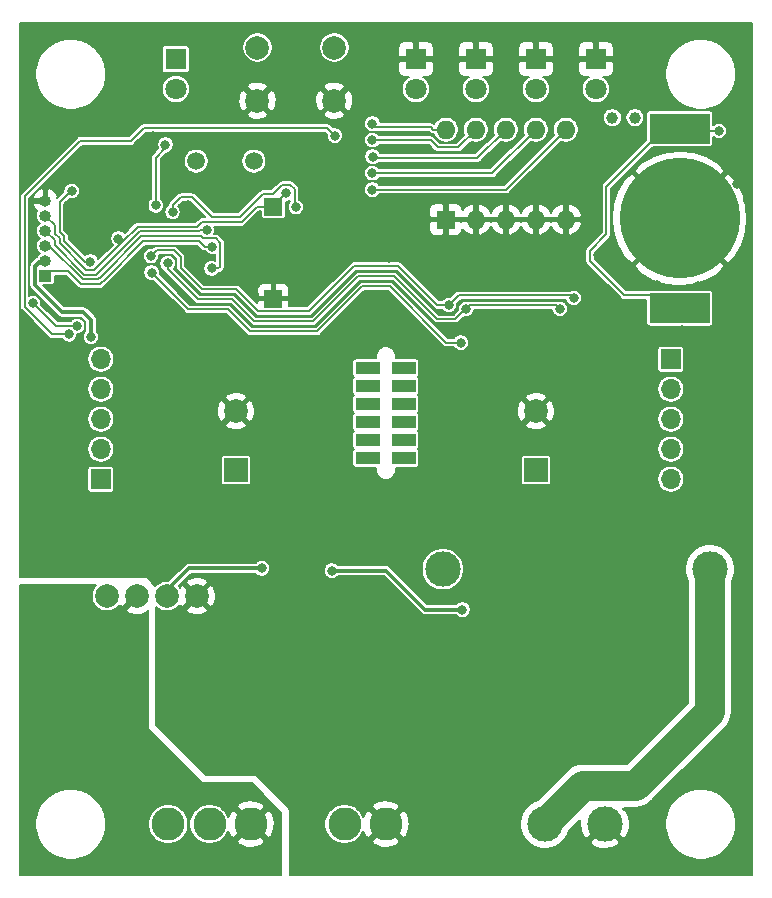
<source format=gtl>
G04 #@! TF.GenerationSoftware,KiCad,Pcbnew,5.1.12-84ad8e8a86~92~ubuntu16.04.1*
G04 #@! TF.CreationDate,2022-12-06T17:37:32+01:00*
G04 #@! TF.ProjectId,Mainboard,4d61696e-626f-4617-9264-2e6b69636164,rev?*
G04 #@! TF.SameCoordinates,Original*
G04 #@! TF.FileFunction,Copper,L1,Top*
G04 #@! TF.FilePolarity,Positive*
%FSLAX46Y46*%
G04 Gerber Fmt 4.6, Leading zero omitted, Abs format (unit mm)*
G04 Created by KiCad (PCBNEW 5.1.12-84ad8e8a86~92~ubuntu16.04.1) date 2022-12-06 17:37:32*
%MOMM*%
%LPD*%
G01*
G04 APERTURE LIST*
G04 #@! TA.AperFunction,ComponentPad*
%ADD10R,1.000000X1.000000*%
G04 #@! TD*
G04 #@! TA.AperFunction,ComponentPad*
%ADD11O,1.000000X1.000000*%
G04 #@! TD*
G04 #@! TA.AperFunction,ComponentPad*
%ADD12R,2.032000X1.070000*%
G04 #@! TD*
G04 #@! TA.AperFunction,ComponentPad*
%ADD13C,3.000000*%
G04 #@! TD*
G04 #@! TA.AperFunction,ComponentPad*
%ADD14C,2.800000*%
G04 #@! TD*
G04 #@! TA.AperFunction,ComponentPad*
%ADD15C,2.000000*%
G04 #@! TD*
G04 #@! TA.AperFunction,ComponentPad*
%ADD16R,1.800000X1.800000*%
G04 #@! TD*
G04 #@! TA.AperFunction,ComponentPad*
%ADD17C,1.800000*%
G04 #@! TD*
G04 #@! TA.AperFunction,SMDPad,CuDef*
%ADD18R,5.100000X2.500000*%
G04 #@! TD*
G04 #@! TA.AperFunction,SMDPad,CuDef*
%ADD19C,10.200000*%
G04 #@! TD*
G04 #@! TA.AperFunction,ComponentPad*
%ADD20C,1.000000*%
G04 #@! TD*
G04 #@! TA.AperFunction,ComponentPad*
%ADD21R,2.000000X2.000000*%
G04 #@! TD*
G04 #@! TA.AperFunction,ComponentPad*
%ADD22R,1.700000X1.700000*%
G04 #@! TD*
G04 #@! TA.AperFunction,ComponentPad*
%ADD23O,1.700000X1.700000*%
G04 #@! TD*
G04 #@! TA.AperFunction,SMDPad,CuDef*
%ADD24R,1.500000X1.500000*%
G04 #@! TD*
G04 #@! TA.AperFunction,ComponentPad*
%ADD25C,1.500000*%
G04 #@! TD*
G04 #@! TA.AperFunction,ComponentPad*
%ADD26R,1.600000X1.600000*%
G04 #@! TD*
G04 #@! TA.AperFunction,ComponentPad*
%ADD27O,1.600000X1.600000*%
G04 #@! TD*
G04 #@! TA.AperFunction,ViaPad*
%ADD28C,0.800000*%
G04 #@! TD*
G04 #@! TA.AperFunction,Conductor*
%ADD29C,0.200000*%
G04 #@! TD*
G04 #@! TA.AperFunction,Conductor*
%ADD30C,0.250000*%
G04 #@! TD*
G04 #@! TA.AperFunction,Conductor*
%ADD31C,0.350000*%
G04 #@! TD*
G04 #@! TA.AperFunction,Conductor*
%ADD32C,2.500000*%
G04 #@! TD*
G04 #@! TA.AperFunction,Conductor*
%ADD33C,0.100000*%
G04 #@! TD*
G04 APERTURE END LIST*
D10*
X129921000Y-75501500D03*
D11*
X129921000Y-74231500D03*
X129921000Y-72961500D03*
X129921000Y-71691500D03*
X129921000Y-70421500D03*
X129921000Y-69151500D03*
D12*
X160274000Y-90932000D03*
X157226000Y-90932000D03*
X160274000Y-89408000D03*
X157226000Y-89408000D03*
X160274000Y-87884000D03*
X157226000Y-87884000D03*
X160274000Y-86360000D03*
X157226000Y-86360000D03*
X160274000Y-84836000D03*
X157226000Y-84836000D03*
X160274000Y-83312000D03*
X157226000Y-83312000D03*
D13*
X163576000Y-100330000D03*
X186176000Y-100330000D03*
D14*
X140320000Y-121920000D03*
X143820000Y-121920000D03*
X147320000Y-121920000D03*
D15*
X135128000Y-102616000D03*
X137668000Y-102616000D03*
X140208000Y-102616000D03*
X142748000Y-102616000D03*
D14*
X155250000Y-121920000D03*
X158750000Y-121920000D03*
D13*
X172212000Y-121920000D03*
X177292000Y-121920000D03*
D16*
X140970000Y-57150000D03*
D17*
X140970000Y-59690000D03*
D18*
X183620000Y-78240000D03*
X183620000Y-63040000D03*
D19*
X183620000Y-70640000D03*
D20*
X179832000Y-62103000D03*
X177932000Y-62103000D03*
D16*
X176530000Y-57150000D03*
D17*
X176530000Y-59690000D03*
D21*
X146050000Y-91948000D03*
D15*
X146050000Y-86948000D03*
D21*
X171450000Y-91948000D03*
D15*
X171450000Y-86948000D03*
D22*
X182880000Y-82550000D03*
D23*
X182880000Y-85090000D03*
X182880000Y-87630000D03*
X182880000Y-90170000D03*
X182880000Y-92710000D03*
D22*
X134620000Y-92710000D03*
D23*
X134620000Y-90170000D03*
X134620000Y-87630000D03*
X134620000Y-85090000D03*
X134620000Y-82550000D03*
D24*
X149225000Y-77433000D03*
X149225000Y-69633000D03*
D25*
X147574000Y-65786000D03*
X142694000Y-65786000D03*
D26*
X163830000Y-70739000D03*
D27*
X173990000Y-63119000D03*
X166370000Y-70739000D03*
X171450000Y-63119000D03*
X168910000Y-70739000D03*
X168910000Y-63119000D03*
X171450000Y-70739000D03*
X166370000Y-63119000D03*
X173990000Y-70739000D03*
X163830000Y-63119000D03*
D15*
X154380000Y-56170000D03*
X154380000Y-60670000D03*
X147880000Y-56170000D03*
X147880000Y-60670000D03*
D16*
X161290000Y-57150000D03*
D17*
X161290000Y-59690000D03*
D16*
X166370000Y-57150000D03*
D17*
X166370000Y-59690000D03*
D16*
X171450000Y-57150000D03*
D17*
X171450000Y-59690000D03*
D28*
X186944000Y-63239990D03*
X180213000Y-107188000D03*
X180086000Y-115062000D03*
X172593000Y-105156000D03*
X139592100Y-101092000D03*
X139827000Y-113411000D03*
X143065500Y-109093000D03*
X139700000Y-107315000D03*
X154749500Y-108331000D03*
X153543000Y-113665000D03*
X152654000Y-119380000D03*
X150774400Y-104190800D03*
X148590000Y-116840000D03*
X128524000Y-100330000D03*
X151257000Y-125476000D03*
X172466000Y-125476000D03*
X163830000Y-125476000D03*
X188976000Y-109601000D03*
X140779500Y-83629500D03*
X140779500Y-87312500D03*
X140779500Y-90995500D03*
X140779500Y-94678500D03*
X151574500Y-81724500D03*
X151574500Y-85407500D03*
X151574500Y-89090500D03*
X151574500Y-92773500D03*
X165925500Y-94678500D03*
X165925500Y-90995500D03*
X165925500Y-87312500D03*
X165925500Y-83629500D03*
X176720500Y-85407500D03*
X176720500Y-89090500D03*
X176720500Y-91567000D03*
X171176626Y-80346874D03*
X161607500Y-75438000D03*
X161036000Y-79756000D03*
X170307000Y-75692000D03*
X173609000Y-76445489D03*
X140335000Y-78867000D03*
X144325389Y-66706664D03*
X137541000Y-65913000D03*
X144907000Y-62230000D03*
X147574000Y-77074419D03*
X145102079Y-79032667D03*
X147037274Y-68199000D03*
X151892000Y-66675000D03*
X148844000Y-72847200D03*
X142011400Y-69540002D03*
X132397500Y-72263000D03*
X142082014Y-74527433D03*
X143621235Y-73944999D03*
X144526000Y-69596000D03*
X144583976Y-71666327D03*
X188976000Y-54864000D03*
X128524000Y-54864000D03*
X189420500Y-69151500D03*
X188976000Y-81407000D03*
X188976000Y-94742000D03*
X158877000Y-54864000D03*
X169418000Y-54864000D03*
X180340000Y-54864000D03*
X181673500Y-76240000D03*
X185191400Y-76327000D03*
X179070000Y-77978000D03*
X187960000Y-62433200D03*
X153670000Y-99060000D03*
X183769000Y-105791000D03*
X165227000Y-106680000D03*
X166370000Y-121793000D03*
X168402000Y-119126000D03*
X164338000Y-119126000D03*
X166370000Y-116586000D03*
X158242000Y-111887000D03*
X156464000Y-68580000D03*
X159007471Y-73974378D03*
X152654000Y-77074419D03*
X133794500Y-77406500D03*
X131318000Y-76136500D03*
X145415000Y-68580000D03*
X159321500Y-77597000D03*
X176720500Y-81724500D03*
X178943000Y-64262000D03*
X176530000Y-69088000D03*
X176733200Y-73710800D03*
X179095400Y-76098400D03*
X175234600Y-73761600D03*
X128524000Y-79692500D03*
X128524000Y-67373500D03*
X128524000Y-89662000D03*
X149606000Y-54864000D03*
X139192000Y-54864000D03*
X180086000Y-98298000D03*
X178308000Y-95758000D03*
X162306000Y-98044000D03*
X137922000Y-68580000D03*
X156464000Y-72390000D03*
X157988000Y-103632000D03*
X161798000Y-107188000D03*
X148336000Y-107442000D03*
X148590000Y-115316000D03*
X142875000Y-61849000D03*
X142621000Y-59182000D03*
X135763000Y-70126011D03*
X131826000Y-70358000D03*
X134429500Y-65532000D03*
X130683000Y-65214500D03*
X136398000Y-61976000D03*
X134010400Y-63119000D03*
X134620000Y-61658500D03*
X136080500Y-75692000D03*
X139065000Y-63690500D03*
X167386000Y-99568000D03*
X169672000Y-101092000D03*
X181737000Y-125476000D03*
X188976000Y-125476000D03*
X182118000Y-113284000D03*
X169875200Y-104190800D03*
X169926000Y-120396000D03*
X175408378Y-102891378D03*
X188503560Y-67696080D03*
X186591401Y-76073000D03*
X183780011Y-80090002D03*
X165227000Y-103759000D03*
X133769960Y-80688016D03*
X148235782Y-100261456D03*
X154178000Y-100457000D03*
X137363200Y-109093000D03*
X133731000Y-116738400D03*
X130810000Y-106934000D03*
X149225000Y-125476000D03*
X138938000Y-125476000D03*
X128524000Y-102362000D03*
X128524000Y-111633000D03*
X128524000Y-125476000D03*
X140716000Y-117348000D03*
X133858000Y-106934000D03*
X154432000Y-63627000D03*
X131919949Y-80459104D03*
X165100000Y-81153000D03*
X138912725Y-75238079D03*
X133731000Y-74295000D03*
X132143500Y-68326000D03*
X144022345Y-73028968D03*
X144002801Y-74869341D03*
X143584527Y-71633086D03*
X136107960Y-72340414D03*
X150325001Y-68516500D03*
X151130000Y-69686000D03*
X157607000Y-68211004D03*
X140686229Y-70100848D03*
X157607000Y-66811003D03*
X157627863Y-65411002D03*
X157607000Y-64011001D03*
X157607000Y-62611000D03*
X132614016Y-79739192D03*
X128887641Y-77804859D03*
X165544500Y-78295500D03*
X173482000Y-78295499D03*
X140282003Y-74439989D03*
X164084000Y-77978000D03*
X174655092Y-77370284D03*
X138860449Y-73838078D03*
X139269175Y-69536771D03*
X140089500Y-64389000D03*
D29*
X183819990Y-63239990D02*
X183620000Y-63040000D01*
X186970000Y-63239990D02*
X183819990Y-63239990D01*
X182637498Y-78240000D02*
X183620000Y-78240000D01*
X183620000Y-63040000D02*
X182320000Y-63040000D01*
X177544499Y-67815501D02*
X179004500Y-66355500D01*
X182320000Y-63040000D02*
X179004500Y-66355500D01*
X182657999Y-77277999D02*
X183620000Y-78240000D01*
X182519800Y-77139800D02*
X183620000Y-78240000D01*
X178917600Y-77139800D02*
X182519800Y-77139800D01*
X176033199Y-74255399D02*
X178917600Y-77139800D01*
X177419000Y-71988998D02*
X176033199Y-73374799D01*
X179004500Y-66355500D02*
X177419000Y-67941000D01*
X177419000Y-67941000D02*
X177419000Y-71988998D01*
X176033199Y-73374799D02*
X176033199Y-74255399D01*
D30*
X165708499Y-77570499D02*
X173715997Y-77570499D01*
X165892501Y-77570499D02*
X165708499Y-77570499D01*
X173830001Y-77570498D02*
X174207001Y-77947498D01*
X173715997Y-77570499D02*
X173830001Y-77570498D01*
D29*
X142645479Y-77907656D02*
X139954000Y-75216177D01*
X139954000Y-75216177D02*
X139582003Y-74844180D01*
X138524447Y-74538078D02*
X138576724Y-74538078D01*
X139580085Y-74538079D02*
X139582003Y-74539997D01*
X138524448Y-74538079D02*
X139580085Y-74538079D01*
X139582003Y-74539997D02*
X139582003Y-74844180D01*
X138524447Y-74538078D02*
X138524448Y-74538079D01*
X141905408Y-69434010D02*
X142011400Y-69540002D01*
X139582003Y-74103987D02*
X139582003Y-74539997D01*
D30*
X152426244Y-78908011D02*
X147770536Y-78908011D01*
X164809001Y-77957997D02*
X164809001Y-78326001D01*
X156234867Y-75099388D02*
X152426244Y-78908011D01*
X165196499Y-77570499D02*
X164809001Y-77957997D01*
X159631832Y-75099388D02*
X156234867Y-75099388D01*
X164432001Y-78703001D02*
X163235445Y-78703001D01*
X164809001Y-78326001D02*
X164432001Y-78703001D01*
X147770536Y-78908011D02*
X145920161Y-77057636D01*
X163235445Y-78703001D02*
X159631832Y-75099388D01*
X145920161Y-77057636D02*
X142997567Y-77057636D01*
X165708499Y-77570499D02*
X165196499Y-77570499D01*
X142997567Y-77057636D02*
X140867463Y-74927532D01*
D29*
X140618004Y-73739988D02*
X139946002Y-73739988D01*
X139946002Y-73739988D02*
X139582003Y-74103987D01*
X140867463Y-74927532D02*
X140867463Y-74890531D01*
X140982004Y-74775990D02*
X140982004Y-74103988D01*
X140867463Y-74890531D02*
X140982004Y-74775990D01*
X140982004Y-74103988D02*
X140618004Y-73739988D01*
X144581998Y-71664349D02*
X144583976Y-71666327D01*
X144581998Y-71396011D02*
X144581998Y-71664349D01*
D30*
X162883357Y-79553021D02*
X159279744Y-75949408D01*
X159279744Y-75949408D02*
X156586955Y-75949408D01*
X145568073Y-77907656D02*
X142645479Y-77907656D01*
X147418448Y-79758031D02*
X145568073Y-77907656D01*
X156586955Y-75949408D02*
X152778332Y-79758031D01*
X152778332Y-79758031D02*
X147418448Y-79758031D01*
X179236998Y-77978000D02*
X179070000Y-77978000D01*
X145415000Y-68580000D02*
X145415000Y-68707000D01*
D29*
X128570989Y-70057011D02*
X128570989Y-76053756D01*
X133069959Y-80352015D02*
X133069959Y-81024017D01*
X133314017Y-80107957D02*
X133069959Y-80352015D01*
X133314017Y-79403191D02*
X133314017Y-80107957D01*
D30*
X142011400Y-69540002D02*
X141880408Y-69409010D01*
D29*
X128570989Y-76498255D02*
X128570989Y-76053756D01*
X131111925Y-79039191D02*
X128570989Y-76498255D01*
X132950017Y-79039191D02*
X131111925Y-79039191D01*
X133314017Y-79403191D02*
X132950017Y-79039191D01*
D31*
X140208000Y-102489000D02*
X140208000Y-102616000D01*
X148235782Y-100261456D02*
X142054544Y-100261456D01*
X140208000Y-102108000D02*
X140208000Y-102616000D01*
X142054544Y-100261456D02*
X140208000Y-102108000D01*
X162052000Y-103759000D02*
X165227000Y-103759000D01*
X154178000Y-100457000D02*
X158750000Y-100457000D01*
X158750000Y-100457000D02*
X162052000Y-103759000D01*
X129515998Y-74231500D02*
X129921000Y-74231500D01*
X129045999Y-74701499D02*
X129515998Y-74231500D01*
X133146772Y-78564181D02*
X131308679Y-78564181D01*
X131308679Y-78564181D02*
X129045999Y-76301501D01*
X133769960Y-80688016D02*
X133769960Y-80291015D01*
X133769960Y-80291015D02*
X133789027Y-80271948D01*
X129045999Y-76301501D02*
X129045999Y-74701499D01*
X133789027Y-79206436D02*
X133146772Y-78564181D01*
X133789027Y-80271948D02*
X133789027Y-79206436D01*
D29*
X130950384Y-80459104D02*
X131919949Y-80459104D01*
X128170979Y-78124199D02*
X128170979Y-77561479D01*
X128170979Y-77561479D02*
X128170979Y-77679699D01*
X131919949Y-80459104D02*
X130505884Y-80459104D01*
X130505884Y-80459104D02*
X128170979Y-78124199D01*
X128170979Y-77561479D02*
X128170979Y-68762523D01*
X128170979Y-68762523D02*
X132862002Y-64071500D01*
X132862002Y-64071500D02*
X137160000Y-64071500D01*
X138241001Y-62990499D02*
X153795499Y-62990499D01*
X137160000Y-64071500D02*
X138241001Y-62990499D01*
X153795499Y-62990499D02*
X154432000Y-63627000D01*
X138912725Y-75197439D02*
X139040199Y-75324913D01*
X143343745Y-78332666D02*
X144880666Y-78332666D01*
X144880666Y-78332666D02*
X144679334Y-78332666D01*
X142469435Y-78332666D02*
X142469433Y-78332664D01*
X143343745Y-78332666D02*
X142469435Y-78332666D01*
X142007312Y-78332666D02*
X142469435Y-78332666D01*
X138912725Y-75238079D02*
X142007312Y-78332666D01*
X163882282Y-81153000D02*
X165100000Y-81153000D01*
X159103700Y-76374418D02*
X163882282Y-81153000D01*
X156762999Y-76374418D02*
X159103700Y-76374418D01*
X144880666Y-78332666D02*
X145392029Y-78332666D01*
X145392029Y-78332666D02*
X147242404Y-80183041D01*
X147242404Y-80183041D02*
X152954376Y-80183041D01*
X152954376Y-80183041D02*
X156762999Y-76374418D01*
X133260694Y-74295000D02*
X133731000Y-74295000D01*
X131521021Y-72555327D02*
X133260694Y-74295000D01*
X132080000Y-68326000D02*
X131121011Y-69284989D01*
X131521021Y-72160125D02*
X131521021Y-72555327D01*
X131121011Y-71760115D02*
X131521021Y-72160125D01*
X131121011Y-69284989D02*
X131121011Y-71760115D01*
D32*
X179914003Y-118669999D02*
X186176000Y-112408002D01*
X175462001Y-118669999D02*
X179914003Y-118669999D01*
X186176000Y-112408002D02*
X186176000Y-100330000D01*
X172212000Y-121920000D02*
X175462001Y-118669999D01*
D29*
X142911728Y-72536010D02*
X143404686Y-73028967D01*
X143404686Y-73028967D02*
X144022345Y-73028968D01*
X134564070Y-76195030D02*
X135032709Y-75726388D01*
X138223087Y-72536010D02*
X142911728Y-72536010D01*
X132897932Y-76195031D02*
X134564070Y-76195030D01*
X132897932Y-76195031D02*
X131823401Y-75120500D01*
X130302000Y-75120500D02*
X129921000Y-75501500D01*
X131823401Y-75120500D02*
X130302000Y-75120500D01*
X135032709Y-75726388D02*
X138223087Y-72536010D01*
X144568486Y-74869341D02*
X144002801Y-74869341D01*
X144358346Y-72328967D02*
X144722345Y-72692966D01*
X144722345Y-72692966D02*
X144722345Y-74715482D01*
X143077417Y-72136000D02*
X143274505Y-72333088D01*
X144722345Y-74715482D02*
X144568486Y-74869341D01*
X138057399Y-72136000D02*
X143077417Y-72136000D01*
X143274505Y-72333088D02*
X143682223Y-72333088D01*
X143686344Y-72328967D02*
X144358346Y-72328967D01*
X134398379Y-75795021D02*
X134632700Y-75560699D01*
X143682223Y-72333088D02*
X143686344Y-72328967D01*
X129921000Y-72961500D02*
X130230101Y-72961500D01*
X133063622Y-75795021D02*
X133500979Y-75795021D01*
X130230101Y-72961500D02*
X133063622Y-75795021D01*
X133500979Y-75795021D02*
X134398379Y-75795021D01*
X133063621Y-75795021D02*
X133500979Y-75795021D01*
X134632700Y-75560699D02*
X138057399Y-72136000D01*
X143481623Y-71735990D02*
X143584527Y-71633086D01*
X129921000Y-71691500D02*
X130721001Y-72491501D01*
X143054612Y-71633086D02*
X143584527Y-71633086D01*
X142951706Y-71735992D02*
X143054612Y-71633086D01*
X130721001Y-72491501D02*
X130721001Y-72886703D01*
X137891709Y-71735992D02*
X142951706Y-71735992D01*
X130721001Y-72886703D02*
X133229310Y-75395011D01*
X133229310Y-75395011D02*
X134232690Y-75395011D01*
X134232690Y-75395011D02*
X137891709Y-71735992D01*
X149225000Y-69633000D02*
X149225000Y-69596000D01*
X149225000Y-69616501D02*
X150325001Y-68516500D01*
X149225000Y-69633000D02*
X149225000Y-69616501D01*
X146548614Y-70933085D02*
X147848698Y-69633000D01*
X143188915Y-70933085D02*
X146548614Y-70933085D01*
X142786018Y-71335982D02*
X143188915Y-70933085D01*
X147848698Y-69633000D02*
X149225000Y-69633000D01*
X142786016Y-71335980D02*
X142786018Y-71335982D01*
X137726020Y-71335982D02*
X142786017Y-71335982D01*
X136107960Y-72353960D02*
X136408001Y-72654001D01*
X136107960Y-72340414D02*
X136107960Y-72353960D01*
X136408001Y-72654001D02*
X137726020Y-71335982D01*
X133394999Y-74995001D02*
X134067002Y-74995001D01*
X131121011Y-72721015D02*
X133394999Y-74995001D01*
X129921000Y-70421500D02*
X130721001Y-71221501D01*
X131121011Y-72325813D02*
X131121011Y-72721015D01*
X130721001Y-71925803D02*
X131121011Y-72325813D01*
X130721001Y-71221501D02*
X130721001Y-71925803D01*
X134067002Y-74995001D02*
X136408001Y-72654001D01*
X168897996Y-68211004D02*
X173990000Y-63119000D01*
X157607000Y-68211004D02*
X168897996Y-68211004D01*
X149225499Y-68580000D02*
X149989000Y-67816499D01*
X150661002Y-67816499D02*
X151025001Y-68180498D01*
X151025001Y-68180498D02*
X151025001Y-69686000D01*
X149989000Y-67816499D02*
X150661002Y-67816499D01*
X148336000Y-68580000D02*
X149225499Y-68580000D01*
X146382925Y-70533075D02*
X148336000Y-68580000D01*
X144040475Y-70533075D02*
X142347401Y-68840001D01*
X146382925Y-70533075D02*
X144040475Y-70533075D01*
X141381391Y-68840001D02*
X142347401Y-68840001D01*
X140686229Y-69535163D02*
X141381391Y-68840001D01*
X140686229Y-69535163D02*
X140686229Y-70100848D01*
X167757997Y-66811003D02*
X171450000Y-63119000D01*
X157607000Y-66811003D02*
X167757997Y-66811003D01*
X157627863Y-65411002D02*
X157635892Y-65419031D01*
X168910000Y-63119000D02*
X166497000Y-65532000D01*
X157748861Y-65532000D02*
X157627863Y-65411002D01*
X166497000Y-65532000D02*
X157748861Y-65532000D01*
X162528301Y-64011001D02*
X157607000Y-64011001D01*
X166370000Y-63119000D02*
X164869989Y-64619011D01*
X163136310Y-64619011D02*
X162528301Y-64011001D01*
X164869989Y-64619011D02*
X163136310Y-64619011D01*
X157607000Y-62738000D02*
X157779991Y-62910991D01*
X157607000Y-62611000D02*
X157607000Y-62738000D01*
X162767697Y-63119000D02*
X163830000Y-63119000D01*
X162559688Y-62910991D02*
X162767697Y-63119000D01*
X157779991Y-62910991D02*
X162559688Y-62910991D01*
X130821974Y-79739192D02*
X128887641Y-77804859D01*
X132614016Y-79739192D02*
X130821974Y-79739192D01*
X165653991Y-78186009D02*
X165544500Y-78295500D01*
X165544500Y-78295500D02*
X165608000Y-78295500D01*
X165608000Y-78295500D02*
X165907991Y-77995509D01*
X165907991Y-77995509D02*
X173138665Y-77995509D01*
X173182010Y-77995509D02*
X173482000Y-78295499D01*
X173138665Y-77995509D02*
X173182010Y-77995509D01*
X146885911Y-78624440D02*
X146885909Y-78624438D01*
X145744117Y-77482646D02*
X146885911Y-78624440D01*
X143695833Y-77482646D02*
X145744117Y-77482646D01*
X142821523Y-77482646D02*
X143764000Y-77482646D01*
X142821523Y-77482646D02*
X140284601Y-74945724D01*
X140284601Y-74442587D02*
X140282003Y-74439989D01*
X140284601Y-74945724D02*
X140284601Y-74442587D01*
X147594492Y-79333021D02*
X146885911Y-78624440D01*
X152602288Y-79333021D02*
X147594492Y-79333021D01*
X156410911Y-75524398D02*
X152602288Y-79333021D01*
X165544500Y-78295500D02*
X165440556Y-78295500D01*
X159455788Y-75524398D02*
X156410911Y-75524398D01*
X165440556Y-78295500D02*
X164608045Y-79128011D01*
X164608045Y-79128011D02*
X163059401Y-79128011D01*
X163059401Y-79128011D02*
X159455788Y-75524398D01*
X164916511Y-77145489D02*
X174363989Y-77145489D01*
X164084000Y-77978000D02*
X164916511Y-77145489D01*
X174430297Y-77145489D02*
X174655092Y-77370284D01*
X174363989Y-77145489D02*
X174430297Y-77145489D01*
X143695833Y-76632626D02*
X144272000Y-76632626D01*
X141382013Y-74841028D02*
X143173611Y-76632626D01*
X138860449Y-73838078D02*
X139358549Y-73339978D01*
X139358549Y-73339978D02*
X140783693Y-73339978D01*
X140783693Y-73339978D02*
X141382014Y-73938299D01*
X143173611Y-76632626D02*
X143695833Y-76632626D01*
X141382014Y-73938299D02*
X141382013Y-74841028D01*
X163111498Y-77978000D02*
X164084000Y-77978000D01*
X159807876Y-74674378D02*
X163111498Y-77978000D01*
X156058823Y-74674378D02*
X159807876Y-74674378D01*
X144047921Y-76632626D02*
X146096205Y-76632626D01*
X147946580Y-78483001D02*
X152250200Y-78483001D01*
X146096205Y-76632626D02*
X147946580Y-78483001D01*
X152250200Y-78483001D02*
X156058823Y-74674378D01*
X139269175Y-65481371D02*
X140089500Y-64661046D01*
X139269175Y-69536771D02*
X139269175Y-65481371D01*
X134118224Y-101787298D02*
X133975955Y-102000219D01*
X133877958Y-102236804D01*
X133828000Y-102487961D01*
X133828000Y-102744039D01*
X133877958Y-102995196D01*
X133975955Y-103231781D01*
X134118224Y-103444702D01*
X134299298Y-103625776D01*
X134512219Y-103768045D01*
X134748804Y-103866042D01*
X134999961Y-103916000D01*
X135256039Y-103916000D01*
X135507196Y-103866042D01*
X135743781Y-103768045D01*
X135956702Y-103625776D01*
X136137776Y-103444702D01*
X136217042Y-103326071D01*
X136276238Y-103436819D01*
X136529801Y-103536410D01*
X137450211Y-102616000D01*
X137436069Y-102601858D01*
X137653858Y-102384069D01*
X137668000Y-102398211D01*
X137682142Y-102384069D01*
X137899931Y-102601858D01*
X137885789Y-102616000D01*
X137899931Y-102630142D01*
X137682142Y-102847931D01*
X137668000Y-102833789D01*
X136747590Y-103754199D01*
X136847181Y-104007762D01*
X137134472Y-104141154D01*
X137442265Y-104215934D01*
X137758735Y-104229230D01*
X138071716Y-104180531D01*
X138369184Y-104071708D01*
X138488819Y-104007762D01*
X138584000Y-103765427D01*
X138584000Y-113792000D01*
X138585921Y-113811509D01*
X138591612Y-113830268D01*
X138600853Y-113847557D01*
X138613289Y-113862711D01*
X143185289Y-118434711D01*
X143200443Y-118447147D01*
X143217732Y-118456388D01*
X143236491Y-118462079D01*
X143256000Y-118464000D01*
X147405578Y-118464000D01*
X149887000Y-120945422D01*
X149887000Y-126265000D01*
X127735000Y-126265000D01*
X127735000Y-121624526D01*
X129080000Y-121624526D01*
X129080000Y-122215474D01*
X129195288Y-122795068D01*
X129421434Y-123341033D01*
X129749748Y-123832389D01*
X130167611Y-124250252D01*
X130658967Y-124578566D01*
X131204932Y-124804712D01*
X131784526Y-124920000D01*
X132375474Y-124920000D01*
X132955068Y-124804712D01*
X133501033Y-124578566D01*
X133992389Y-124250252D01*
X134410252Y-123832389D01*
X134738566Y-123341033D01*
X134964712Y-122795068D01*
X135080000Y-122215474D01*
X135080000Y-121752565D01*
X138620000Y-121752565D01*
X138620000Y-122087435D01*
X138685330Y-122415872D01*
X138813479Y-122725252D01*
X138999523Y-123003687D01*
X139236313Y-123240477D01*
X139514748Y-123426521D01*
X139824128Y-123554670D01*
X140152565Y-123620000D01*
X140487435Y-123620000D01*
X140815872Y-123554670D01*
X141125252Y-123426521D01*
X141403687Y-123240477D01*
X141640477Y-123003687D01*
X141826521Y-122725252D01*
X141954670Y-122415872D01*
X142020000Y-122087435D01*
X142020000Y-121752565D01*
X142120000Y-121752565D01*
X142120000Y-122087435D01*
X142185330Y-122415872D01*
X142313479Y-122725252D01*
X142499523Y-123003687D01*
X142736313Y-123240477D01*
X143014748Y-123426521D01*
X143324128Y-123554670D01*
X143652565Y-123620000D01*
X143987435Y-123620000D01*
X144315872Y-123554670D01*
X144625252Y-123426521D01*
X144749272Y-123343653D01*
X146114136Y-123343653D01*
X146262065Y-123638124D01*
X146617583Y-123811504D01*
X147000094Y-123912194D01*
X147394898Y-123936325D01*
X147786824Y-123882970D01*
X148160811Y-123754180D01*
X148377935Y-123638124D01*
X148525864Y-123343653D01*
X147320000Y-122137789D01*
X146114136Y-123343653D01*
X144749272Y-123343653D01*
X144903687Y-123240477D01*
X145140477Y-123003687D01*
X145326521Y-122725252D01*
X145406817Y-122531399D01*
X145485820Y-122760811D01*
X145601876Y-122977935D01*
X145896347Y-123125864D01*
X147102211Y-121920000D01*
X147537789Y-121920000D01*
X148743653Y-123125864D01*
X149038124Y-122977935D01*
X149211504Y-122622417D01*
X149312194Y-122239906D01*
X149336325Y-121845102D01*
X149282970Y-121453176D01*
X149154180Y-121079189D01*
X149038124Y-120862065D01*
X148743653Y-120714136D01*
X147537789Y-121920000D01*
X147102211Y-121920000D01*
X145896347Y-120714136D01*
X145601876Y-120862065D01*
X145428496Y-121217583D01*
X145405423Y-121305235D01*
X145326521Y-121114748D01*
X145140477Y-120836313D01*
X144903687Y-120599523D01*
X144749273Y-120496347D01*
X146114136Y-120496347D01*
X147320000Y-121702211D01*
X148525864Y-120496347D01*
X148377935Y-120201876D01*
X148022417Y-120028496D01*
X147639906Y-119927806D01*
X147245102Y-119903675D01*
X146853176Y-119957030D01*
X146479189Y-120085820D01*
X146262065Y-120201876D01*
X146114136Y-120496347D01*
X144749273Y-120496347D01*
X144625252Y-120413479D01*
X144315872Y-120285330D01*
X143987435Y-120220000D01*
X143652565Y-120220000D01*
X143324128Y-120285330D01*
X143014748Y-120413479D01*
X142736313Y-120599523D01*
X142499523Y-120836313D01*
X142313479Y-121114748D01*
X142185330Y-121424128D01*
X142120000Y-121752565D01*
X142020000Y-121752565D01*
X141954670Y-121424128D01*
X141826521Y-121114748D01*
X141640477Y-120836313D01*
X141403687Y-120599523D01*
X141125252Y-120413479D01*
X140815872Y-120285330D01*
X140487435Y-120220000D01*
X140152565Y-120220000D01*
X139824128Y-120285330D01*
X139514748Y-120413479D01*
X139236313Y-120599523D01*
X138999523Y-120836313D01*
X138813479Y-121114748D01*
X138685330Y-121424128D01*
X138620000Y-121752565D01*
X135080000Y-121752565D01*
X135080000Y-121624526D01*
X134964712Y-121044932D01*
X134738566Y-120498967D01*
X134410252Y-120007611D01*
X133992389Y-119589748D01*
X133501033Y-119261434D01*
X132955068Y-119035288D01*
X132375474Y-118920000D01*
X131784526Y-118920000D01*
X131204932Y-119035288D01*
X130658967Y-119261434D01*
X130167611Y-119589748D01*
X129749748Y-120007611D01*
X129421434Y-120498967D01*
X129195288Y-121044932D01*
X129080000Y-121624526D01*
X127735000Y-121624526D01*
X127735000Y-101700000D01*
X134205522Y-101700000D01*
X134118224Y-101787298D01*
G04 #@! TA.AperFunction,Conductor*
D33*
G36*
X134118224Y-101787298D02*
G01*
X133975955Y-102000219D01*
X133877958Y-102236804D01*
X133828000Y-102487961D01*
X133828000Y-102744039D01*
X133877958Y-102995196D01*
X133975955Y-103231781D01*
X134118224Y-103444702D01*
X134299298Y-103625776D01*
X134512219Y-103768045D01*
X134748804Y-103866042D01*
X134999961Y-103916000D01*
X135256039Y-103916000D01*
X135507196Y-103866042D01*
X135743781Y-103768045D01*
X135956702Y-103625776D01*
X136137776Y-103444702D01*
X136217042Y-103326071D01*
X136276238Y-103436819D01*
X136529801Y-103536410D01*
X137450211Y-102616000D01*
X137436069Y-102601858D01*
X137653858Y-102384069D01*
X137668000Y-102398211D01*
X137682142Y-102384069D01*
X137899931Y-102601858D01*
X137885789Y-102616000D01*
X137899931Y-102630142D01*
X137682142Y-102847931D01*
X137668000Y-102833789D01*
X136747590Y-103754199D01*
X136847181Y-104007762D01*
X137134472Y-104141154D01*
X137442265Y-104215934D01*
X137758735Y-104229230D01*
X138071716Y-104180531D01*
X138369184Y-104071708D01*
X138488819Y-104007762D01*
X138584000Y-103765427D01*
X138584000Y-113792000D01*
X138585921Y-113811509D01*
X138591612Y-113830268D01*
X138600853Y-113847557D01*
X138613289Y-113862711D01*
X143185289Y-118434711D01*
X143200443Y-118447147D01*
X143217732Y-118456388D01*
X143236491Y-118462079D01*
X143256000Y-118464000D01*
X147405578Y-118464000D01*
X149887000Y-120945422D01*
X149887000Y-126265000D01*
X127735000Y-126265000D01*
X127735000Y-121624526D01*
X129080000Y-121624526D01*
X129080000Y-122215474D01*
X129195288Y-122795068D01*
X129421434Y-123341033D01*
X129749748Y-123832389D01*
X130167611Y-124250252D01*
X130658967Y-124578566D01*
X131204932Y-124804712D01*
X131784526Y-124920000D01*
X132375474Y-124920000D01*
X132955068Y-124804712D01*
X133501033Y-124578566D01*
X133992389Y-124250252D01*
X134410252Y-123832389D01*
X134738566Y-123341033D01*
X134964712Y-122795068D01*
X135080000Y-122215474D01*
X135080000Y-121752565D01*
X138620000Y-121752565D01*
X138620000Y-122087435D01*
X138685330Y-122415872D01*
X138813479Y-122725252D01*
X138999523Y-123003687D01*
X139236313Y-123240477D01*
X139514748Y-123426521D01*
X139824128Y-123554670D01*
X140152565Y-123620000D01*
X140487435Y-123620000D01*
X140815872Y-123554670D01*
X141125252Y-123426521D01*
X141403687Y-123240477D01*
X141640477Y-123003687D01*
X141826521Y-122725252D01*
X141954670Y-122415872D01*
X142020000Y-122087435D01*
X142020000Y-121752565D01*
X142120000Y-121752565D01*
X142120000Y-122087435D01*
X142185330Y-122415872D01*
X142313479Y-122725252D01*
X142499523Y-123003687D01*
X142736313Y-123240477D01*
X143014748Y-123426521D01*
X143324128Y-123554670D01*
X143652565Y-123620000D01*
X143987435Y-123620000D01*
X144315872Y-123554670D01*
X144625252Y-123426521D01*
X144749272Y-123343653D01*
X146114136Y-123343653D01*
X146262065Y-123638124D01*
X146617583Y-123811504D01*
X147000094Y-123912194D01*
X147394898Y-123936325D01*
X147786824Y-123882970D01*
X148160811Y-123754180D01*
X148377935Y-123638124D01*
X148525864Y-123343653D01*
X147320000Y-122137789D01*
X146114136Y-123343653D01*
X144749272Y-123343653D01*
X144903687Y-123240477D01*
X145140477Y-123003687D01*
X145326521Y-122725252D01*
X145406817Y-122531399D01*
X145485820Y-122760811D01*
X145601876Y-122977935D01*
X145896347Y-123125864D01*
X147102211Y-121920000D01*
X147537789Y-121920000D01*
X148743653Y-123125864D01*
X149038124Y-122977935D01*
X149211504Y-122622417D01*
X149312194Y-122239906D01*
X149336325Y-121845102D01*
X149282970Y-121453176D01*
X149154180Y-121079189D01*
X149038124Y-120862065D01*
X148743653Y-120714136D01*
X147537789Y-121920000D01*
X147102211Y-121920000D01*
X145896347Y-120714136D01*
X145601876Y-120862065D01*
X145428496Y-121217583D01*
X145405423Y-121305235D01*
X145326521Y-121114748D01*
X145140477Y-120836313D01*
X144903687Y-120599523D01*
X144749273Y-120496347D01*
X146114136Y-120496347D01*
X147320000Y-121702211D01*
X148525864Y-120496347D01*
X148377935Y-120201876D01*
X148022417Y-120028496D01*
X147639906Y-119927806D01*
X147245102Y-119903675D01*
X146853176Y-119957030D01*
X146479189Y-120085820D01*
X146262065Y-120201876D01*
X146114136Y-120496347D01*
X144749273Y-120496347D01*
X144625252Y-120413479D01*
X144315872Y-120285330D01*
X143987435Y-120220000D01*
X143652565Y-120220000D01*
X143324128Y-120285330D01*
X143014748Y-120413479D01*
X142736313Y-120599523D01*
X142499523Y-120836313D01*
X142313479Y-121114748D01*
X142185330Y-121424128D01*
X142120000Y-121752565D01*
X142020000Y-121752565D01*
X141954670Y-121424128D01*
X141826521Y-121114748D01*
X141640477Y-120836313D01*
X141403687Y-120599523D01*
X141125252Y-120413479D01*
X140815872Y-120285330D01*
X140487435Y-120220000D01*
X140152565Y-120220000D01*
X139824128Y-120285330D01*
X139514748Y-120413479D01*
X139236313Y-120599523D01*
X138999523Y-120836313D01*
X138813479Y-121114748D01*
X138685330Y-121424128D01*
X138620000Y-121752565D01*
X135080000Y-121752565D01*
X135080000Y-121624526D01*
X134964712Y-121044932D01*
X134738566Y-120498967D01*
X134410252Y-120007611D01*
X133992389Y-119589748D01*
X133501033Y-119261434D01*
X132955068Y-119035288D01*
X132375474Y-118920000D01*
X131784526Y-118920000D01*
X131204932Y-119035288D01*
X130658967Y-119261434D01*
X130167611Y-119589748D01*
X129749748Y-120007611D01*
X129421434Y-120498967D01*
X129195288Y-121044932D01*
X129080000Y-121624526D01*
X127735000Y-121624526D01*
X127735000Y-101700000D01*
X134205522Y-101700000D01*
X134118224Y-101787298D01*
G37*
G04 #@! TD.AperFunction*
D29*
X189765000Y-126265000D02*
X150595000Y-126265000D01*
X150595000Y-121752565D01*
X153550000Y-121752565D01*
X153550000Y-122087435D01*
X153615330Y-122415872D01*
X153743479Y-122725252D01*
X153929523Y-123003687D01*
X154166313Y-123240477D01*
X154444748Y-123426521D01*
X154754128Y-123554670D01*
X155082565Y-123620000D01*
X155417435Y-123620000D01*
X155745872Y-123554670D01*
X156055252Y-123426521D01*
X156179272Y-123343653D01*
X157544136Y-123343653D01*
X157692065Y-123638124D01*
X158047583Y-123811504D01*
X158430094Y-123912194D01*
X158824898Y-123936325D01*
X159216824Y-123882970D01*
X159590811Y-123754180D01*
X159807935Y-123638124D01*
X159955864Y-123343653D01*
X158750000Y-122137789D01*
X157544136Y-123343653D01*
X156179272Y-123343653D01*
X156333687Y-123240477D01*
X156570477Y-123003687D01*
X156756521Y-122725252D01*
X156836817Y-122531399D01*
X156915820Y-122760811D01*
X157031876Y-122977935D01*
X157326347Y-123125864D01*
X158532211Y-121920000D01*
X158967789Y-121920000D01*
X160173653Y-123125864D01*
X160468124Y-122977935D01*
X160641504Y-122622417D01*
X160742194Y-122239906D01*
X160766325Y-121845102D01*
X160748365Y-121713168D01*
X170112000Y-121713168D01*
X170112000Y-122126832D01*
X170192702Y-122532547D01*
X170351004Y-122914723D01*
X170580823Y-123258672D01*
X170873328Y-123551177D01*
X171217277Y-123780996D01*
X171599453Y-123939298D01*
X172005168Y-124020000D01*
X172418832Y-124020000D01*
X172824547Y-123939298D01*
X173206723Y-123780996D01*
X173550672Y-123551177D01*
X173686912Y-123414937D01*
X176014852Y-123414937D01*
X176174837Y-123719644D01*
X176547396Y-123903012D01*
X176948570Y-124010174D01*
X177362942Y-124037012D01*
X177774587Y-123982494D01*
X178167687Y-123848716D01*
X178409163Y-123719644D01*
X178569148Y-123414937D01*
X177292000Y-122137789D01*
X176014852Y-123414937D01*
X173686912Y-123414937D01*
X173843177Y-123258672D01*
X174072996Y-122914723D01*
X174231298Y-122532547D01*
X174235159Y-122513135D01*
X175212797Y-121535497D01*
X175201826Y-121576570D01*
X175174988Y-121990942D01*
X175229506Y-122402587D01*
X175363284Y-122795687D01*
X175492356Y-123037163D01*
X175797063Y-123197148D01*
X177074211Y-121920000D01*
X177060069Y-121905858D01*
X177277858Y-121688069D01*
X177292000Y-121702211D01*
X177306142Y-121688069D01*
X177523931Y-121905858D01*
X177509789Y-121920000D01*
X178786937Y-123197148D01*
X179091644Y-123037163D01*
X179275012Y-122664604D01*
X179382174Y-122263430D01*
X179409012Y-121849058D01*
X179379276Y-121624526D01*
X182420000Y-121624526D01*
X182420000Y-122215474D01*
X182535288Y-122795068D01*
X182761434Y-123341033D01*
X183089748Y-123832389D01*
X183507611Y-124250252D01*
X183998967Y-124578566D01*
X184544932Y-124804712D01*
X185124526Y-124920000D01*
X185715474Y-124920000D01*
X186295068Y-124804712D01*
X186841033Y-124578566D01*
X187332389Y-124250252D01*
X187750252Y-123832389D01*
X188078566Y-123341033D01*
X188304712Y-122795068D01*
X188420000Y-122215474D01*
X188420000Y-121624526D01*
X188304712Y-121044932D01*
X188078566Y-120498967D01*
X187750252Y-120007611D01*
X187332389Y-119589748D01*
X186841033Y-119261434D01*
X186295068Y-119035288D01*
X185715474Y-118920000D01*
X185124526Y-118920000D01*
X184544932Y-119035288D01*
X183998967Y-119261434D01*
X183507611Y-119589748D01*
X183089748Y-120007611D01*
X182761434Y-120498967D01*
X182535288Y-121044932D01*
X182420000Y-121624526D01*
X179379276Y-121624526D01*
X179354494Y-121437413D01*
X179220716Y-121044313D01*
X179091644Y-120802837D01*
X178786939Y-120642853D01*
X178898347Y-120531445D01*
X178886901Y-120519999D01*
X179823124Y-120519999D01*
X179914003Y-120528950D01*
X180004882Y-120519999D01*
X180004885Y-120519999D01*
X180276666Y-120493231D01*
X180625393Y-120387446D01*
X180946781Y-120215660D01*
X181228480Y-119984476D01*
X181286419Y-119913877D01*
X187419885Y-113780412D01*
X187490477Y-113722479D01*
X187589884Y-113601351D01*
X187721661Y-113440781D01*
X187893447Y-113119392D01*
X187893447Y-113119391D01*
X187999232Y-112770665D01*
X188026000Y-112498884D01*
X188026000Y-112498882D01*
X188034951Y-112408003D01*
X188026000Y-112317124D01*
X188026000Y-101341180D01*
X188036996Y-101324723D01*
X188195298Y-100942547D01*
X188276000Y-100536832D01*
X188276000Y-100123168D01*
X188195298Y-99717453D01*
X188036996Y-99335277D01*
X187807177Y-98991328D01*
X187514672Y-98698823D01*
X187170723Y-98469004D01*
X186788547Y-98310702D01*
X186382832Y-98230000D01*
X185969168Y-98230000D01*
X185563453Y-98310702D01*
X185181277Y-98469004D01*
X184837328Y-98698823D01*
X184544823Y-98991328D01*
X184315004Y-99335277D01*
X184156702Y-99717453D01*
X184076000Y-100123168D01*
X184076000Y-100536832D01*
X184156702Y-100942547D01*
X184315004Y-101324723D01*
X184326001Y-101341181D01*
X184326000Y-111641707D01*
X179147709Y-116819999D01*
X175552871Y-116819999D01*
X175462000Y-116811049D01*
X175371129Y-116819999D01*
X175371119Y-116819999D01*
X175099338Y-116846767D01*
X174750611Y-116952552D01*
X174429223Y-117124338D01*
X174147524Y-117355522D01*
X174089590Y-117426115D01*
X171618865Y-119896841D01*
X171599453Y-119900702D01*
X171217277Y-120059004D01*
X170873328Y-120288823D01*
X170580823Y-120581328D01*
X170351004Y-120925277D01*
X170192702Y-121307453D01*
X170112000Y-121713168D01*
X160748365Y-121713168D01*
X160712970Y-121453176D01*
X160584180Y-121079189D01*
X160468124Y-120862065D01*
X160173653Y-120714136D01*
X158967789Y-121920000D01*
X158532211Y-121920000D01*
X157326347Y-120714136D01*
X157031876Y-120862065D01*
X156858496Y-121217583D01*
X156835423Y-121305235D01*
X156756521Y-121114748D01*
X156570477Y-120836313D01*
X156333687Y-120599523D01*
X156179273Y-120496347D01*
X157544136Y-120496347D01*
X158750000Y-121702211D01*
X159955864Y-120496347D01*
X159807935Y-120201876D01*
X159452417Y-120028496D01*
X159069906Y-119927806D01*
X158675102Y-119903675D01*
X158283176Y-119957030D01*
X157909189Y-120085820D01*
X157692065Y-120201876D01*
X157544136Y-120496347D01*
X156179273Y-120496347D01*
X156055252Y-120413479D01*
X155745872Y-120285330D01*
X155417435Y-120220000D01*
X155082565Y-120220000D01*
X154754128Y-120285330D01*
X154444748Y-120413479D01*
X154166313Y-120599523D01*
X153929523Y-120836313D01*
X153743479Y-121114748D01*
X153615330Y-121424128D01*
X153550000Y-121752565D01*
X150595000Y-121752565D01*
X150595000Y-120650000D01*
X150593079Y-120630491D01*
X150587388Y-120611732D01*
X150578147Y-120594443D01*
X150565711Y-120579289D01*
X147771711Y-117785289D01*
X147756557Y-117772853D01*
X147739268Y-117763612D01*
X147720509Y-117757921D01*
X147701000Y-117756000D01*
X143551422Y-117756000D01*
X139292000Y-113496578D01*
X139292000Y-103538478D01*
X139379298Y-103625776D01*
X139592219Y-103768045D01*
X139828804Y-103866042D01*
X140079961Y-103916000D01*
X140336039Y-103916000D01*
X140587196Y-103866042D01*
X140823781Y-103768045D01*
X140844503Y-103754199D01*
X141827590Y-103754199D01*
X141927181Y-104007762D01*
X142214472Y-104141154D01*
X142522265Y-104215934D01*
X142838735Y-104229230D01*
X143151716Y-104180531D01*
X143449184Y-104071708D01*
X143568819Y-104007762D01*
X143668410Y-103754199D01*
X142748000Y-102833789D01*
X141827590Y-103754199D01*
X140844503Y-103754199D01*
X141036702Y-103625776D01*
X141217776Y-103444702D01*
X141297042Y-103326071D01*
X141356238Y-103436819D01*
X141609801Y-103536410D01*
X142530211Y-102616000D01*
X142965789Y-102616000D01*
X143886199Y-103536410D01*
X144139762Y-103436819D01*
X144273154Y-103149528D01*
X144347934Y-102841735D01*
X144361230Y-102525265D01*
X144312531Y-102212284D01*
X144203708Y-101914816D01*
X144139762Y-101795181D01*
X143886199Y-101695590D01*
X142965789Y-102616000D01*
X142530211Y-102616000D01*
X141609801Y-101695590D01*
X141356238Y-101795181D01*
X141301629Y-101912794D01*
X141217776Y-101787298D01*
X141209114Y-101778636D01*
X141509949Y-101477801D01*
X141827590Y-101477801D01*
X142748000Y-102398211D01*
X143668410Y-101477801D01*
X143568819Y-101224238D01*
X143281528Y-101090846D01*
X142973735Y-101016066D01*
X142657265Y-101002770D01*
X142344284Y-101051469D01*
X142046816Y-101160292D01*
X141927181Y-101224238D01*
X141827590Y-101477801D01*
X141509949Y-101477801D01*
X142251296Y-100736456D01*
X147720832Y-100736456D01*
X147789558Y-100805182D01*
X147904208Y-100881788D01*
X148031600Y-100934555D01*
X148166838Y-100961456D01*
X148304726Y-100961456D01*
X148439964Y-100934555D01*
X148567356Y-100881788D01*
X148682006Y-100805182D01*
X148779508Y-100707680D01*
X148856114Y-100593030D01*
X148908881Y-100465638D01*
X148924313Y-100388056D01*
X153478000Y-100388056D01*
X153478000Y-100525944D01*
X153504901Y-100661182D01*
X153557668Y-100788574D01*
X153634274Y-100903224D01*
X153731776Y-101000726D01*
X153846426Y-101077332D01*
X153973818Y-101130099D01*
X154109056Y-101157000D01*
X154246944Y-101157000D01*
X154382182Y-101130099D01*
X154509574Y-101077332D01*
X154624224Y-101000726D01*
X154692950Y-100932000D01*
X158553250Y-100932000D01*
X161699621Y-104078372D01*
X161714499Y-104096501D01*
X161786827Y-104155859D01*
X161869346Y-104199966D01*
X161921986Y-104215934D01*
X161958883Y-104227127D01*
X162051999Y-104236298D01*
X162075331Y-104234000D01*
X164712050Y-104234000D01*
X164780776Y-104302726D01*
X164895426Y-104379332D01*
X165022818Y-104432099D01*
X165158056Y-104459000D01*
X165295944Y-104459000D01*
X165431182Y-104432099D01*
X165558574Y-104379332D01*
X165673224Y-104302726D01*
X165770726Y-104205224D01*
X165847332Y-104090574D01*
X165900099Y-103963182D01*
X165927000Y-103827944D01*
X165927000Y-103690056D01*
X165900099Y-103554818D01*
X165847332Y-103427426D01*
X165770726Y-103312776D01*
X165673224Y-103215274D01*
X165558574Y-103138668D01*
X165431182Y-103085901D01*
X165295944Y-103059000D01*
X165158056Y-103059000D01*
X165022818Y-103085901D01*
X164895426Y-103138668D01*
X164780776Y-103215274D01*
X164712050Y-103284000D01*
X162248751Y-103284000D01*
X159117467Y-100152716D01*
X161776000Y-100152716D01*
X161776000Y-100507284D01*
X161845173Y-100855041D01*
X161980861Y-101182620D01*
X162177849Y-101477433D01*
X162428567Y-101728151D01*
X162723380Y-101925139D01*
X163050959Y-102060827D01*
X163398716Y-102130000D01*
X163753284Y-102130000D01*
X164101041Y-102060827D01*
X164428620Y-101925139D01*
X164723433Y-101728151D01*
X164974151Y-101477433D01*
X165171139Y-101182620D01*
X165306827Y-100855041D01*
X165376000Y-100507284D01*
X165376000Y-100152716D01*
X165306827Y-99804959D01*
X165171139Y-99477380D01*
X164974151Y-99182567D01*
X164723433Y-98931849D01*
X164428620Y-98734861D01*
X164101041Y-98599173D01*
X163753284Y-98530000D01*
X163398716Y-98530000D01*
X163050959Y-98599173D01*
X162723380Y-98734861D01*
X162428567Y-98931849D01*
X162177849Y-99182567D01*
X161980861Y-99477380D01*
X161845173Y-99804959D01*
X161776000Y-100152716D01*
X159117467Y-100152716D01*
X159102384Y-100137634D01*
X159087501Y-100119499D01*
X159015173Y-100060141D01*
X158932654Y-100016034D01*
X158843116Y-99988873D01*
X158773332Y-99982000D01*
X158750000Y-99979702D01*
X158726668Y-99982000D01*
X154692950Y-99982000D01*
X154624224Y-99913274D01*
X154509574Y-99836668D01*
X154382182Y-99783901D01*
X154246944Y-99757000D01*
X154109056Y-99757000D01*
X153973818Y-99783901D01*
X153846426Y-99836668D01*
X153731776Y-99913274D01*
X153634274Y-100010776D01*
X153557668Y-100125426D01*
X153504901Y-100252818D01*
X153478000Y-100388056D01*
X148924313Y-100388056D01*
X148935782Y-100330400D01*
X148935782Y-100192512D01*
X148908881Y-100057274D01*
X148856114Y-99929882D01*
X148779508Y-99815232D01*
X148682006Y-99717730D01*
X148567356Y-99641124D01*
X148439964Y-99588357D01*
X148304726Y-99561456D01*
X148166838Y-99561456D01*
X148031600Y-99588357D01*
X147904208Y-99641124D01*
X147789558Y-99717730D01*
X147720832Y-99786456D01*
X142077876Y-99786456D01*
X142054544Y-99784158D01*
X142031212Y-99786456D01*
X141961428Y-99793329D01*
X141871890Y-99820490D01*
X141789371Y-99864597D01*
X141717043Y-99923955D01*
X141702169Y-99942079D01*
X140328249Y-101316000D01*
X140079961Y-101316000D01*
X139828804Y-101365958D01*
X139592219Y-101463955D01*
X139379298Y-101606224D01*
X139232472Y-101753050D01*
X138500711Y-101021289D01*
X138485557Y-101008853D01*
X138468268Y-100999612D01*
X138449509Y-100993921D01*
X138430000Y-100992000D01*
X127735000Y-100992000D01*
X127735000Y-91860000D01*
X133468549Y-91860000D01*
X133468549Y-93560000D01*
X133474341Y-93618810D01*
X133491496Y-93675360D01*
X133519353Y-93727477D01*
X133556842Y-93773158D01*
X133602523Y-93810647D01*
X133654640Y-93838504D01*
X133711190Y-93855659D01*
X133770000Y-93861451D01*
X135470000Y-93861451D01*
X135528810Y-93855659D01*
X135585360Y-93838504D01*
X135637477Y-93810647D01*
X135683158Y-93773158D01*
X135720647Y-93727477D01*
X135748504Y-93675360D01*
X135765659Y-93618810D01*
X135771451Y-93560000D01*
X135771451Y-91860000D01*
X135765659Y-91801190D01*
X135748504Y-91744640D01*
X135720647Y-91692523D01*
X135683158Y-91646842D01*
X135637477Y-91609353D01*
X135585360Y-91581496D01*
X135528810Y-91564341D01*
X135470000Y-91558549D01*
X133770000Y-91558549D01*
X133711190Y-91564341D01*
X133654640Y-91581496D01*
X133602523Y-91609353D01*
X133556842Y-91646842D01*
X133519353Y-91692523D01*
X133491496Y-91744640D01*
X133474341Y-91801190D01*
X133468549Y-91860000D01*
X127735000Y-91860000D01*
X127735000Y-90056735D01*
X133470000Y-90056735D01*
X133470000Y-90283265D01*
X133514194Y-90505443D01*
X133600884Y-90714729D01*
X133726737Y-90903082D01*
X133886918Y-91063263D01*
X134075271Y-91189116D01*
X134284557Y-91275806D01*
X134506735Y-91320000D01*
X134733265Y-91320000D01*
X134955443Y-91275806D01*
X135164729Y-91189116D01*
X135353082Y-91063263D01*
X135468345Y-90948000D01*
X144748549Y-90948000D01*
X144748549Y-92948000D01*
X144754341Y-93006810D01*
X144771496Y-93063360D01*
X144799353Y-93115477D01*
X144836842Y-93161158D01*
X144882523Y-93198647D01*
X144934640Y-93226504D01*
X144991190Y-93243659D01*
X145050000Y-93249451D01*
X147050000Y-93249451D01*
X147108810Y-93243659D01*
X147165360Y-93226504D01*
X147217477Y-93198647D01*
X147263158Y-93161158D01*
X147300647Y-93115477D01*
X147328504Y-93063360D01*
X147345659Y-93006810D01*
X147351451Y-92948000D01*
X147351451Y-90948000D01*
X147345659Y-90889190D01*
X147328504Y-90832640D01*
X147300647Y-90780523D01*
X147263158Y-90734842D01*
X147217477Y-90697353D01*
X147165360Y-90669496D01*
X147108810Y-90652341D01*
X147050000Y-90646549D01*
X145050000Y-90646549D01*
X144991190Y-90652341D01*
X144934640Y-90669496D01*
X144882523Y-90697353D01*
X144836842Y-90734842D01*
X144799353Y-90780523D01*
X144771496Y-90832640D01*
X144754341Y-90889190D01*
X144748549Y-90948000D01*
X135468345Y-90948000D01*
X135513263Y-90903082D01*
X135639116Y-90714729D01*
X135725806Y-90505443D01*
X135770000Y-90283265D01*
X135770000Y-90056735D01*
X135725806Y-89834557D01*
X135639116Y-89625271D01*
X135513263Y-89436918D01*
X135353082Y-89276737D01*
X135164729Y-89150884D01*
X134955443Y-89064194D01*
X134733265Y-89020000D01*
X134506735Y-89020000D01*
X134284557Y-89064194D01*
X134075271Y-89150884D01*
X133886918Y-89276737D01*
X133726737Y-89436918D01*
X133600884Y-89625271D01*
X133514194Y-89834557D01*
X133470000Y-90056735D01*
X127735000Y-90056735D01*
X127735000Y-87516735D01*
X133470000Y-87516735D01*
X133470000Y-87743265D01*
X133514194Y-87965443D01*
X133600884Y-88174729D01*
X133726737Y-88363082D01*
X133886918Y-88523263D01*
X134075271Y-88649116D01*
X134284557Y-88735806D01*
X134506735Y-88780000D01*
X134733265Y-88780000D01*
X134955443Y-88735806D01*
X135164729Y-88649116D01*
X135353082Y-88523263D01*
X135513263Y-88363082D01*
X135639116Y-88174729D01*
X135675786Y-88086199D01*
X145129590Y-88086199D01*
X145229181Y-88339762D01*
X145516472Y-88473154D01*
X145824265Y-88547934D01*
X146140735Y-88561230D01*
X146453716Y-88512531D01*
X146751184Y-88403708D01*
X146870819Y-88339762D01*
X146970410Y-88086199D01*
X146050000Y-87165789D01*
X145129590Y-88086199D01*
X135675786Y-88086199D01*
X135725806Y-87965443D01*
X135770000Y-87743265D01*
X135770000Y-87516735D01*
X135725806Y-87294557D01*
X135639116Y-87085271D01*
X135608022Y-87038735D01*
X144436770Y-87038735D01*
X144485469Y-87351716D01*
X144594292Y-87649184D01*
X144658238Y-87768819D01*
X144911801Y-87868410D01*
X145832211Y-86948000D01*
X146267789Y-86948000D01*
X147188199Y-87868410D01*
X147441762Y-87768819D01*
X147575154Y-87481528D01*
X147649934Y-87173735D01*
X147663230Y-86857265D01*
X147614531Y-86544284D01*
X147505708Y-86246816D01*
X147441762Y-86127181D01*
X147188199Y-86027590D01*
X146267789Y-86948000D01*
X145832211Y-86948000D01*
X144911801Y-86027590D01*
X144658238Y-86127181D01*
X144524846Y-86414472D01*
X144450066Y-86722265D01*
X144436770Y-87038735D01*
X135608022Y-87038735D01*
X135513263Y-86896918D01*
X135353082Y-86736737D01*
X135164729Y-86610884D01*
X134955443Y-86524194D01*
X134733265Y-86480000D01*
X134506735Y-86480000D01*
X134284557Y-86524194D01*
X134075271Y-86610884D01*
X133886918Y-86736737D01*
X133726737Y-86896918D01*
X133600884Y-87085271D01*
X133514194Y-87294557D01*
X133470000Y-87516735D01*
X127735000Y-87516735D01*
X127735000Y-84976735D01*
X133470000Y-84976735D01*
X133470000Y-85203265D01*
X133514194Y-85425443D01*
X133600884Y-85634729D01*
X133726737Y-85823082D01*
X133886918Y-85983263D01*
X134075271Y-86109116D01*
X134284557Y-86195806D01*
X134506735Y-86240000D01*
X134733265Y-86240000D01*
X134955443Y-86195806D01*
X135164729Y-86109116D01*
X135353082Y-85983263D01*
X135513263Y-85823082D01*
X135522137Y-85809801D01*
X145129590Y-85809801D01*
X146050000Y-86730211D01*
X146970410Y-85809801D01*
X146870819Y-85556238D01*
X146583528Y-85422846D01*
X146275735Y-85348066D01*
X145959265Y-85334770D01*
X145646284Y-85383469D01*
X145348816Y-85492292D01*
X145229181Y-85556238D01*
X145129590Y-85809801D01*
X135522137Y-85809801D01*
X135639116Y-85634729D01*
X135725806Y-85425443D01*
X135770000Y-85203265D01*
X135770000Y-84976735D01*
X135725806Y-84754557D01*
X135639116Y-84545271D01*
X135513263Y-84356918D01*
X135353082Y-84196737D01*
X135164729Y-84070884D01*
X134955443Y-83984194D01*
X134733265Y-83940000D01*
X134506735Y-83940000D01*
X134284557Y-83984194D01*
X134075271Y-84070884D01*
X133886918Y-84196737D01*
X133726737Y-84356918D01*
X133600884Y-84545271D01*
X133514194Y-84754557D01*
X133470000Y-84976735D01*
X127735000Y-84976735D01*
X127735000Y-82436735D01*
X133470000Y-82436735D01*
X133470000Y-82663265D01*
X133514194Y-82885443D01*
X133600884Y-83094729D01*
X133726737Y-83283082D01*
X133886918Y-83443263D01*
X134075271Y-83569116D01*
X134284557Y-83655806D01*
X134506735Y-83700000D01*
X134733265Y-83700000D01*
X134955443Y-83655806D01*
X135164729Y-83569116D01*
X135353082Y-83443263D01*
X135513263Y-83283082D01*
X135639116Y-83094729D01*
X135725806Y-82885443D01*
X135747376Y-82777000D01*
X155908549Y-82777000D01*
X155908549Y-83847000D01*
X155914341Y-83905810D01*
X155931496Y-83962360D01*
X155959353Y-84014477D01*
X155996842Y-84060158D01*
X156013709Y-84074000D01*
X155996842Y-84087842D01*
X155959353Y-84133523D01*
X155931496Y-84185640D01*
X155914341Y-84242190D01*
X155908549Y-84301000D01*
X155908549Y-85371000D01*
X155914341Y-85429810D01*
X155931496Y-85486360D01*
X155959353Y-85538477D01*
X155996842Y-85584158D01*
X156013709Y-85598000D01*
X155996842Y-85611842D01*
X155959353Y-85657523D01*
X155931496Y-85709640D01*
X155914341Y-85766190D01*
X155908549Y-85825000D01*
X155908549Y-86895000D01*
X155914341Y-86953810D01*
X155931496Y-87010360D01*
X155959353Y-87062477D01*
X155996842Y-87108158D01*
X156013709Y-87122000D01*
X155996842Y-87135842D01*
X155959353Y-87181523D01*
X155931496Y-87233640D01*
X155914341Y-87290190D01*
X155908549Y-87349000D01*
X155908549Y-88419000D01*
X155914341Y-88477810D01*
X155931496Y-88534360D01*
X155959353Y-88586477D01*
X155996842Y-88632158D01*
X156013709Y-88646000D01*
X155996842Y-88659842D01*
X155959353Y-88705523D01*
X155931496Y-88757640D01*
X155914341Y-88814190D01*
X155908549Y-88873000D01*
X155908549Y-89943000D01*
X155914341Y-90001810D01*
X155931496Y-90058360D01*
X155959353Y-90110477D01*
X155996842Y-90156158D01*
X156013709Y-90170000D01*
X155996842Y-90183842D01*
X155959353Y-90229523D01*
X155931496Y-90281640D01*
X155914341Y-90338190D01*
X155908549Y-90397000D01*
X155908549Y-91467000D01*
X155914341Y-91525810D01*
X155931496Y-91582360D01*
X155959353Y-91634477D01*
X155996842Y-91680158D01*
X156042523Y-91717647D01*
X156094640Y-91745504D01*
X156151190Y-91762659D01*
X156210000Y-91768451D01*
X157905000Y-91768451D01*
X157905000Y-91963960D01*
X157906602Y-91980225D01*
X157906602Y-91986972D01*
X157907076Y-91991486D01*
X157918388Y-92092339D01*
X157924509Y-92121134D01*
X157930235Y-92150051D01*
X157931577Y-92154386D01*
X157962264Y-92251122D01*
X157973857Y-92278169D01*
X157985092Y-92305427D01*
X157987250Y-92309419D01*
X158036141Y-92398352D01*
X158052784Y-92422658D01*
X158069084Y-92447192D01*
X158071976Y-92450689D01*
X158137210Y-92528432D01*
X158158253Y-92549038D01*
X158179013Y-92569943D01*
X158182530Y-92572812D01*
X158261622Y-92636403D01*
X158286280Y-92652538D01*
X158310688Y-92669002D01*
X158314694Y-92671132D01*
X158314697Y-92671134D01*
X158314701Y-92671135D01*
X158404632Y-92718151D01*
X158431924Y-92729178D01*
X158459102Y-92740602D01*
X158463446Y-92741914D01*
X158560803Y-92770567D01*
X158589764Y-92776091D01*
X158618590Y-92782008D01*
X158623106Y-92782451D01*
X158724174Y-92791649D01*
X158753596Y-92791444D01*
X158783084Y-92791649D01*
X158787601Y-92791207D01*
X158888532Y-92780599D01*
X158917393Y-92774674D01*
X158946321Y-92769156D01*
X158950666Y-92767845D01*
X159047613Y-92737834D01*
X159074752Y-92726426D01*
X159102078Y-92715385D01*
X159106085Y-92713255D01*
X159195357Y-92664986D01*
X159219785Y-92648509D01*
X159244425Y-92632385D01*
X159247942Y-92629517D01*
X159326140Y-92564827D01*
X159346905Y-92543916D01*
X159367941Y-92523316D01*
X159370834Y-92519819D01*
X159434976Y-92441173D01*
X159451287Y-92416624D01*
X159467918Y-92392334D01*
X159470077Y-92388343D01*
X159517722Y-92298736D01*
X159528949Y-92271496D01*
X159540550Y-92244428D01*
X159541893Y-92240093D01*
X159571226Y-92142937D01*
X159576956Y-92114000D01*
X159583071Y-92085229D01*
X159583546Y-92080715D01*
X159593449Y-91979714D01*
X159593449Y-91979708D01*
X159595000Y-91963961D01*
X159595000Y-91768451D01*
X161290000Y-91768451D01*
X161348810Y-91762659D01*
X161405360Y-91745504D01*
X161457477Y-91717647D01*
X161503158Y-91680158D01*
X161540647Y-91634477D01*
X161568504Y-91582360D01*
X161585659Y-91525810D01*
X161591451Y-91467000D01*
X161591451Y-90948000D01*
X170148549Y-90948000D01*
X170148549Y-92948000D01*
X170154341Y-93006810D01*
X170171496Y-93063360D01*
X170199353Y-93115477D01*
X170236842Y-93161158D01*
X170282523Y-93198647D01*
X170334640Y-93226504D01*
X170391190Y-93243659D01*
X170450000Y-93249451D01*
X172450000Y-93249451D01*
X172508810Y-93243659D01*
X172565360Y-93226504D01*
X172617477Y-93198647D01*
X172663158Y-93161158D01*
X172700647Y-93115477D01*
X172728504Y-93063360D01*
X172745659Y-93006810D01*
X172751451Y-92948000D01*
X172751451Y-92596735D01*
X181730000Y-92596735D01*
X181730000Y-92823265D01*
X181774194Y-93045443D01*
X181860884Y-93254729D01*
X181986737Y-93443082D01*
X182146918Y-93603263D01*
X182335271Y-93729116D01*
X182544557Y-93815806D01*
X182766735Y-93860000D01*
X182993265Y-93860000D01*
X183215443Y-93815806D01*
X183424729Y-93729116D01*
X183613082Y-93603263D01*
X183773263Y-93443082D01*
X183899116Y-93254729D01*
X183985806Y-93045443D01*
X184030000Y-92823265D01*
X184030000Y-92596735D01*
X183985806Y-92374557D01*
X183899116Y-92165271D01*
X183773263Y-91976918D01*
X183613082Y-91816737D01*
X183424729Y-91690884D01*
X183215443Y-91604194D01*
X182993265Y-91560000D01*
X182766735Y-91560000D01*
X182544557Y-91604194D01*
X182335271Y-91690884D01*
X182146918Y-91816737D01*
X181986737Y-91976918D01*
X181860884Y-92165271D01*
X181774194Y-92374557D01*
X181730000Y-92596735D01*
X172751451Y-92596735D01*
X172751451Y-90948000D01*
X172745659Y-90889190D01*
X172728504Y-90832640D01*
X172700647Y-90780523D01*
X172663158Y-90734842D01*
X172617477Y-90697353D01*
X172565360Y-90669496D01*
X172508810Y-90652341D01*
X172450000Y-90646549D01*
X170450000Y-90646549D01*
X170391190Y-90652341D01*
X170334640Y-90669496D01*
X170282523Y-90697353D01*
X170236842Y-90734842D01*
X170199353Y-90780523D01*
X170171496Y-90832640D01*
X170154341Y-90889190D01*
X170148549Y-90948000D01*
X161591451Y-90948000D01*
X161591451Y-90397000D01*
X161585659Y-90338190D01*
X161568504Y-90281640D01*
X161540647Y-90229523D01*
X161503158Y-90183842D01*
X161486291Y-90170000D01*
X161503158Y-90156158D01*
X161540647Y-90110477D01*
X161568504Y-90058360D01*
X161568996Y-90056735D01*
X181730000Y-90056735D01*
X181730000Y-90283265D01*
X181774194Y-90505443D01*
X181860884Y-90714729D01*
X181986737Y-90903082D01*
X182146918Y-91063263D01*
X182335271Y-91189116D01*
X182544557Y-91275806D01*
X182766735Y-91320000D01*
X182993265Y-91320000D01*
X183215443Y-91275806D01*
X183424729Y-91189116D01*
X183613082Y-91063263D01*
X183773263Y-90903082D01*
X183899116Y-90714729D01*
X183985806Y-90505443D01*
X184030000Y-90283265D01*
X184030000Y-90056735D01*
X183985806Y-89834557D01*
X183899116Y-89625271D01*
X183773263Y-89436918D01*
X183613082Y-89276737D01*
X183424729Y-89150884D01*
X183215443Y-89064194D01*
X182993265Y-89020000D01*
X182766735Y-89020000D01*
X182544557Y-89064194D01*
X182335271Y-89150884D01*
X182146918Y-89276737D01*
X181986737Y-89436918D01*
X181860884Y-89625271D01*
X181774194Y-89834557D01*
X181730000Y-90056735D01*
X161568996Y-90056735D01*
X161585659Y-90001810D01*
X161591451Y-89943000D01*
X161591451Y-88873000D01*
X161585659Y-88814190D01*
X161568504Y-88757640D01*
X161540647Y-88705523D01*
X161503158Y-88659842D01*
X161486291Y-88646000D01*
X161503158Y-88632158D01*
X161540647Y-88586477D01*
X161568504Y-88534360D01*
X161585659Y-88477810D01*
X161591451Y-88419000D01*
X161591451Y-88086199D01*
X170529590Y-88086199D01*
X170629181Y-88339762D01*
X170916472Y-88473154D01*
X171224265Y-88547934D01*
X171540735Y-88561230D01*
X171853716Y-88512531D01*
X172151184Y-88403708D01*
X172270819Y-88339762D01*
X172370410Y-88086199D01*
X171450000Y-87165789D01*
X170529590Y-88086199D01*
X161591451Y-88086199D01*
X161591451Y-87349000D01*
X161585659Y-87290190D01*
X161568504Y-87233640D01*
X161540647Y-87181523D01*
X161503158Y-87135842D01*
X161486291Y-87122000D01*
X161503158Y-87108158D01*
X161540647Y-87062477D01*
X161553337Y-87038735D01*
X169836770Y-87038735D01*
X169885469Y-87351716D01*
X169994292Y-87649184D01*
X170058238Y-87768819D01*
X170311801Y-87868410D01*
X171232211Y-86948000D01*
X171667789Y-86948000D01*
X172588199Y-87868410D01*
X172841762Y-87768819D01*
X172958807Y-87516735D01*
X181730000Y-87516735D01*
X181730000Y-87743265D01*
X181774194Y-87965443D01*
X181860884Y-88174729D01*
X181986737Y-88363082D01*
X182146918Y-88523263D01*
X182335271Y-88649116D01*
X182544557Y-88735806D01*
X182766735Y-88780000D01*
X182993265Y-88780000D01*
X183215443Y-88735806D01*
X183424729Y-88649116D01*
X183613082Y-88523263D01*
X183773263Y-88363082D01*
X183899116Y-88174729D01*
X183985806Y-87965443D01*
X184030000Y-87743265D01*
X184030000Y-87516735D01*
X183985806Y-87294557D01*
X183899116Y-87085271D01*
X183773263Y-86896918D01*
X183613082Y-86736737D01*
X183424729Y-86610884D01*
X183215443Y-86524194D01*
X182993265Y-86480000D01*
X182766735Y-86480000D01*
X182544557Y-86524194D01*
X182335271Y-86610884D01*
X182146918Y-86736737D01*
X181986737Y-86896918D01*
X181860884Y-87085271D01*
X181774194Y-87294557D01*
X181730000Y-87516735D01*
X172958807Y-87516735D01*
X172975154Y-87481528D01*
X173049934Y-87173735D01*
X173063230Y-86857265D01*
X173014531Y-86544284D01*
X172905708Y-86246816D01*
X172841762Y-86127181D01*
X172588199Y-86027590D01*
X171667789Y-86948000D01*
X171232211Y-86948000D01*
X170311801Y-86027590D01*
X170058238Y-86127181D01*
X169924846Y-86414472D01*
X169850066Y-86722265D01*
X169836770Y-87038735D01*
X161553337Y-87038735D01*
X161568504Y-87010360D01*
X161585659Y-86953810D01*
X161591451Y-86895000D01*
X161591451Y-85825000D01*
X161589955Y-85809801D01*
X170529590Y-85809801D01*
X171450000Y-86730211D01*
X172370410Y-85809801D01*
X172270819Y-85556238D01*
X171983528Y-85422846D01*
X171675735Y-85348066D01*
X171359265Y-85334770D01*
X171046284Y-85383469D01*
X170748816Y-85492292D01*
X170629181Y-85556238D01*
X170529590Y-85809801D01*
X161589955Y-85809801D01*
X161585659Y-85766190D01*
X161568504Y-85709640D01*
X161540647Y-85657523D01*
X161503158Y-85611842D01*
X161486291Y-85598000D01*
X161503158Y-85584158D01*
X161540647Y-85538477D01*
X161568504Y-85486360D01*
X161585659Y-85429810D01*
X161591451Y-85371000D01*
X161591451Y-84976735D01*
X181730000Y-84976735D01*
X181730000Y-85203265D01*
X181774194Y-85425443D01*
X181860884Y-85634729D01*
X181986737Y-85823082D01*
X182146918Y-85983263D01*
X182335271Y-86109116D01*
X182544557Y-86195806D01*
X182766735Y-86240000D01*
X182993265Y-86240000D01*
X183215443Y-86195806D01*
X183424729Y-86109116D01*
X183613082Y-85983263D01*
X183773263Y-85823082D01*
X183899116Y-85634729D01*
X183985806Y-85425443D01*
X184030000Y-85203265D01*
X184030000Y-84976735D01*
X183985806Y-84754557D01*
X183899116Y-84545271D01*
X183773263Y-84356918D01*
X183613082Y-84196737D01*
X183424729Y-84070884D01*
X183215443Y-83984194D01*
X182993265Y-83940000D01*
X182766735Y-83940000D01*
X182544557Y-83984194D01*
X182335271Y-84070884D01*
X182146918Y-84196737D01*
X181986737Y-84356918D01*
X181860884Y-84545271D01*
X181774194Y-84754557D01*
X181730000Y-84976735D01*
X161591451Y-84976735D01*
X161591451Y-84301000D01*
X161585659Y-84242190D01*
X161568504Y-84185640D01*
X161540647Y-84133523D01*
X161503158Y-84087842D01*
X161486291Y-84074000D01*
X161503158Y-84060158D01*
X161540647Y-84014477D01*
X161568504Y-83962360D01*
X161585659Y-83905810D01*
X161591451Y-83847000D01*
X161591451Y-82777000D01*
X161585659Y-82718190D01*
X161568504Y-82661640D01*
X161540647Y-82609523D01*
X161503158Y-82563842D01*
X161457477Y-82526353D01*
X161405360Y-82498496D01*
X161348810Y-82481341D01*
X161290000Y-82475549D01*
X159595000Y-82475549D01*
X159595000Y-82280039D01*
X159593398Y-82263774D01*
X159593398Y-82257027D01*
X159592924Y-82252514D01*
X159581612Y-82151660D01*
X159575486Y-82122842D01*
X159569765Y-82093950D01*
X159568424Y-82089615D01*
X159537736Y-81992878D01*
X159526132Y-81965803D01*
X159514908Y-81938573D01*
X159512750Y-81934581D01*
X159463859Y-81845648D01*
X159447216Y-81821342D01*
X159430916Y-81796808D01*
X159428024Y-81793311D01*
X159362790Y-81715568D01*
X159341747Y-81694962D01*
X159320987Y-81674057D01*
X159317470Y-81671188D01*
X159238378Y-81607597D01*
X159213744Y-81591477D01*
X159189312Y-81574998D01*
X159185306Y-81572868D01*
X159095368Y-81525849D01*
X159068088Y-81514827D01*
X159040898Y-81503398D01*
X159036554Y-81502086D01*
X158939197Y-81473433D01*
X158910244Y-81467911D01*
X158881411Y-81461992D01*
X158876894Y-81461549D01*
X158775826Y-81452351D01*
X158746404Y-81452556D01*
X158716916Y-81452351D01*
X158712399Y-81452793D01*
X158611468Y-81463401D01*
X158582633Y-81469320D01*
X158553679Y-81474844D01*
X158549335Y-81476155D01*
X158452387Y-81506165D01*
X158425198Y-81517594D01*
X158397922Y-81528615D01*
X158393915Y-81530745D01*
X158304643Y-81579014D01*
X158280215Y-81595491D01*
X158255575Y-81611615D01*
X158252058Y-81614483D01*
X158173861Y-81679173D01*
X158153132Y-81700048D01*
X158132059Y-81720684D01*
X158129166Y-81724181D01*
X158065024Y-81802827D01*
X158048729Y-81827354D01*
X158032082Y-81851666D01*
X158029923Y-81855658D01*
X157982278Y-81945264D01*
X157971044Y-81972520D01*
X157959450Y-81999572D01*
X157958107Y-82003907D01*
X157928774Y-82101062D01*
X157923048Y-82129983D01*
X157916929Y-82158772D01*
X157916454Y-82163285D01*
X157906551Y-82264287D01*
X157906551Y-82264302D01*
X157905001Y-82280039D01*
X157905001Y-82475549D01*
X156210000Y-82475549D01*
X156151190Y-82481341D01*
X156094640Y-82498496D01*
X156042523Y-82526353D01*
X155996842Y-82563842D01*
X155959353Y-82609523D01*
X155931496Y-82661640D01*
X155914341Y-82718190D01*
X155908549Y-82777000D01*
X135747376Y-82777000D01*
X135770000Y-82663265D01*
X135770000Y-82436735D01*
X135725806Y-82214557D01*
X135639116Y-82005271D01*
X135513263Y-81816918D01*
X135353082Y-81656737D01*
X135164729Y-81530884D01*
X134955443Y-81444194D01*
X134733265Y-81400000D01*
X134506735Y-81400000D01*
X134284557Y-81444194D01*
X134075271Y-81530884D01*
X133886918Y-81656737D01*
X133726737Y-81816918D01*
X133600884Y-82005271D01*
X133514194Y-82214557D01*
X133470000Y-82436735D01*
X127735000Y-82436735D01*
X127735000Y-68762523D01*
X127769044Y-68762523D01*
X127770980Y-68782180D01*
X127770979Y-77541832D01*
X127770979Y-77699346D01*
X127770980Y-77699353D01*
X127770979Y-78104552D01*
X127769044Y-78124199D01*
X127771519Y-78149324D01*
X127776767Y-78202612D01*
X127799639Y-78278012D01*
X127836782Y-78347501D01*
X127886768Y-78408410D01*
X127902031Y-78420936D01*
X130209151Y-80728057D01*
X130221673Y-80743315D01*
X130236931Y-80755837D01*
X130236933Y-80755839D01*
X130240958Y-80759142D01*
X130282581Y-80793301D01*
X130352070Y-80830444D01*
X130427470Y-80853316D01*
X130486237Y-80859104D01*
X130486247Y-80859104D01*
X130505883Y-80861038D01*
X130525519Y-80859104D01*
X131345337Y-80859104D01*
X131376223Y-80905328D01*
X131473725Y-81002830D01*
X131588375Y-81079436D01*
X131715767Y-81132203D01*
X131851005Y-81159104D01*
X131988893Y-81159104D01*
X132124131Y-81132203D01*
X132251523Y-81079436D01*
X132366173Y-81002830D01*
X132463675Y-80905328D01*
X132540281Y-80790678D01*
X132593048Y-80663286D01*
X132619949Y-80528048D01*
X132619949Y-80439192D01*
X132682960Y-80439192D01*
X132818198Y-80412291D01*
X132945590Y-80359524D01*
X133060240Y-80282918D01*
X133157742Y-80185416D01*
X133234348Y-80070766D01*
X133287115Y-79943374D01*
X133314016Y-79808136D01*
X133314016Y-79670248D01*
X133287115Y-79535010D01*
X133234348Y-79407618D01*
X133157742Y-79292968D01*
X133060240Y-79195466D01*
X132945590Y-79118860D01*
X132818198Y-79066093D01*
X132682960Y-79039192D01*
X132545072Y-79039192D01*
X132409834Y-79066093D01*
X132282442Y-79118860D01*
X132167792Y-79195466D01*
X132070290Y-79292968D01*
X132039404Y-79339192D01*
X130987660Y-79339192D01*
X129576795Y-77928328D01*
X129587641Y-77873803D01*
X129587641Y-77735915D01*
X129560740Y-77600677D01*
X129507973Y-77473285D01*
X129431367Y-77358635D01*
X129333865Y-77261133D01*
X129219215Y-77184527D01*
X129091823Y-77131760D01*
X128956585Y-77104859D01*
X128818697Y-77104859D01*
X128683459Y-77131760D01*
X128570979Y-77178350D01*
X128570979Y-76324630D01*
X128577872Y-76394617D01*
X128585066Y-76418332D01*
X128605033Y-76484154D01*
X128649140Y-76566674D01*
X128708498Y-76639002D01*
X128726633Y-76653885D01*
X130956304Y-78883558D01*
X130971178Y-78901682D01*
X131043506Y-78961040D01*
X131126025Y-79005147D01*
X131215563Y-79032308D01*
X131308679Y-79041479D01*
X131332011Y-79039181D01*
X132950022Y-79039181D01*
X133314028Y-79403188D01*
X133314027Y-80153999D01*
X133226234Y-80241792D01*
X133149628Y-80356442D01*
X133096861Y-80483834D01*
X133069960Y-80619072D01*
X133069960Y-80756960D01*
X133096861Y-80892198D01*
X133149628Y-81019590D01*
X133226234Y-81134240D01*
X133323736Y-81231742D01*
X133438386Y-81308348D01*
X133565778Y-81361115D01*
X133701016Y-81388016D01*
X133838904Y-81388016D01*
X133974142Y-81361115D01*
X134101534Y-81308348D01*
X134216184Y-81231742D01*
X134313686Y-81134240D01*
X134390292Y-81019590D01*
X134443059Y-80892198D01*
X134469960Y-80756960D01*
X134469960Y-80619072D01*
X134443059Y-80483834D01*
X134390292Y-80356442D01*
X134313686Y-80241792D01*
X134264027Y-80192133D01*
X134264027Y-79229768D01*
X134266325Y-79206436D01*
X134257154Y-79113320D01*
X134229993Y-79023782D01*
X134220032Y-79005147D01*
X134185886Y-78941263D01*
X134126528Y-78868935D01*
X134108404Y-78854061D01*
X133499156Y-78244814D01*
X133484273Y-78226680D01*
X133411945Y-78167322D01*
X133329426Y-78123215D01*
X133239888Y-78096054D01*
X133170104Y-78089181D01*
X133146772Y-78086883D01*
X133123440Y-78089181D01*
X131505431Y-78089181D01*
X129719199Y-76302951D01*
X130421000Y-76302951D01*
X130479810Y-76297159D01*
X130536360Y-76280004D01*
X130588477Y-76252147D01*
X130634158Y-76214658D01*
X130671647Y-76168977D01*
X130699504Y-76116860D01*
X130716659Y-76060310D01*
X130722451Y-76001500D01*
X130722451Y-75520500D01*
X131657716Y-75520500D01*
X132601205Y-76463990D01*
X132613722Y-76479242D01*
X132628974Y-76491759D01*
X132628981Y-76491766D01*
X132674628Y-76529227D01*
X132744115Y-76566369D01*
X132744119Y-76566371D01*
X132819519Y-76589243D01*
X132878286Y-76595031D01*
X132878295Y-76595031D01*
X132897931Y-76596965D01*
X132917568Y-76595031D01*
X134544415Y-76595029D01*
X134564071Y-76596965D01*
X134642485Y-76589241D01*
X134717885Y-76566369D01*
X134787373Y-76529226D01*
X134833021Y-76491764D01*
X134833023Y-76491762D01*
X134848281Y-76479240D01*
X134860803Y-76463982D01*
X135329445Y-75995338D01*
X135329450Y-75995332D01*
X136155647Y-75169135D01*
X138212725Y-75169135D01*
X138212725Y-75307023D01*
X138239626Y-75442261D01*
X138292393Y-75569653D01*
X138368999Y-75684303D01*
X138466501Y-75781805D01*
X138581151Y-75858411D01*
X138708543Y-75911178D01*
X138843781Y-75938079D01*
X138981669Y-75938079D01*
X139036194Y-75927233D01*
X141710579Y-78601619D01*
X141723101Y-78616877D01*
X141738359Y-78629399D01*
X141738361Y-78629401D01*
X141784009Y-78666863D01*
X141853497Y-78704006D01*
X141928898Y-78726878D01*
X142007312Y-78734601D01*
X142026958Y-78732666D01*
X142449789Y-78732666D01*
X142469435Y-78734601D01*
X142489082Y-78732666D01*
X145226344Y-78732666D01*
X146945667Y-80451989D01*
X146958193Y-80467252D01*
X147019101Y-80517238D01*
X147088590Y-80554381D01*
X147163990Y-80577253D01*
X147222757Y-80583041D01*
X147222767Y-80583041D01*
X147242403Y-80584975D01*
X147262039Y-80583041D01*
X152934730Y-80583041D01*
X152954376Y-80584976D01*
X152974022Y-80583041D01*
X152974023Y-80583041D01*
X153032790Y-80577253D01*
X153108190Y-80554381D01*
X153177679Y-80517238D01*
X153238587Y-80467252D01*
X153251113Y-80451989D01*
X156928685Y-76774418D01*
X158938015Y-76774418D01*
X163585545Y-81421948D01*
X163598071Y-81437211D01*
X163658979Y-81487197D01*
X163728468Y-81524340D01*
X163803868Y-81547212D01*
X163862635Y-81553000D01*
X163862645Y-81553000D01*
X163882281Y-81554934D01*
X163901917Y-81553000D01*
X164525388Y-81553000D01*
X164556274Y-81599224D01*
X164653776Y-81696726D01*
X164768426Y-81773332D01*
X164895818Y-81826099D01*
X165031056Y-81853000D01*
X165168944Y-81853000D01*
X165304182Y-81826099D01*
X165431574Y-81773332D01*
X165541324Y-81700000D01*
X181728549Y-81700000D01*
X181728549Y-83400000D01*
X181734341Y-83458810D01*
X181751496Y-83515360D01*
X181779353Y-83567477D01*
X181816842Y-83613158D01*
X181862523Y-83650647D01*
X181914640Y-83678504D01*
X181971190Y-83695659D01*
X182030000Y-83701451D01*
X183730000Y-83701451D01*
X183788810Y-83695659D01*
X183845360Y-83678504D01*
X183897477Y-83650647D01*
X183943158Y-83613158D01*
X183980647Y-83567477D01*
X184008504Y-83515360D01*
X184025659Y-83458810D01*
X184031451Y-83400000D01*
X184031451Y-81700000D01*
X184025659Y-81641190D01*
X184008504Y-81584640D01*
X183980647Y-81532523D01*
X183943158Y-81486842D01*
X183897477Y-81449353D01*
X183845360Y-81421496D01*
X183788810Y-81404341D01*
X183730000Y-81398549D01*
X182030000Y-81398549D01*
X181971190Y-81404341D01*
X181914640Y-81421496D01*
X181862523Y-81449353D01*
X181816842Y-81486842D01*
X181779353Y-81532523D01*
X181751496Y-81584640D01*
X181734341Y-81641190D01*
X181728549Y-81700000D01*
X165541324Y-81700000D01*
X165546224Y-81696726D01*
X165643726Y-81599224D01*
X165720332Y-81484574D01*
X165773099Y-81357182D01*
X165800000Y-81221944D01*
X165800000Y-81084056D01*
X165773099Y-80948818D01*
X165720332Y-80821426D01*
X165643726Y-80706776D01*
X165546224Y-80609274D01*
X165431574Y-80532668D01*
X165304182Y-80479901D01*
X165168944Y-80453000D01*
X165031056Y-80453000D01*
X164895818Y-80479901D01*
X164768426Y-80532668D01*
X164653776Y-80609274D01*
X164556274Y-80706776D01*
X164525388Y-80753000D01*
X164047967Y-80753000D01*
X159400437Y-76105470D01*
X159387911Y-76090207D01*
X159327003Y-76040221D01*
X159257514Y-76003078D01*
X159182114Y-75980206D01*
X159123347Y-75974418D01*
X159123346Y-75974418D01*
X159103700Y-75972483D01*
X159084054Y-75974418D01*
X156782634Y-75974418D01*
X156762998Y-75972484D01*
X156743362Y-75974418D01*
X156743352Y-75974418D01*
X156684585Y-75980206D01*
X156609185Y-76003078D01*
X156539696Y-76040221D01*
X156539694Y-76040222D01*
X156539695Y-76040222D01*
X156494048Y-76077683D01*
X156494046Y-76077685D01*
X156478788Y-76090207D01*
X156466266Y-76105465D01*
X152788691Y-79783041D01*
X147408089Y-79783041D01*
X145688764Y-78063716D01*
X145676240Y-78048455D01*
X145615332Y-77998469D01*
X145545843Y-77961326D01*
X145470443Y-77938454D01*
X145411676Y-77932666D01*
X145411675Y-77932666D01*
X145392029Y-77930731D01*
X145372383Y-77932666D01*
X142489100Y-77932666D01*
X142469433Y-77930729D01*
X142449766Y-77932666D01*
X142172998Y-77932666D01*
X139601879Y-75361548D01*
X139612725Y-75307023D01*
X139612725Y-75169135D01*
X139585824Y-75033897D01*
X139533057Y-74906505D01*
X139456451Y-74791855D01*
X139358949Y-74694353D01*
X139244299Y-74617747D01*
X139116907Y-74564980D01*
X138981669Y-74538079D01*
X138843781Y-74538079D01*
X138708543Y-74564980D01*
X138581151Y-74617747D01*
X138466501Y-74694353D01*
X138368999Y-74791855D01*
X138292393Y-74906505D01*
X138239626Y-75033897D01*
X138212725Y-75169135D01*
X136155647Y-75169135D01*
X137555648Y-73769134D01*
X138160449Y-73769134D01*
X138160449Y-73907022D01*
X138187350Y-74042260D01*
X138240117Y-74169652D01*
X138316723Y-74284302D01*
X138414225Y-74381804D01*
X138528875Y-74458410D01*
X138656267Y-74511177D01*
X138791505Y-74538078D01*
X138929393Y-74538078D01*
X139064631Y-74511177D01*
X139192023Y-74458410D01*
X139306673Y-74381804D01*
X139317432Y-74371045D01*
X139582003Y-74371045D01*
X139582003Y-74508933D01*
X139608904Y-74644171D01*
X139661671Y-74771563D01*
X139738277Y-74886213D01*
X139835779Y-74983715D01*
X139889974Y-75019927D01*
X139890389Y-75024137D01*
X139913261Y-75099537D01*
X139950404Y-75169026D01*
X140000390Y-75229935D01*
X140015653Y-75242461D01*
X142524786Y-77751594D01*
X142537312Y-77766857D01*
X142598220Y-77816843D01*
X142667709Y-77853986D01*
X142743109Y-77876858D01*
X142801876Y-77882646D01*
X142801886Y-77882646D01*
X142821522Y-77884580D01*
X142841158Y-77882646D01*
X145578432Y-77882646D01*
X146589176Y-78893390D01*
X147297759Y-79601974D01*
X147310281Y-79617232D01*
X147325539Y-79629754D01*
X147325541Y-79629756D01*
X147371189Y-79667218D01*
X147440677Y-79704361D01*
X147516078Y-79727233D01*
X147594492Y-79734956D01*
X147614138Y-79733021D01*
X152582642Y-79733021D01*
X152602288Y-79734956D01*
X152621934Y-79733021D01*
X152621935Y-79733021D01*
X152680702Y-79727233D01*
X152756102Y-79704361D01*
X152825591Y-79667218D01*
X152886499Y-79617232D01*
X152899025Y-79601969D01*
X156576597Y-75924398D01*
X159290103Y-75924398D01*
X162762664Y-79396959D01*
X162775190Y-79412222D01*
X162836098Y-79462208D01*
X162905587Y-79499351D01*
X162980987Y-79522223D01*
X163039754Y-79528011D01*
X163039764Y-79528011D01*
X163059400Y-79529945D01*
X163079036Y-79528011D01*
X164588399Y-79528011D01*
X164608045Y-79529946D01*
X164627691Y-79528011D01*
X164627692Y-79528011D01*
X164686459Y-79522223D01*
X164761859Y-79499351D01*
X164831348Y-79462208D01*
X164892256Y-79412222D01*
X164904782Y-79396959D01*
X165335244Y-78966497D01*
X165340318Y-78968599D01*
X165475556Y-78995500D01*
X165613444Y-78995500D01*
X165748682Y-78968599D01*
X165876074Y-78915832D01*
X165990724Y-78839226D01*
X166088226Y-78741724D01*
X166164832Y-78627074D01*
X166217599Y-78499682D01*
X166238321Y-78395509D01*
X172788180Y-78395509D01*
X172808901Y-78499681D01*
X172861668Y-78627073D01*
X172938274Y-78741723D01*
X173035776Y-78839225D01*
X173150426Y-78915831D01*
X173277818Y-78968598D01*
X173413056Y-78995499D01*
X173550944Y-78995499D01*
X173686182Y-78968598D01*
X173813574Y-78915831D01*
X173928224Y-78839225D01*
X174025726Y-78741723D01*
X174102332Y-78627073D01*
X174155099Y-78499681D01*
X174182000Y-78364443D01*
X174182000Y-78226555D01*
X174155099Y-78091317D01*
X174102332Y-77963925D01*
X174025726Y-77849275D01*
X173928224Y-77751773D01*
X173813574Y-77675167D01*
X173686182Y-77622400D01*
X173550944Y-77595499D01*
X173413056Y-77595499D01*
X173309329Y-77616132D01*
X173260424Y-77601297D01*
X173201657Y-77595509D01*
X173201656Y-77595509D01*
X173182010Y-77593574D01*
X173162364Y-77595509D01*
X165927626Y-77595509D01*
X165907990Y-77593575D01*
X165888354Y-77595509D01*
X165888344Y-77595509D01*
X165829577Y-77601297D01*
X165754177Y-77624169D01*
X165753641Y-77624455D01*
X165748682Y-77622401D01*
X165613444Y-77595500D01*
X165475556Y-77595500D01*
X165340318Y-77622401D01*
X165212926Y-77675168D01*
X165098276Y-77751774D01*
X165000774Y-77849276D01*
X164924168Y-77963926D01*
X164871401Y-78091318D01*
X164844500Y-78226556D01*
X164844500Y-78325871D01*
X164442360Y-78728011D01*
X163225086Y-78728011D01*
X159752525Y-75255450D01*
X159739999Y-75240187D01*
X159679091Y-75190201D01*
X159609602Y-75153058D01*
X159534202Y-75130186D01*
X159475435Y-75124398D01*
X159475434Y-75124398D01*
X159455788Y-75122463D01*
X159436142Y-75124398D01*
X156430546Y-75124398D01*
X156410910Y-75122464D01*
X156391274Y-75124398D01*
X156391264Y-75124398D01*
X156332497Y-75130186D01*
X156257097Y-75153058D01*
X156187608Y-75190201D01*
X156176992Y-75198913D01*
X156141960Y-75227663D01*
X156141958Y-75227665D01*
X156126700Y-75240187D01*
X156114178Y-75255445D01*
X152436603Y-78933021D01*
X147760178Y-78933021D01*
X147154861Y-78327705D01*
X146040854Y-77213698D01*
X146028328Y-77198435D01*
X145967420Y-77148449D01*
X145897931Y-77111306D01*
X145822531Y-77088434D01*
X145763764Y-77082646D01*
X145763763Y-77082646D01*
X145744117Y-77080711D01*
X145724471Y-77082646D01*
X142987208Y-77082646D01*
X140808252Y-74903690D01*
X140825729Y-74886213D01*
X140902335Y-74771563D01*
X140955102Y-74644171D01*
X140982003Y-74508933D01*
X140982003Y-74371045D01*
X140955102Y-74235807D01*
X140902335Y-74108415D01*
X140825729Y-73993765D01*
X140728227Y-73896263D01*
X140613577Y-73819657D01*
X140486185Y-73766890D01*
X140350947Y-73739989D01*
X140213059Y-73739989D01*
X140077821Y-73766890D01*
X139950429Y-73819657D01*
X139835779Y-73896263D01*
X139738277Y-73993765D01*
X139661671Y-74108415D01*
X139608904Y-74235807D01*
X139582003Y-74371045D01*
X139317432Y-74371045D01*
X139404175Y-74284302D01*
X139480781Y-74169652D01*
X139533548Y-74042260D01*
X139560449Y-73907022D01*
X139560449Y-73769134D01*
X139554649Y-73739978D01*
X140618008Y-73739978D01*
X140982015Y-74103985D01*
X140982013Y-74821381D01*
X140980078Y-74841028D01*
X140982013Y-74860674D01*
X140987801Y-74919441D01*
X141010673Y-74994841D01*
X141026083Y-75023671D01*
X141047816Y-75064330D01*
X141076711Y-75099538D01*
X141097802Y-75125238D01*
X141113060Y-75137760D01*
X142876878Y-76901579D01*
X142889400Y-76916837D01*
X142904658Y-76929359D01*
X142904660Y-76929361D01*
X142906889Y-76931190D01*
X142950308Y-76966823D01*
X143019797Y-77003966D01*
X143095197Y-77026838D01*
X143153964Y-77032626D01*
X143153974Y-77032626D01*
X143173610Y-77034560D01*
X143193246Y-77032626D01*
X145930520Y-77032626D01*
X147649843Y-78751949D01*
X147662369Y-78767212D01*
X147723277Y-78817198D01*
X147792766Y-78854341D01*
X147868166Y-78877213D01*
X147926933Y-78883001D01*
X147926943Y-78883001D01*
X147946579Y-78884935D01*
X147966215Y-78883001D01*
X152230554Y-78883001D01*
X152250200Y-78884936D01*
X152269846Y-78883001D01*
X152269847Y-78883001D01*
X152328614Y-78877213D01*
X152404014Y-78854341D01*
X152473503Y-78817198D01*
X152534411Y-78767212D01*
X152546937Y-78751949D01*
X156224509Y-75074378D01*
X159642191Y-75074378D01*
X162814765Y-78246953D01*
X162827287Y-78262211D01*
X162842545Y-78274733D01*
X162842547Y-78274735D01*
X162867851Y-78295501D01*
X162888195Y-78312197D01*
X162957684Y-78349340D01*
X163033084Y-78372212D01*
X163111497Y-78379935D01*
X163131144Y-78378000D01*
X163509388Y-78378000D01*
X163540274Y-78424224D01*
X163637776Y-78521726D01*
X163752426Y-78598332D01*
X163879818Y-78651099D01*
X164015056Y-78678000D01*
X164152944Y-78678000D01*
X164288182Y-78651099D01*
X164415574Y-78598332D01*
X164530224Y-78521726D01*
X164627726Y-78424224D01*
X164704332Y-78309574D01*
X164757099Y-78182182D01*
X164784000Y-78046944D01*
X164784000Y-77909056D01*
X164773154Y-77854531D01*
X165082196Y-77545489D01*
X173976229Y-77545489D01*
X173981993Y-77574466D01*
X174034760Y-77701858D01*
X174111366Y-77816508D01*
X174208868Y-77914010D01*
X174323518Y-77990616D01*
X174450910Y-78043383D01*
X174586148Y-78070284D01*
X174724036Y-78070284D01*
X174859274Y-78043383D01*
X174986666Y-77990616D01*
X175101316Y-77914010D01*
X175198818Y-77816508D01*
X175275424Y-77701858D01*
X175328191Y-77574466D01*
X175355092Y-77439228D01*
X175355092Y-77301340D01*
X175328191Y-77166102D01*
X175275424Y-77038710D01*
X175198818Y-76924060D01*
X175101316Y-76826558D01*
X174986666Y-76749952D01*
X174859274Y-76697185D01*
X174724036Y-76670284D01*
X174586148Y-76670284D01*
X174450910Y-76697185D01*
X174334293Y-76745489D01*
X164936146Y-76745489D01*
X164916510Y-76743555D01*
X164896874Y-76745489D01*
X164896864Y-76745489D01*
X164838097Y-76751277D01*
X164762697Y-76774149D01*
X164693208Y-76811292D01*
X164632300Y-76861278D01*
X164619774Y-76876541D01*
X164207469Y-77288846D01*
X164152944Y-77278000D01*
X164015056Y-77278000D01*
X163879818Y-77304901D01*
X163752426Y-77357668D01*
X163637776Y-77434274D01*
X163540274Y-77531776D01*
X163509388Y-77578000D01*
X163277184Y-77578000D01*
X160104613Y-74405430D01*
X160092087Y-74390167D01*
X160031179Y-74340181D01*
X159961690Y-74303038D01*
X159886290Y-74280166D01*
X159827523Y-74274378D01*
X159827522Y-74274378D01*
X159807876Y-74272443D01*
X159788230Y-74274378D01*
X156078458Y-74274378D01*
X156058822Y-74272444D01*
X156039186Y-74274378D01*
X156039176Y-74274378D01*
X155980409Y-74280166D01*
X155905009Y-74303038D01*
X155835520Y-74340181D01*
X155830692Y-74344143D01*
X155789872Y-74377643D01*
X155789870Y-74377645D01*
X155774612Y-74390167D01*
X155762090Y-74405425D01*
X152084515Y-78083001D01*
X150585279Y-78083001D01*
X150583000Y-77739000D01*
X150431000Y-77587000D01*
X149379000Y-77587000D01*
X149379000Y-77607000D01*
X149071000Y-77607000D01*
X149071000Y-77587000D01*
X148019000Y-77587000D01*
X147867000Y-77739000D01*
X147866350Y-77837086D01*
X146712264Y-76683000D01*
X147864058Y-76683000D01*
X147867000Y-77127000D01*
X148019000Y-77279000D01*
X149071000Y-77279000D01*
X149071000Y-76227000D01*
X149379000Y-76227000D01*
X149379000Y-77279000D01*
X150431000Y-77279000D01*
X150583000Y-77127000D01*
X150585942Y-76683000D01*
X150574203Y-76563811D01*
X150539437Y-76449203D01*
X150482980Y-76343579D01*
X150407001Y-76250999D01*
X150314421Y-76175020D01*
X150208797Y-76118563D01*
X150094189Y-76083797D01*
X149975000Y-76072058D01*
X149531000Y-76075000D01*
X149379000Y-76227000D01*
X149071000Y-76227000D01*
X148919000Y-76075000D01*
X148475000Y-76072058D01*
X148355811Y-76083797D01*
X148241203Y-76118563D01*
X148135579Y-76175020D01*
X148042999Y-76250999D01*
X147967020Y-76343579D01*
X147910563Y-76449203D01*
X147875797Y-76563811D01*
X147864058Y-76683000D01*
X146712264Y-76683000D01*
X146392942Y-76363678D01*
X146380416Y-76348415D01*
X146319508Y-76298429D01*
X146250019Y-76261286D01*
X146174619Y-76238414D01*
X146115852Y-76232626D01*
X146115851Y-76232626D01*
X146096205Y-76230691D01*
X146076559Y-76232626D01*
X143339297Y-76232626D01*
X141782012Y-74675342D01*
X141782014Y-73957946D01*
X141783949Y-73938299D01*
X141776226Y-73859885D01*
X141753354Y-73784485D01*
X141716211Y-73714996D01*
X141678749Y-73669349D01*
X141678747Y-73669347D01*
X141666225Y-73654089D01*
X141650967Y-73641567D01*
X141080430Y-73071030D01*
X141067904Y-73055767D01*
X141006996Y-73005781D01*
X140937507Y-72968638D01*
X140862107Y-72945766D01*
X140803340Y-72939978D01*
X140803339Y-72939978D01*
X140783693Y-72938043D01*
X140764047Y-72939978D01*
X139378196Y-72939978D01*
X139358549Y-72938043D01*
X139280135Y-72945766D01*
X139204735Y-72968638D01*
X139135246Y-73005781D01*
X139089598Y-73043243D01*
X139089596Y-73043245D01*
X139074338Y-73055767D01*
X139061816Y-73071025D01*
X138983917Y-73148924D01*
X138929393Y-73138078D01*
X138791505Y-73138078D01*
X138656267Y-73164979D01*
X138528875Y-73217746D01*
X138414225Y-73294352D01*
X138316723Y-73391854D01*
X138240117Y-73506504D01*
X138187350Y-73633896D01*
X138160449Y-73769134D01*
X137555648Y-73769134D01*
X138388773Y-72936010D01*
X142746044Y-72936010D01*
X143107958Y-73297925D01*
X143120475Y-73313177D01*
X143135727Y-73325694D01*
X143135735Y-73325702D01*
X143181383Y-73363164D01*
X143250872Y-73400306D01*
X143326272Y-73423178D01*
X143404686Y-73430901D01*
X143424331Y-73428966D01*
X143447732Y-73428966D01*
X143478619Y-73475192D01*
X143576121Y-73572694D01*
X143690771Y-73649300D01*
X143818163Y-73702067D01*
X143953401Y-73728968D01*
X144091289Y-73728968D01*
X144226527Y-73702067D01*
X144322345Y-73662378D01*
X144322346Y-74244026D01*
X144206983Y-74196242D01*
X144071745Y-74169341D01*
X143933857Y-74169341D01*
X143798619Y-74196242D01*
X143671227Y-74249009D01*
X143556577Y-74325615D01*
X143459075Y-74423117D01*
X143382469Y-74537767D01*
X143329702Y-74665159D01*
X143302801Y-74800397D01*
X143302801Y-74938285D01*
X143329702Y-75073523D01*
X143382469Y-75200915D01*
X143459075Y-75315565D01*
X143556577Y-75413067D01*
X143671227Y-75489673D01*
X143798619Y-75542440D01*
X143933857Y-75569341D01*
X144071745Y-75569341D01*
X144206983Y-75542440D01*
X144334375Y-75489673D01*
X144449025Y-75413067D01*
X144546527Y-75315565D01*
X144576657Y-75270471D01*
X144588132Y-75269341D01*
X144588133Y-75269341D01*
X144646900Y-75263553D01*
X144722300Y-75240681D01*
X144791789Y-75203538D01*
X144852697Y-75153552D01*
X144865224Y-75138288D01*
X144991288Y-75012223D01*
X145006556Y-74999693D01*
X145056542Y-74938785D01*
X145093685Y-74869296D01*
X145116557Y-74793896D01*
X145122345Y-74735129D01*
X145122345Y-74735119D01*
X145124279Y-74715483D01*
X145122345Y-74695847D01*
X145122345Y-73374799D01*
X175631264Y-73374799D01*
X175633199Y-73394446D01*
X175633200Y-74235743D01*
X175631264Y-74255399D01*
X175638987Y-74333812D01*
X175661860Y-74409213D01*
X175699002Y-74478701D01*
X175736464Y-74524349D01*
X175736467Y-74524352D01*
X175748989Y-74539610D01*
X175764247Y-74552132D01*
X178620867Y-77408753D01*
X178633389Y-77424011D01*
X178648647Y-77436533D01*
X178648649Y-77436535D01*
X178663469Y-77448697D01*
X178694297Y-77473997D01*
X178763786Y-77511140D01*
X178831815Y-77531776D01*
X178839186Y-77534012D01*
X178917599Y-77541735D01*
X178937246Y-77539800D01*
X180768549Y-77539800D01*
X180768549Y-79490000D01*
X180774341Y-79548810D01*
X180791496Y-79605360D01*
X180819353Y-79657477D01*
X180856842Y-79703158D01*
X180902523Y-79740647D01*
X180954640Y-79768504D01*
X181011190Y-79785659D01*
X181070000Y-79791451D01*
X186170000Y-79791451D01*
X186228810Y-79785659D01*
X186285360Y-79768504D01*
X186337477Y-79740647D01*
X186383158Y-79703158D01*
X186420647Y-79657477D01*
X186448504Y-79605360D01*
X186465659Y-79548810D01*
X186471451Y-79490000D01*
X186471451Y-76990000D01*
X186465659Y-76931190D01*
X186448504Y-76874640D01*
X186420647Y-76822523D01*
X186383158Y-76776842D01*
X186337477Y-76739353D01*
X186285360Y-76711496D01*
X186228810Y-76694341D01*
X186170000Y-76688549D01*
X181070000Y-76688549D01*
X181011190Y-76694341D01*
X180954640Y-76711496D01*
X180902523Y-76739353D01*
X180901978Y-76739800D01*
X179083286Y-76739800D01*
X177039093Y-74695607D01*
X179782181Y-74695607D01*
X180374492Y-75369059D01*
X181359447Y-75911359D01*
X182431274Y-76251083D01*
X183548784Y-76375177D01*
X184669030Y-76278871D01*
X185748962Y-75965867D01*
X186747079Y-75448192D01*
X186865508Y-75369059D01*
X187457819Y-74695607D01*
X183620000Y-70857789D01*
X179782181Y-74695607D01*
X177039093Y-74695607D01*
X176433199Y-74089714D01*
X176433199Y-73540484D01*
X177687948Y-72285735D01*
X177703211Y-72273209D01*
X177753197Y-72212301D01*
X177790340Y-72142812D01*
X177813212Y-72067412D01*
X177819000Y-72008645D01*
X177820935Y-71988998D01*
X177819000Y-71969351D01*
X177819000Y-70568784D01*
X177884823Y-70568784D01*
X177981129Y-71689030D01*
X178294133Y-72768962D01*
X178811808Y-73767079D01*
X178890941Y-73885508D01*
X179564393Y-74477819D01*
X183402211Y-70640000D01*
X183837789Y-70640000D01*
X187675607Y-74477819D01*
X188349059Y-73885508D01*
X188891359Y-72900553D01*
X189231083Y-71828726D01*
X189355177Y-70711216D01*
X189258871Y-69590970D01*
X188945867Y-68511038D01*
X188428192Y-67512921D01*
X188349059Y-67394492D01*
X187675607Y-66802181D01*
X183837789Y-70640000D01*
X183402211Y-70640000D01*
X179564393Y-66802181D01*
X178890941Y-67394492D01*
X178348641Y-68379447D01*
X178008917Y-69451274D01*
X177884823Y-70568784D01*
X177819000Y-70568784D01*
X177819000Y-68106685D01*
X178531193Y-67394492D01*
X179301235Y-66624451D01*
X179301240Y-66624445D01*
X179341292Y-66584393D01*
X179782181Y-66584393D01*
X183620000Y-70422211D01*
X187457819Y-66584393D01*
X186865508Y-65910941D01*
X185880553Y-65368641D01*
X184808726Y-65028917D01*
X183691216Y-64904823D01*
X182570970Y-65001129D01*
X181491038Y-65314133D01*
X180492921Y-65831808D01*
X180374492Y-65910941D01*
X179782181Y-66584393D01*
X179341292Y-66584393D01*
X181334235Y-64591451D01*
X186170000Y-64591451D01*
X186228810Y-64585659D01*
X186285360Y-64568504D01*
X186337477Y-64540647D01*
X186383158Y-64503158D01*
X186420647Y-64457477D01*
X186448504Y-64405360D01*
X186465659Y-64348810D01*
X186471451Y-64290000D01*
X186471451Y-63757391D01*
X186497776Y-63783716D01*
X186612426Y-63860322D01*
X186739818Y-63913089D01*
X186875056Y-63939990D01*
X187012944Y-63939990D01*
X187148182Y-63913089D01*
X187275574Y-63860322D01*
X187390224Y-63783716D01*
X187487726Y-63686214D01*
X187564332Y-63571564D01*
X187617099Y-63444172D01*
X187644000Y-63308934D01*
X187644000Y-63171046D01*
X187617099Y-63035808D01*
X187564332Y-62908416D01*
X187487726Y-62793766D01*
X187390224Y-62696264D01*
X187275574Y-62619658D01*
X187148182Y-62566891D01*
X187012944Y-62539990D01*
X186875056Y-62539990D01*
X186739818Y-62566891D01*
X186612426Y-62619658D01*
X186497776Y-62696264D01*
X186471451Y-62722589D01*
X186471451Y-61790000D01*
X186465659Y-61731190D01*
X186448504Y-61674640D01*
X186420647Y-61622523D01*
X186383158Y-61576842D01*
X186337477Y-61539353D01*
X186285360Y-61511496D01*
X186228810Y-61494341D01*
X186170000Y-61488549D01*
X181070000Y-61488549D01*
X181011190Y-61494341D01*
X180954640Y-61511496D01*
X180902523Y-61539353D01*
X180856842Y-61576842D01*
X180819353Y-61622523D01*
X180791496Y-61674640D01*
X180774341Y-61731190D01*
X180768549Y-61790000D01*
X180768549Y-64025765D01*
X178735555Y-66058760D01*
X178735549Y-66058765D01*
X177983312Y-66811003D01*
X177150052Y-67644263D01*
X177134789Y-67656789D01*
X177084803Y-67717698D01*
X177047660Y-67787187D01*
X177038680Y-67816792D01*
X177024788Y-67862587D01*
X177017065Y-67941000D01*
X177019000Y-67960646D01*
X177019001Y-71823312D01*
X175764251Y-73078062D01*
X175748988Y-73090588D01*
X175699002Y-73151497D01*
X175661859Y-73220986D01*
X175654359Y-73245711D01*
X175638987Y-73296386D01*
X175631264Y-73374799D01*
X145122345Y-73374799D01*
X145122345Y-72712601D01*
X145124279Y-72692965D01*
X145122345Y-72673329D01*
X145122345Y-72673319D01*
X145116557Y-72614552D01*
X145093685Y-72539152D01*
X145056542Y-72469663D01*
X145024565Y-72430699D01*
X145019080Y-72424015D01*
X145019078Y-72424013D01*
X145006556Y-72408755D01*
X144991299Y-72396234D01*
X144655083Y-72060019D01*
X144642557Y-72044756D01*
X144581649Y-71994770D01*
X144512160Y-71957627D01*
X144436760Y-71934755D01*
X144377993Y-71928967D01*
X144377992Y-71928967D01*
X144358346Y-71927032D01*
X144338700Y-71928967D01*
X144219643Y-71928967D01*
X144257626Y-71837268D01*
X144284527Y-71702030D01*
X144284527Y-71564142D01*
X144279526Y-71539000D01*
X162419058Y-71539000D01*
X162430797Y-71658189D01*
X162465563Y-71772797D01*
X162522020Y-71878421D01*
X162597999Y-71971001D01*
X162690579Y-72046980D01*
X162796203Y-72103437D01*
X162910811Y-72138203D01*
X163030000Y-72149942D01*
X163524000Y-72147000D01*
X163676000Y-71995000D01*
X163676000Y-70893000D01*
X163984000Y-70893000D01*
X163984000Y-71995000D01*
X164136000Y-72147000D01*
X164630000Y-72149942D01*
X164749189Y-72138203D01*
X164863797Y-72103437D01*
X164969421Y-72046980D01*
X165062001Y-71971001D01*
X165137980Y-71878421D01*
X165194437Y-71772797D01*
X165229203Y-71658189D01*
X165237809Y-71570813D01*
X165257145Y-71601573D01*
X165446808Y-71802106D01*
X165671949Y-71961785D01*
X165923915Y-72074473D01*
X165998958Y-72097231D01*
X166216000Y-71985523D01*
X166216000Y-70893000D01*
X166524000Y-70893000D01*
X166524000Y-71985523D01*
X166741042Y-72097231D01*
X166816085Y-72074473D01*
X167068051Y-71961785D01*
X167293192Y-71802106D01*
X167482855Y-71601573D01*
X167629752Y-71367892D01*
X167640000Y-71341061D01*
X167650248Y-71367892D01*
X167797145Y-71601573D01*
X167986808Y-71802106D01*
X168211949Y-71961785D01*
X168463915Y-72074473D01*
X168538958Y-72097231D01*
X168756000Y-71985523D01*
X168756000Y-70893000D01*
X169064000Y-70893000D01*
X169064000Y-71985523D01*
X169281042Y-72097231D01*
X169356085Y-72074473D01*
X169608051Y-71961785D01*
X169833192Y-71802106D01*
X170022855Y-71601573D01*
X170169752Y-71367892D01*
X170180000Y-71341061D01*
X170190248Y-71367892D01*
X170337145Y-71601573D01*
X170526808Y-71802106D01*
X170751949Y-71961785D01*
X171003915Y-72074473D01*
X171078958Y-72097231D01*
X171296000Y-71985523D01*
X171296000Y-70893000D01*
X171604000Y-70893000D01*
X171604000Y-71985523D01*
X171821042Y-72097231D01*
X171896085Y-72074473D01*
X172148051Y-71961785D01*
X172373192Y-71802106D01*
X172562855Y-71601573D01*
X172709752Y-71367892D01*
X172720000Y-71341061D01*
X172730248Y-71367892D01*
X172877145Y-71601573D01*
X173066808Y-71802106D01*
X173291949Y-71961785D01*
X173543915Y-72074473D01*
X173618958Y-72097231D01*
X173836000Y-71985523D01*
X173836000Y-70893000D01*
X174144000Y-70893000D01*
X174144000Y-71985523D01*
X174361042Y-72097231D01*
X174436085Y-72074473D01*
X174688051Y-71961785D01*
X174913192Y-71802106D01*
X175102855Y-71601573D01*
X175249752Y-71367892D01*
X175348237Y-71110043D01*
X175237559Y-70893000D01*
X174144000Y-70893000D01*
X173836000Y-70893000D01*
X172742441Y-70893000D01*
X172720000Y-70937007D01*
X172697559Y-70893000D01*
X171604000Y-70893000D01*
X171296000Y-70893000D01*
X170202441Y-70893000D01*
X170180000Y-70937007D01*
X170157559Y-70893000D01*
X169064000Y-70893000D01*
X168756000Y-70893000D01*
X167662441Y-70893000D01*
X167640000Y-70937007D01*
X167617559Y-70893000D01*
X166524000Y-70893000D01*
X166216000Y-70893000D01*
X165122441Y-70893000D01*
X165110134Y-70917134D01*
X165086000Y-70893000D01*
X163984000Y-70893000D01*
X163676000Y-70893000D01*
X162574000Y-70893000D01*
X162422000Y-71045000D01*
X162419058Y-71539000D01*
X144279526Y-71539000D01*
X144257626Y-71428904D01*
X144217937Y-71333085D01*
X146528968Y-71333085D01*
X146548614Y-71335020D01*
X146627028Y-71327297D01*
X146702428Y-71304425D01*
X146771917Y-71267282D01*
X146832825Y-71217296D01*
X146845351Y-71202033D01*
X148014384Y-70033000D01*
X148173549Y-70033000D01*
X148173549Y-70383000D01*
X148179341Y-70441810D01*
X148196496Y-70498360D01*
X148224353Y-70550477D01*
X148261842Y-70596158D01*
X148307523Y-70633647D01*
X148359640Y-70661504D01*
X148416190Y-70678659D01*
X148475000Y-70684451D01*
X149975000Y-70684451D01*
X150033810Y-70678659D01*
X150090360Y-70661504D01*
X150142477Y-70633647D01*
X150188158Y-70596158D01*
X150225647Y-70550477D01*
X150253504Y-70498360D01*
X150270659Y-70441810D01*
X150276451Y-70383000D01*
X150276451Y-69216500D01*
X150393945Y-69216500D01*
X150529183Y-69189599D01*
X150625002Y-69149910D01*
X150625002Y-69201048D01*
X150586274Y-69239776D01*
X150509668Y-69354426D01*
X150456901Y-69481818D01*
X150430000Y-69617056D01*
X150430000Y-69754944D01*
X150456901Y-69890182D01*
X150509668Y-70017574D01*
X150586274Y-70132224D01*
X150683776Y-70229726D01*
X150798426Y-70306332D01*
X150925818Y-70359099D01*
X151061056Y-70386000D01*
X151198944Y-70386000D01*
X151334182Y-70359099D01*
X151461574Y-70306332D01*
X151576224Y-70229726D01*
X151673726Y-70132224D01*
X151750332Y-70017574D01*
X151782878Y-69939000D01*
X162419058Y-69939000D01*
X162422000Y-70433000D01*
X162574000Y-70585000D01*
X163676000Y-70585000D01*
X163676000Y-69483000D01*
X163984000Y-69483000D01*
X163984000Y-70585000D01*
X165086000Y-70585000D01*
X165110134Y-70560866D01*
X165122441Y-70585000D01*
X166216000Y-70585000D01*
X166216000Y-69492477D01*
X166524000Y-69492477D01*
X166524000Y-70585000D01*
X167617559Y-70585000D01*
X167640000Y-70540993D01*
X167662441Y-70585000D01*
X168756000Y-70585000D01*
X168756000Y-69492477D01*
X169064000Y-69492477D01*
X169064000Y-70585000D01*
X170157559Y-70585000D01*
X170180000Y-70540993D01*
X170202441Y-70585000D01*
X171296000Y-70585000D01*
X171296000Y-69492477D01*
X171604000Y-69492477D01*
X171604000Y-70585000D01*
X172697559Y-70585000D01*
X172720000Y-70540993D01*
X172742441Y-70585000D01*
X173836000Y-70585000D01*
X173836000Y-69492477D01*
X174144000Y-69492477D01*
X174144000Y-70585000D01*
X175237559Y-70585000D01*
X175348237Y-70367957D01*
X175249752Y-70110108D01*
X175102855Y-69876427D01*
X174913192Y-69675894D01*
X174688051Y-69516215D01*
X174436085Y-69403527D01*
X174361042Y-69380769D01*
X174144000Y-69492477D01*
X173836000Y-69492477D01*
X173618958Y-69380769D01*
X173543915Y-69403527D01*
X173291949Y-69516215D01*
X173066808Y-69675894D01*
X172877145Y-69876427D01*
X172730248Y-70110108D01*
X172720000Y-70136939D01*
X172709752Y-70110108D01*
X172562855Y-69876427D01*
X172373192Y-69675894D01*
X172148051Y-69516215D01*
X171896085Y-69403527D01*
X171821042Y-69380769D01*
X171604000Y-69492477D01*
X171296000Y-69492477D01*
X171078958Y-69380769D01*
X171003915Y-69403527D01*
X170751949Y-69516215D01*
X170526808Y-69675894D01*
X170337145Y-69876427D01*
X170190248Y-70110108D01*
X170180000Y-70136939D01*
X170169752Y-70110108D01*
X170022855Y-69876427D01*
X169833192Y-69675894D01*
X169608051Y-69516215D01*
X169356085Y-69403527D01*
X169281042Y-69380769D01*
X169064000Y-69492477D01*
X168756000Y-69492477D01*
X168538958Y-69380769D01*
X168463915Y-69403527D01*
X168211949Y-69516215D01*
X167986808Y-69675894D01*
X167797145Y-69876427D01*
X167650248Y-70110108D01*
X167640000Y-70136939D01*
X167629752Y-70110108D01*
X167482855Y-69876427D01*
X167293192Y-69675894D01*
X167068051Y-69516215D01*
X166816085Y-69403527D01*
X166741042Y-69380769D01*
X166524000Y-69492477D01*
X166216000Y-69492477D01*
X165998958Y-69380769D01*
X165923915Y-69403527D01*
X165671949Y-69516215D01*
X165446808Y-69675894D01*
X165257145Y-69876427D01*
X165237809Y-69907187D01*
X165229203Y-69819811D01*
X165194437Y-69705203D01*
X165137980Y-69599579D01*
X165062001Y-69506999D01*
X164969421Y-69431020D01*
X164863797Y-69374563D01*
X164749189Y-69339797D01*
X164630000Y-69328058D01*
X164136000Y-69331000D01*
X163984000Y-69483000D01*
X163676000Y-69483000D01*
X163524000Y-69331000D01*
X163030000Y-69328058D01*
X162910811Y-69339797D01*
X162796203Y-69374563D01*
X162690579Y-69431020D01*
X162597999Y-69506999D01*
X162522020Y-69599579D01*
X162465563Y-69705203D01*
X162430797Y-69819811D01*
X162419058Y-69939000D01*
X151782878Y-69939000D01*
X151803099Y-69890182D01*
X151830000Y-69754944D01*
X151830000Y-69617056D01*
X151803099Y-69481818D01*
X151750332Y-69354426D01*
X151673726Y-69239776D01*
X151576224Y-69142274D01*
X151461574Y-69065668D01*
X151425001Y-69050519D01*
X151425001Y-68200133D01*
X151426935Y-68180497D01*
X151425001Y-68160861D01*
X151425001Y-68160851D01*
X151423151Y-68142060D01*
X156907000Y-68142060D01*
X156907000Y-68279948D01*
X156933901Y-68415186D01*
X156986668Y-68542578D01*
X157063274Y-68657228D01*
X157160776Y-68754730D01*
X157275426Y-68831336D01*
X157402818Y-68884103D01*
X157538056Y-68911004D01*
X157675944Y-68911004D01*
X157811182Y-68884103D01*
X157938574Y-68831336D01*
X158053224Y-68754730D01*
X158150726Y-68657228D01*
X158181612Y-68611004D01*
X168878350Y-68611004D01*
X168897996Y-68612939D01*
X168917642Y-68611004D01*
X168917643Y-68611004D01*
X168976410Y-68605216D01*
X169051810Y-68582344D01*
X169121299Y-68545201D01*
X169182207Y-68495215D01*
X169194733Y-68479952D01*
X173548097Y-64126589D01*
X173669142Y-64176727D01*
X173881659Y-64219000D01*
X174098341Y-64219000D01*
X174310858Y-64176727D01*
X174511045Y-64093807D01*
X174691209Y-63973425D01*
X174844425Y-63820209D01*
X174964807Y-63640045D01*
X175047727Y-63439858D01*
X175090000Y-63227341D01*
X175090000Y-63010659D01*
X175047727Y-62798142D01*
X174964807Y-62597955D01*
X174844425Y-62417791D01*
X174691209Y-62264575D01*
X174511045Y-62144193D01*
X174310858Y-62061273D01*
X174124518Y-62024207D01*
X177132000Y-62024207D01*
X177132000Y-62181793D01*
X177162743Y-62336351D01*
X177223049Y-62481942D01*
X177310599Y-62612970D01*
X177422030Y-62724401D01*
X177553058Y-62811951D01*
X177698649Y-62872257D01*
X177853207Y-62903000D01*
X178010793Y-62903000D01*
X178165351Y-62872257D01*
X178310942Y-62811951D01*
X178441970Y-62724401D01*
X178553401Y-62612970D01*
X178640951Y-62481942D01*
X178701257Y-62336351D01*
X178732000Y-62181793D01*
X178732000Y-62024207D01*
X179032000Y-62024207D01*
X179032000Y-62181793D01*
X179062743Y-62336351D01*
X179123049Y-62481942D01*
X179210599Y-62612970D01*
X179322030Y-62724401D01*
X179453058Y-62811951D01*
X179598649Y-62872257D01*
X179753207Y-62903000D01*
X179910793Y-62903000D01*
X180065351Y-62872257D01*
X180210942Y-62811951D01*
X180341970Y-62724401D01*
X180453401Y-62612970D01*
X180540951Y-62481942D01*
X180601257Y-62336351D01*
X180632000Y-62181793D01*
X180632000Y-62024207D01*
X180601257Y-61869649D01*
X180540951Y-61724058D01*
X180453401Y-61593030D01*
X180341970Y-61481599D01*
X180210942Y-61394049D01*
X180065351Y-61333743D01*
X179910793Y-61303000D01*
X179753207Y-61303000D01*
X179598649Y-61333743D01*
X179453058Y-61394049D01*
X179322030Y-61481599D01*
X179210599Y-61593030D01*
X179123049Y-61724058D01*
X179062743Y-61869649D01*
X179032000Y-62024207D01*
X178732000Y-62024207D01*
X178701257Y-61869649D01*
X178640951Y-61724058D01*
X178553401Y-61593030D01*
X178441970Y-61481599D01*
X178310942Y-61394049D01*
X178165351Y-61333743D01*
X178010793Y-61303000D01*
X177853207Y-61303000D01*
X177698649Y-61333743D01*
X177553058Y-61394049D01*
X177422030Y-61481599D01*
X177310599Y-61593030D01*
X177223049Y-61724058D01*
X177162743Y-61869649D01*
X177132000Y-62024207D01*
X174124518Y-62024207D01*
X174098341Y-62019000D01*
X173881659Y-62019000D01*
X173669142Y-62061273D01*
X173468955Y-62144193D01*
X173288791Y-62264575D01*
X173135575Y-62417791D01*
X173015193Y-62597955D01*
X172932273Y-62798142D01*
X172890000Y-63010659D01*
X172890000Y-63227341D01*
X172932273Y-63439858D01*
X172982411Y-63560903D01*
X168732311Y-67811004D01*
X158181612Y-67811004D01*
X158150726Y-67764780D01*
X158053224Y-67667278D01*
X157938574Y-67590672D01*
X157811182Y-67537905D01*
X157675944Y-67511004D01*
X157538056Y-67511004D01*
X157402818Y-67537905D01*
X157275426Y-67590672D01*
X157160776Y-67667278D01*
X157063274Y-67764780D01*
X156986668Y-67879430D01*
X156933901Y-68006822D01*
X156907000Y-68142060D01*
X151423151Y-68142060D01*
X151419213Y-68102084D01*
X151396341Y-68026684D01*
X151359198Y-67957195D01*
X151309212Y-67896287D01*
X151293955Y-67883766D01*
X150957739Y-67547551D01*
X150945213Y-67532288D01*
X150884305Y-67482302D01*
X150814816Y-67445159D01*
X150739416Y-67422287D01*
X150680649Y-67416499D01*
X150680648Y-67416499D01*
X150661002Y-67414564D01*
X150641356Y-67416499D01*
X150008635Y-67416499D01*
X149988999Y-67414565D01*
X149969363Y-67416499D01*
X149969353Y-67416499D01*
X149910586Y-67422287D01*
X149835186Y-67445159D01*
X149765697Y-67482302D01*
X149704789Y-67532288D01*
X149692263Y-67547551D01*
X149059814Y-68180000D01*
X148355635Y-68180000D01*
X148335999Y-68178066D01*
X148316363Y-68180000D01*
X148316353Y-68180000D01*
X148257586Y-68185788D01*
X148182186Y-68208660D01*
X148112697Y-68245803D01*
X148112695Y-68245804D01*
X148112696Y-68245804D01*
X148067049Y-68283265D01*
X148067047Y-68283267D01*
X148051789Y-68295789D01*
X148039267Y-68311047D01*
X146217240Y-70133075D01*
X144206161Y-70133075D01*
X142644138Y-68571053D01*
X142631612Y-68555790D01*
X142570704Y-68505804D01*
X142501215Y-68468661D01*
X142425815Y-68445789D01*
X142367048Y-68440001D01*
X142367047Y-68440001D01*
X142347401Y-68438066D01*
X142327755Y-68440001D01*
X141401038Y-68440001D01*
X141381391Y-68438066D01*
X141361744Y-68440001D01*
X141302977Y-68445789D01*
X141227577Y-68468661D01*
X141158088Y-68505804D01*
X141097180Y-68555790D01*
X141084654Y-68571053D01*
X140417281Y-69238426D01*
X140402018Y-69250952D01*
X140352032Y-69311861D01*
X140314889Y-69381350D01*
X140306290Y-69409698D01*
X140292017Y-69456750D01*
X140285099Y-69526992D01*
X140240005Y-69557122D01*
X140142503Y-69654624D01*
X140065897Y-69769274D01*
X140013130Y-69896666D01*
X139986229Y-70031904D01*
X139986229Y-70169792D01*
X140013130Y-70305030D01*
X140065897Y-70432422D01*
X140142503Y-70547072D01*
X140240005Y-70644574D01*
X140354655Y-70721180D01*
X140482047Y-70773947D01*
X140617285Y-70800848D01*
X140755173Y-70800848D01*
X140890411Y-70773947D01*
X141017803Y-70721180D01*
X141132453Y-70644574D01*
X141229955Y-70547072D01*
X141306561Y-70432422D01*
X141359328Y-70305030D01*
X141386229Y-70169792D01*
X141386229Y-70031904D01*
X141359328Y-69896666D01*
X141306561Y-69769274D01*
X141229955Y-69654624D01*
X141181204Y-69605873D01*
X141547076Y-69240001D01*
X142181716Y-69240001D01*
X143474799Y-70533085D01*
X143208550Y-70533085D01*
X143188914Y-70531151D01*
X143169278Y-70533085D01*
X143169268Y-70533085D01*
X143110501Y-70538873D01*
X143035101Y-70561745D01*
X142965612Y-70598888D01*
X142904704Y-70648874D01*
X142892180Y-70664135D01*
X142620333Y-70935982D01*
X137745655Y-70935982D01*
X137726019Y-70934048D01*
X137706383Y-70935982D01*
X137706373Y-70935982D01*
X137647606Y-70941770D01*
X137572206Y-70964642D01*
X137502717Y-71001785D01*
X137441809Y-71051771D01*
X137429285Y-71067032D01*
X136626907Y-71869411D01*
X136554184Y-71796688D01*
X136439534Y-71720082D01*
X136312142Y-71667315D01*
X136176904Y-71640414D01*
X136039016Y-71640414D01*
X135903778Y-71667315D01*
X135776386Y-71720082D01*
X135661736Y-71796688D01*
X135564234Y-71894190D01*
X135487628Y-72008840D01*
X135434861Y-72136232D01*
X135407960Y-72271470D01*
X135407960Y-72409358D01*
X135434861Y-72544596D01*
X135487628Y-72671988D01*
X135564234Y-72786638D01*
X135636956Y-72859360D01*
X134404331Y-74091986D01*
X134404099Y-74090818D01*
X134351332Y-73963426D01*
X134274726Y-73848776D01*
X134177224Y-73751274D01*
X134062574Y-73674668D01*
X133935182Y-73621901D01*
X133799944Y-73595000D01*
X133662056Y-73595000D01*
X133526818Y-73621901D01*
X133399426Y-73674668D01*
X133284776Y-73751274D01*
X133283715Y-73752335D01*
X131921021Y-72389642D01*
X131921021Y-72179772D01*
X131922956Y-72160125D01*
X131917282Y-72102510D01*
X131915233Y-72081711D01*
X131892361Y-72006311D01*
X131855218Y-71936822D01*
X131805232Y-71875914D01*
X131789970Y-71863389D01*
X131521011Y-71594430D01*
X131521011Y-69467827D01*
X138569175Y-69467827D01*
X138569175Y-69605715D01*
X138596076Y-69740953D01*
X138648843Y-69868345D01*
X138725449Y-69982995D01*
X138822951Y-70080497D01*
X138937601Y-70157103D01*
X139064993Y-70209870D01*
X139200231Y-70236771D01*
X139338119Y-70236771D01*
X139473357Y-70209870D01*
X139600749Y-70157103D01*
X139715399Y-70080497D01*
X139812901Y-69982995D01*
X139889507Y-69868345D01*
X139942274Y-69740953D01*
X139969175Y-69605715D01*
X139969175Y-69467827D01*
X139942274Y-69332589D01*
X139889507Y-69205197D01*
X139812901Y-69090547D01*
X139715399Y-68993045D01*
X139669175Y-68962159D01*
X139669175Y-65682584D01*
X141644000Y-65682584D01*
X141644000Y-65889416D01*
X141684350Y-66092274D01*
X141763502Y-66283362D01*
X141878411Y-66455336D01*
X142024664Y-66601589D01*
X142196638Y-66716498D01*
X142387726Y-66795650D01*
X142590584Y-66836000D01*
X142797416Y-66836000D01*
X143000274Y-66795650D01*
X143191362Y-66716498D01*
X143363336Y-66601589D01*
X143509589Y-66455336D01*
X143624498Y-66283362D01*
X143703650Y-66092274D01*
X143744000Y-65889416D01*
X143744000Y-65682584D01*
X146524000Y-65682584D01*
X146524000Y-65889416D01*
X146564350Y-66092274D01*
X146643502Y-66283362D01*
X146758411Y-66455336D01*
X146904664Y-66601589D01*
X147076638Y-66716498D01*
X147267726Y-66795650D01*
X147470584Y-66836000D01*
X147677416Y-66836000D01*
X147880274Y-66795650D01*
X148009652Y-66742059D01*
X156907000Y-66742059D01*
X156907000Y-66879947D01*
X156933901Y-67015185D01*
X156986668Y-67142577D01*
X157063274Y-67257227D01*
X157160776Y-67354729D01*
X157275426Y-67431335D01*
X157402818Y-67484102D01*
X157538056Y-67511003D01*
X157675944Y-67511003D01*
X157811182Y-67484102D01*
X157938574Y-67431335D01*
X158053224Y-67354729D01*
X158150726Y-67257227D01*
X158181612Y-67211003D01*
X167738351Y-67211003D01*
X167757997Y-67212938D01*
X167777643Y-67211003D01*
X167777644Y-67211003D01*
X167836411Y-67205215D01*
X167911811Y-67182343D01*
X167981300Y-67145200D01*
X168042208Y-67095214D01*
X168054734Y-67079951D01*
X171008097Y-64126588D01*
X171129142Y-64176727D01*
X171341659Y-64219000D01*
X171558341Y-64219000D01*
X171770858Y-64176727D01*
X171971045Y-64093807D01*
X172151209Y-63973425D01*
X172304425Y-63820209D01*
X172424807Y-63640045D01*
X172507727Y-63439858D01*
X172550000Y-63227341D01*
X172550000Y-63010659D01*
X172507727Y-62798142D01*
X172424807Y-62597955D01*
X172304425Y-62417791D01*
X172151209Y-62264575D01*
X171971045Y-62144193D01*
X171770858Y-62061273D01*
X171558341Y-62019000D01*
X171341659Y-62019000D01*
X171129142Y-62061273D01*
X170928955Y-62144193D01*
X170748791Y-62264575D01*
X170595575Y-62417791D01*
X170475193Y-62597955D01*
X170392273Y-62798142D01*
X170350000Y-63010659D01*
X170350000Y-63227341D01*
X170392273Y-63439858D01*
X170442412Y-63560903D01*
X167592312Y-66411003D01*
X158181612Y-66411003D01*
X158150726Y-66364779D01*
X158053224Y-66267277D01*
X157938574Y-66190671D01*
X157811182Y-66137904D01*
X157675944Y-66111003D01*
X157538056Y-66111003D01*
X157402818Y-66137904D01*
X157275426Y-66190671D01*
X157160776Y-66267277D01*
X157063274Y-66364779D01*
X156986668Y-66479429D01*
X156933901Y-66606821D01*
X156907000Y-66742059D01*
X148009652Y-66742059D01*
X148071362Y-66716498D01*
X148243336Y-66601589D01*
X148389589Y-66455336D01*
X148504498Y-66283362D01*
X148583650Y-66092274D01*
X148624000Y-65889416D01*
X148624000Y-65682584D01*
X148583650Y-65479726D01*
X148526626Y-65342058D01*
X156927863Y-65342058D01*
X156927863Y-65479946D01*
X156954764Y-65615184D01*
X157007531Y-65742576D01*
X157084137Y-65857226D01*
X157181639Y-65954728D01*
X157296289Y-66031334D01*
X157423681Y-66084101D01*
X157558919Y-66111002D01*
X157696807Y-66111002D01*
X157832045Y-66084101D01*
X157959437Y-66031334D01*
X158074087Y-65954728D01*
X158096815Y-65932000D01*
X166477354Y-65932000D01*
X166497000Y-65933935D01*
X166516646Y-65932000D01*
X166516647Y-65932000D01*
X166575414Y-65926212D01*
X166650814Y-65903340D01*
X166720303Y-65866197D01*
X166781211Y-65816211D01*
X166793737Y-65800948D01*
X168468097Y-64126589D01*
X168589142Y-64176727D01*
X168801659Y-64219000D01*
X169018341Y-64219000D01*
X169230858Y-64176727D01*
X169431045Y-64093807D01*
X169611209Y-63973425D01*
X169764425Y-63820209D01*
X169884807Y-63640045D01*
X169967727Y-63439858D01*
X170010000Y-63227341D01*
X170010000Y-63010659D01*
X169967727Y-62798142D01*
X169884807Y-62597955D01*
X169764425Y-62417791D01*
X169611209Y-62264575D01*
X169431045Y-62144193D01*
X169230858Y-62061273D01*
X169018341Y-62019000D01*
X168801659Y-62019000D01*
X168589142Y-62061273D01*
X168388955Y-62144193D01*
X168208791Y-62264575D01*
X168055575Y-62417791D01*
X167935193Y-62597955D01*
X167852273Y-62798142D01*
X167810000Y-63010659D01*
X167810000Y-63227341D01*
X167852273Y-63439858D01*
X167902411Y-63560903D01*
X166331315Y-65132000D01*
X158269971Y-65132000D01*
X158248195Y-65079428D01*
X158171589Y-64964778D01*
X158074087Y-64867276D01*
X157959437Y-64790670D01*
X157832045Y-64737903D01*
X157696807Y-64711002D01*
X157558919Y-64711002D01*
X157423681Y-64737903D01*
X157296289Y-64790670D01*
X157181639Y-64867276D01*
X157084137Y-64964778D01*
X157007531Y-65079428D01*
X156954764Y-65206820D01*
X156927863Y-65342058D01*
X148526626Y-65342058D01*
X148504498Y-65288638D01*
X148389589Y-65116664D01*
X148243336Y-64970411D01*
X148071362Y-64855502D01*
X147880274Y-64776350D01*
X147677416Y-64736000D01*
X147470584Y-64736000D01*
X147267726Y-64776350D01*
X147076638Y-64855502D01*
X146904664Y-64970411D01*
X146758411Y-65116664D01*
X146643502Y-65288638D01*
X146564350Y-65479726D01*
X146524000Y-65682584D01*
X143744000Y-65682584D01*
X143703650Y-65479726D01*
X143624498Y-65288638D01*
X143509589Y-65116664D01*
X143363336Y-64970411D01*
X143191362Y-64855502D01*
X143000274Y-64776350D01*
X142797416Y-64736000D01*
X142590584Y-64736000D01*
X142387726Y-64776350D01*
X142196638Y-64855502D01*
X142024664Y-64970411D01*
X141878411Y-65116664D01*
X141763502Y-65288638D01*
X141684350Y-65479726D01*
X141644000Y-65682584D01*
X139669175Y-65682584D01*
X139669175Y-65647056D01*
X140244312Y-65071919D01*
X140293682Y-65062099D01*
X140421074Y-65009332D01*
X140535724Y-64932726D01*
X140633226Y-64835224D01*
X140709832Y-64720574D01*
X140762599Y-64593182D01*
X140789500Y-64457944D01*
X140789500Y-64320056D01*
X140762599Y-64184818D01*
X140709832Y-64057426D01*
X140633226Y-63942776D01*
X140535724Y-63845274D01*
X140421074Y-63768668D01*
X140293682Y-63715901D01*
X140158444Y-63689000D01*
X140020556Y-63689000D01*
X139885318Y-63715901D01*
X139757926Y-63768668D01*
X139643276Y-63845274D01*
X139545774Y-63942776D01*
X139469168Y-64057426D01*
X139416401Y-64184818D01*
X139389500Y-64320056D01*
X139389500Y-64457944D01*
X139416401Y-64593182D01*
X139467738Y-64717122D01*
X139000222Y-65184638D01*
X138984965Y-65197160D01*
X138972443Y-65212418D01*
X138972440Y-65212421D01*
X138934978Y-65258069D01*
X138897836Y-65327557D01*
X138874963Y-65402958D01*
X138867240Y-65481371D01*
X138869176Y-65501027D01*
X138869175Y-68962159D01*
X138822951Y-68993045D01*
X138725449Y-69090547D01*
X138648843Y-69205197D01*
X138596076Y-69332589D01*
X138569175Y-69467827D01*
X131521011Y-69467827D01*
X131521011Y-69450674D01*
X131967067Y-69004619D01*
X132074556Y-69026000D01*
X132212444Y-69026000D01*
X132347682Y-68999099D01*
X132475074Y-68946332D01*
X132589724Y-68869726D01*
X132687226Y-68772224D01*
X132763832Y-68657574D01*
X132816599Y-68530182D01*
X132843500Y-68394944D01*
X132843500Y-68257056D01*
X132816599Y-68121818D01*
X132763832Y-67994426D01*
X132687226Y-67879776D01*
X132589724Y-67782274D01*
X132475074Y-67705668D01*
X132347682Y-67652901D01*
X132212444Y-67626000D01*
X132074556Y-67626000D01*
X131939318Y-67652901D01*
X131811926Y-67705668D01*
X131697276Y-67782274D01*
X131599774Y-67879776D01*
X131523168Y-67994426D01*
X131470401Y-68121818D01*
X131443500Y-68257056D01*
X131443500Y-68394944D01*
X131443810Y-68396504D01*
X130911513Y-68928802D01*
X130980646Y-68827749D01*
X130899215Y-68631139D01*
X130778901Y-68450297D01*
X130625619Y-68296402D01*
X130445259Y-68175368D01*
X130244752Y-68091846D01*
X130075000Y-68206246D01*
X130075000Y-68997500D01*
X130095000Y-68997500D01*
X130095000Y-69305500D01*
X130075000Y-69305500D01*
X130075000Y-69325500D01*
X129767000Y-69325500D01*
X129767000Y-69305500D01*
X128977485Y-69305500D01*
X128861354Y-69475251D01*
X128942785Y-69671861D01*
X129063099Y-69852703D01*
X129216381Y-70006598D01*
X129229979Y-70015723D01*
X129212049Y-70042558D01*
X129151743Y-70188149D01*
X129121000Y-70342707D01*
X129121000Y-70500293D01*
X129151743Y-70654851D01*
X129212049Y-70800442D01*
X129299599Y-70931470D01*
X129411030Y-71042901D01*
X129431382Y-71056500D01*
X129411030Y-71070099D01*
X129299599Y-71181530D01*
X129212049Y-71312558D01*
X129151743Y-71458149D01*
X129121000Y-71612707D01*
X129121000Y-71770293D01*
X129151743Y-71924851D01*
X129212049Y-72070442D01*
X129299599Y-72201470D01*
X129411030Y-72312901D01*
X129431382Y-72326500D01*
X129411030Y-72340099D01*
X129299599Y-72451530D01*
X129212049Y-72582558D01*
X129151743Y-72728149D01*
X129121000Y-72882707D01*
X129121000Y-73040293D01*
X129151743Y-73194851D01*
X129212049Y-73340442D01*
X129299599Y-73471470D01*
X129411030Y-73582901D01*
X129431382Y-73596500D01*
X129411030Y-73610099D01*
X129299599Y-73721530D01*
X129212049Y-73852558D01*
X129203323Y-73873625D01*
X129178497Y-73893999D01*
X129163618Y-73912129D01*
X128726628Y-74349120D01*
X128708499Y-74363998D01*
X128649141Y-74436326D01*
X128626491Y-74478702D01*
X128605034Y-74518845D01*
X128577872Y-74608383D01*
X128570979Y-74678370D01*
X128570979Y-68928208D01*
X128671438Y-68827749D01*
X128861354Y-68827749D01*
X128977485Y-68997500D01*
X129767000Y-68997500D01*
X129767000Y-68206246D01*
X129597248Y-68091846D01*
X129396741Y-68175368D01*
X129216381Y-68296402D01*
X129063099Y-68450297D01*
X128942785Y-68631139D01*
X128861354Y-68827749D01*
X128671438Y-68827749D01*
X133027687Y-64471500D01*
X137140354Y-64471500D01*
X137160000Y-64473435D01*
X137179646Y-64471500D01*
X137179647Y-64471500D01*
X137238414Y-64465712D01*
X137313814Y-64442840D01*
X137383303Y-64405697D01*
X137444211Y-64355711D01*
X137456737Y-64340448D01*
X138406687Y-63390499D01*
X153629814Y-63390499D01*
X153742846Y-63503531D01*
X153732000Y-63558056D01*
X153732000Y-63695944D01*
X153758901Y-63831182D01*
X153811668Y-63958574D01*
X153888274Y-64073224D01*
X153985776Y-64170726D01*
X154100426Y-64247332D01*
X154227818Y-64300099D01*
X154363056Y-64327000D01*
X154500944Y-64327000D01*
X154636182Y-64300099D01*
X154763574Y-64247332D01*
X154878224Y-64170726D01*
X154975726Y-64073224D01*
X155052332Y-63958574D01*
X155059173Y-63942057D01*
X156907000Y-63942057D01*
X156907000Y-64079945D01*
X156933901Y-64215183D01*
X156986668Y-64342575D01*
X157063274Y-64457225D01*
X157160776Y-64554727D01*
X157275426Y-64631333D01*
X157402818Y-64684100D01*
X157538056Y-64711001D01*
X157675944Y-64711001D01*
X157811182Y-64684100D01*
X157938574Y-64631333D01*
X158053224Y-64554727D01*
X158150726Y-64457225D01*
X158181612Y-64411001D01*
X162362617Y-64411001D01*
X162839572Y-64887958D01*
X162852099Y-64903222D01*
X162913007Y-64953208D01*
X162982496Y-64990351D01*
X163057896Y-65013223D01*
X163116663Y-65019011D01*
X163116673Y-65019011D01*
X163136309Y-65020945D01*
X163155945Y-65019011D01*
X164850343Y-65019011D01*
X164869989Y-65020946D01*
X164889635Y-65019011D01*
X164889636Y-65019011D01*
X164948403Y-65013223D01*
X165023803Y-64990351D01*
X165093292Y-64953208D01*
X165154200Y-64903222D01*
X165166726Y-64887959D01*
X165928097Y-64126589D01*
X166049142Y-64176727D01*
X166261659Y-64219000D01*
X166478341Y-64219000D01*
X166690858Y-64176727D01*
X166891045Y-64093807D01*
X167071209Y-63973425D01*
X167224425Y-63820209D01*
X167344807Y-63640045D01*
X167427727Y-63439858D01*
X167470000Y-63227341D01*
X167470000Y-63010659D01*
X167427727Y-62798142D01*
X167344807Y-62597955D01*
X167224425Y-62417791D01*
X167071209Y-62264575D01*
X166891045Y-62144193D01*
X166690858Y-62061273D01*
X166478341Y-62019000D01*
X166261659Y-62019000D01*
X166049142Y-62061273D01*
X165848955Y-62144193D01*
X165668791Y-62264575D01*
X165515575Y-62417791D01*
X165395193Y-62597955D01*
X165312273Y-62798142D01*
X165270000Y-63010659D01*
X165270000Y-63227341D01*
X165312273Y-63439858D01*
X165362411Y-63560903D01*
X164704304Y-64219011D01*
X163301996Y-64219011D01*
X162825038Y-63742053D01*
X162812512Y-63726790D01*
X162751604Y-63676804D01*
X162682115Y-63639661D01*
X162606715Y-63616789D01*
X162547948Y-63611001D01*
X162547945Y-63611001D01*
X162528301Y-63609066D01*
X162508655Y-63611001D01*
X158181612Y-63611001D01*
X158150726Y-63564777D01*
X158053224Y-63467275D01*
X157938574Y-63390669D01*
X157811182Y-63337902D01*
X157675944Y-63311001D01*
X157538056Y-63311001D01*
X157402818Y-63337902D01*
X157275426Y-63390669D01*
X157160776Y-63467275D01*
X157063274Y-63564777D01*
X156986668Y-63679427D01*
X156933901Y-63806819D01*
X156907000Y-63942057D01*
X155059173Y-63942057D01*
X155105099Y-63831182D01*
X155132000Y-63695944D01*
X155132000Y-63558056D01*
X155105099Y-63422818D01*
X155052332Y-63295426D01*
X154975726Y-63180776D01*
X154878224Y-63083274D01*
X154763574Y-63006668D01*
X154636182Y-62953901D01*
X154500944Y-62927000D01*
X154363056Y-62927000D01*
X154308531Y-62937846D01*
X154092236Y-62721551D01*
X154079710Y-62706288D01*
X154018802Y-62656302D01*
X153949313Y-62619159D01*
X153873913Y-62596287D01*
X153815146Y-62590499D01*
X153815145Y-62590499D01*
X153795499Y-62588564D01*
X153775853Y-62590499D01*
X138260636Y-62590499D01*
X138241000Y-62588565D01*
X138221364Y-62590499D01*
X138221354Y-62590499D01*
X138162587Y-62596287D01*
X138087187Y-62619159D01*
X138017698Y-62656302D01*
X138017696Y-62656303D01*
X138017697Y-62656303D01*
X137972050Y-62693764D01*
X137972048Y-62693766D01*
X137956790Y-62706288D01*
X137944268Y-62721546D01*
X136994315Y-63671500D01*
X132881637Y-63671500D01*
X132862001Y-63669566D01*
X132842365Y-63671500D01*
X132842355Y-63671500D01*
X132783588Y-63677288D01*
X132708188Y-63700160D01*
X132638699Y-63737303D01*
X132577791Y-63787289D01*
X132565267Y-63802550D01*
X127902027Y-68465790D01*
X127886769Y-68478312D01*
X127874247Y-68493570D01*
X127874244Y-68493573D01*
X127836782Y-68539221D01*
X127799640Y-68608709D01*
X127776767Y-68684110D01*
X127769044Y-68762523D01*
X127735000Y-68762523D01*
X127735000Y-62542056D01*
X156907000Y-62542056D01*
X156907000Y-62679944D01*
X156933901Y-62815182D01*
X156986668Y-62942574D01*
X157063274Y-63057224D01*
X157160776Y-63154726D01*
X157275426Y-63231332D01*
X157402818Y-63284099D01*
X157538056Y-63311000D01*
X157675944Y-63311000D01*
X157703925Y-63305434D01*
X157760344Y-63310991D01*
X157760354Y-63310991D01*
X157779990Y-63312925D01*
X157799626Y-63310991D01*
X162394003Y-63310991D01*
X162470960Y-63387948D01*
X162483486Y-63403211D01*
X162544394Y-63453197D01*
X162613883Y-63490340D01*
X162689283Y-63513212D01*
X162748050Y-63519000D01*
X162748060Y-63519000D01*
X162767696Y-63520934D01*
X162787332Y-63519000D01*
X162805055Y-63519000D01*
X162855193Y-63640045D01*
X162975575Y-63820209D01*
X163128791Y-63973425D01*
X163308955Y-64093807D01*
X163509142Y-64176727D01*
X163721659Y-64219000D01*
X163938341Y-64219000D01*
X164150858Y-64176727D01*
X164351045Y-64093807D01*
X164531209Y-63973425D01*
X164684425Y-63820209D01*
X164804807Y-63640045D01*
X164887727Y-63439858D01*
X164930000Y-63227341D01*
X164930000Y-63010659D01*
X164887727Y-62798142D01*
X164804807Y-62597955D01*
X164684425Y-62417791D01*
X164531209Y-62264575D01*
X164351045Y-62144193D01*
X164150858Y-62061273D01*
X163938341Y-62019000D01*
X163721659Y-62019000D01*
X163509142Y-62061273D01*
X163308955Y-62144193D01*
X163128791Y-62264575D01*
X162975575Y-62417791D01*
X162855193Y-62597955D01*
X162843417Y-62626385D01*
X162782991Y-62576794D01*
X162713502Y-62539651D01*
X162638102Y-62516779D01*
X162579335Y-62510991D01*
X162579334Y-62510991D01*
X162559688Y-62509056D01*
X162540042Y-62510991D01*
X158300821Y-62510991D01*
X158280099Y-62406818D01*
X158227332Y-62279426D01*
X158150726Y-62164776D01*
X158053224Y-62067274D01*
X157938574Y-61990668D01*
X157811182Y-61937901D01*
X157675944Y-61911000D01*
X157538056Y-61911000D01*
X157402818Y-61937901D01*
X157275426Y-61990668D01*
X157160776Y-62067274D01*
X157063274Y-62164776D01*
X156986668Y-62279426D01*
X156933901Y-62406818D01*
X156907000Y-62542056D01*
X127735000Y-62542056D01*
X127735000Y-61808199D01*
X146959590Y-61808199D01*
X147059181Y-62061762D01*
X147346472Y-62195154D01*
X147654265Y-62269934D01*
X147970735Y-62283230D01*
X148283716Y-62234531D01*
X148581184Y-62125708D01*
X148700819Y-62061762D01*
X148800410Y-61808199D01*
X153459590Y-61808199D01*
X153559181Y-62061762D01*
X153846472Y-62195154D01*
X154154265Y-62269934D01*
X154470735Y-62283230D01*
X154783716Y-62234531D01*
X155081184Y-62125708D01*
X155200819Y-62061762D01*
X155300410Y-61808199D01*
X154380000Y-60887789D01*
X153459590Y-61808199D01*
X148800410Y-61808199D01*
X147880000Y-60887789D01*
X146959590Y-61808199D01*
X127735000Y-61808199D01*
X127735000Y-58124526D01*
X129080000Y-58124526D01*
X129080000Y-58715474D01*
X129195288Y-59295068D01*
X129421434Y-59841033D01*
X129749748Y-60332389D01*
X130167611Y-60750252D01*
X130658967Y-61078566D01*
X131204932Y-61304712D01*
X131784526Y-61420000D01*
X132375474Y-61420000D01*
X132955068Y-61304712D01*
X133501033Y-61078566D01*
X133992389Y-60750252D01*
X134410252Y-60332389D01*
X134738566Y-59841033D01*
X134850081Y-59571810D01*
X139770000Y-59571810D01*
X139770000Y-59808190D01*
X139816116Y-60040027D01*
X139906574Y-60258413D01*
X140037899Y-60454955D01*
X140205045Y-60622101D01*
X140401587Y-60753426D01*
X140619973Y-60843884D01*
X140851810Y-60890000D01*
X141088190Y-60890000D01*
X141320027Y-60843884D01*
X141520767Y-60760735D01*
X146266770Y-60760735D01*
X146315469Y-61073716D01*
X146424292Y-61371184D01*
X146488238Y-61490819D01*
X146741801Y-61590410D01*
X147662211Y-60670000D01*
X148097789Y-60670000D01*
X149018199Y-61590410D01*
X149271762Y-61490819D01*
X149405154Y-61203528D01*
X149479934Y-60895735D01*
X149485605Y-60760735D01*
X152766770Y-60760735D01*
X152815469Y-61073716D01*
X152924292Y-61371184D01*
X152988238Y-61490819D01*
X153241801Y-61590410D01*
X154162211Y-60670000D01*
X154597789Y-60670000D01*
X155518199Y-61590410D01*
X155771762Y-61490819D01*
X155905154Y-61203528D01*
X155979934Y-60895735D01*
X155993230Y-60579265D01*
X155944531Y-60266284D01*
X155835708Y-59968816D01*
X155771762Y-59849181D01*
X155518199Y-59749590D01*
X154597789Y-60670000D01*
X154162211Y-60670000D01*
X153241801Y-59749590D01*
X152988238Y-59849181D01*
X152854846Y-60136472D01*
X152780066Y-60444265D01*
X152766770Y-60760735D01*
X149485605Y-60760735D01*
X149493230Y-60579265D01*
X149444531Y-60266284D01*
X149335708Y-59968816D01*
X149271762Y-59849181D01*
X149018199Y-59749590D01*
X148097789Y-60670000D01*
X147662211Y-60670000D01*
X146741801Y-59749590D01*
X146488238Y-59849181D01*
X146354846Y-60136472D01*
X146280066Y-60444265D01*
X146266770Y-60760735D01*
X141520767Y-60760735D01*
X141538413Y-60753426D01*
X141734955Y-60622101D01*
X141902101Y-60454955D01*
X142033426Y-60258413D01*
X142123884Y-60040027D01*
X142170000Y-59808190D01*
X142170000Y-59571810D01*
X142162042Y-59531801D01*
X146959590Y-59531801D01*
X147880000Y-60452211D01*
X148800410Y-59531801D01*
X153459590Y-59531801D01*
X154380000Y-60452211D01*
X155300410Y-59531801D01*
X155200819Y-59278238D01*
X154913528Y-59144846D01*
X154605735Y-59070066D01*
X154289265Y-59056770D01*
X153976284Y-59105469D01*
X153678816Y-59214292D01*
X153559181Y-59278238D01*
X153459590Y-59531801D01*
X148800410Y-59531801D01*
X148700819Y-59278238D01*
X148413528Y-59144846D01*
X148105735Y-59070066D01*
X147789265Y-59056770D01*
X147476284Y-59105469D01*
X147178816Y-59214292D01*
X147059181Y-59278238D01*
X146959590Y-59531801D01*
X142162042Y-59531801D01*
X142123884Y-59339973D01*
X142033426Y-59121587D01*
X141902101Y-58925045D01*
X141734955Y-58757899D01*
X141538413Y-58626574D01*
X141320027Y-58536116D01*
X141088190Y-58490000D01*
X140851810Y-58490000D01*
X140619973Y-58536116D01*
X140401587Y-58626574D01*
X140205045Y-58757899D01*
X140037899Y-58925045D01*
X139906574Y-59121587D01*
X139816116Y-59339973D01*
X139770000Y-59571810D01*
X134850081Y-59571810D01*
X134964712Y-59295068D01*
X135080000Y-58715474D01*
X135080000Y-58124526D01*
X134964712Y-57544932D01*
X134738566Y-56998967D01*
X134410252Y-56507611D01*
X134152641Y-56250000D01*
X139768549Y-56250000D01*
X139768549Y-58050000D01*
X139774341Y-58108810D01*
X139791496Y-58165360D01*
X139819353Y-58217477D01*
X139856842Y-58263158D01*
X139902523Y-58300647D01*
X139954640Y-58328504D01*
X140011190Y-58345659D01*
X140070000Y-58351451D01*
X141870000Y-58351451D01*
X141928810Y-58345659D01*
X141985360Y-58328504D01*
X142037477Y-58300647D01*
X142083158Y-58263158D01*
X142120647Y-58217477D01*
X142148504Y-58165360D01*
X142165659Y-58108810D01*
X142171451Y-58050000D01*
X159779058Y-58050000D01*
X159790797Y-58169189D01*
X159825563Y-58283797D01*
X159882020Y-58389421D01*
X159957999Y-58482001D01*
X160050579Y-58557980D01*
X160156203Y-58614437D01*
X160270811Y-58649203D01*
X160390000Y-58660942D01*
X160672244Y-58659544D01*
X160525045Y-58757899D01*
X160357899Y-58925045D01*
X160226574Y-59121587D01*
X160136116Y-59339973D01*
X160090000Y-59571810D01*
X160090000Y-59808190D01*
X160136116Y-60040027D01*
X160226574Y-60258413D01*
X160357899Y-60454955D01*
X160525045Y-60622101D01*
X160721587Y-60753426D01*
X160939973Y-60843884D01*
X161171810Y-60890000D01*
X161408190Y-60890000D01*
X161640027Y-60843884D01*
X161858413Y-60753426D01*
X162054955Y-60622101D01*
X162222101Y-60454955D01*
X162353426Y-60258413D01*
X162443884Y-60040027D01*
X162490000Y-59808190D01*
X162490000Y-59571810D01*
X162443884Y-59339973D01*
X162353426Y-59121587D01*
X162222101Y-58925045D01*
X162054955Y-58757899D01*
X161907756Y-58659544D01*
X162190000Y-58660942D01*
X162309189Y-58649203D01*
X162423797Y-58614437D01*
X162529421Y-58557980D01*
X162622001Y-58482001D01*
X162697980Y-58389421D01*
X162754437Y-58283797D01*
X162789203Y-58169189D01*
X162800942Y-58050000D01*
X164859058Y-58050000D01*
X164870797Y-58169189D01*
X164905563Y-58283797D01*
X164962020Y-58389421D01*
X165037999Y-58482001D01*
X165130579Y-58557980D01*
X165236203Y-58614437D01*
X165350811Y-58649203D01*
X165470000Y-58660942D01*
X165752244Y-58659544D01*
X165605045Y-58757899D01*
X165437899Y-58925045D01*
X165306574Y-59121587D01*
X165216116Y-59339973D01*
X165170000Y-59571810D01*
X165170000Y-59808190D01*
X165216116Y-60040027D01*
X165306574Y-60258413D01*
X165437899Y-60454955D01*
X165605045Y-60622101D01*
X165801587Y-60753426D01*
X166019973Y-60843884D01*
X166251810Y-60890000D01*
X166488190Y-60890000D01*
X166720027Y-60843884D01*
X166938413Y-60753426D01*
X167134955Y-60622101D01*
X167302101Y-60454955D01*
X167433426Y-60258413D01*
X167523884Y-60040027D01*
X167570000Y-59808190D01*
X167570000Y-59571810D01*
X167523884Y-59339973D01*
X167433426Y-59121587D01*
X167302101Y-58925045D01*
X167134955Y-58757899D01*
X166987756Y-58659544D01*
X167270000Y-58660942D01*
X167389189Y-58649203D01*
X167503797Y-58614437D01*
X167609421Y-58557980D01*
X167702001Y-58482001D01*
X167777980Y-58389421D01*
X167834437Y-58283797D01*
X167869203Y-58169189D01*
X167880942Y-58050000D01*
X169939058Y-58050000D01*
X169950797Y-58169189D01*
X169985563Y-58283797D01*
X170042020Y-58389421D01*
X170117999Y-58482001D01*
X170210579Y-58557980D01*
X170316203Y-58614437D01*
X170430811Y-58649203D01*
X170550000Y-58660942D01*
X170832244Y-58659544D01*
X170685045Y-58757899D01*
X170517899Y-58925045D01*
X170386574Y-59121587D01*
X170296116Y-59339973D01*
X170250000Y-59571810D01*
X170250000Y-59808190D01*
X170296116Y-60040027D01*
X170386574Y-60258413D01*
X170517899Y-60454955D01*
X170685045Y-60622101D01*
X170881587Y-60753426D01*
X171099973Y-60843884D01*
X171331810Y-60890000D01*
X171568190Y-60890000D01*
X171800027Y-60843884D01*
X172018413Y-60753426D01*
X172214955Y-60622101D01*
X172382101Y-60454955D01*
X172513426Y-60258413D01*
X172603884Y-60040027D01*
X172650000Y-59808190D01*
X172650000Y-59571810D01*
X172603884Y-59339973D01*
X172513426Y-59121587D01*
X172382101Y-58925045D01*
X172214955Y-58757899D01*
X172067756Y-58659544D01*
X172350000Y-58660942D01*
X172469189Y-58649203D01*
X172583797Y-58614437D01*
X172689421Y-58557980D01*
X172782001Y-58482001D01*
X172857980Y-58389421D01*
X172914437Y-58283797D01*
X172949203Y-58169189D01*
X172960942Y-58050000D01*
X175019058Y-58050000D01*
X175030797Y-58169189D01*
X175065563Y-58283797D01*
X175122020Y-58389421D01*
X175197999Y-58482001D01*
X175290579Y-58557980D01*
X175396203Y-58614437D01*
X175510811Y-58649203D01*
X175630000Y-58660942D01*
X175912244Y-58659544D01*
X175765045Y-58757899D01*
X175597899Y-58925045D01*
X175466574Y-59121587D01*
X175376116Y-59339973D01*
X175330000Y-59571810D01*
X175330000Y-59808190D01*
X175376116Y-60040027D01*
X175466574Y-60258413D01*
X175597899Y-60454955D01*
X175765045Y-60622101D01*
X175961587Y-60753426D01*
X176179973Y-60843884D01*
X176411810Y-60890000D01*
X176648190Y-60890000D01*
X176880027Y-60843884D01*
X177098413Y-60753426D01*
X177294955Y-60622101D01*
X177462101Y-60454955D01*
X177593426Y-60258413D01*
X177683884Y-60040027D01*
X177730000Y-59808190D01*
X177730000Y-59571810D01*
X177683884Y-59339973D01*
X177593426Y-59121587D01*
X177462101Y-58925045D01*
X177294955Y-58757899D01*
X177147756Y-58659544D01*
X177430000Y-58660942D01*
X177549189Y-58649203D01*
X177663797Y-58614437D01*
X177769421Y-58557980D01*
X177862001Y-58482001D01*
X177937980Y-58389421D01*
X177994437Y-58283797D01*
X178029203Y-58169189D01*
X178033601Y-58124526D01*
X182420000Y-58124526D01*
X182420000Y-58715474D01*
X182535288Y-59295068D01*
X182761434Y-59841033D01*
X183089748Y-60332389D01*
X183507611Y-60750252D01*
X183998967Y-61078566D01*
X184544932Y-61304712D01*
X185124526Y-61420000D01*
X185715474Y-61420000D01*
X186295068Y-61304712D01*
X186841033Y-61078566D01*
X187332389Y-60750252D01*
X187750252Y-60332389D01*
X188078566Y-59841033D01*
X188304712Y-59295068D01*
X188420000Y-58715474D01*
X188420000Y-58124526D01*
X188304712Y-57544932D01*
X188078566Y-56998967D01*
X187750252Y-56507611D01*
X187332389Y-56089748D01*
X186841033Y-55761434D01*
X186295068Y-55535288D01*
X185715474Y-55420000D01*
X185124526Y-55420000D01*
X184544932Y-55535288D01*
X183998967Y-55761434D01*
X183507611Y-56089748D01*
X183089748Y-56507611D01*
X182761434Y-56998967D01*
X182535288Y-57544932D01*
X182420000Y-58124526D01*
X178033601Y-58124526D01*
X178040942Y-58050000D01*
X178038000Y-57456000D01*
X177886000Y-57304000D01*
X176684000Y-57304000D01*
X176684000Y-57324000D01*
X176376000Y-57324000D01*
X176376000Y-57304000D01*
X175174000Y-57304000D01*
X175022000Y-57456000D01*
X175019058Y-58050000D01*
X172960942Y-58050000D01*
X172958000Y-57456000D01*
X172806000Y-57304000D01*
X171604000Y-57304000D01*
X171604000Y-57324000D01*
X171296000Y-57324000D01*
X171296000Y-57304000D01*
X170094000Y-57304000D01*
X169942000Y-57456000D01*
X169939058Y-58050000D01*
X167880942Y-58050000D01*
X167878000Y-57456000D01*
X167726000Y-57304000D01*
X166524000Y-57304000D01*
X166524000Y-57324000D01*
X166216000Y-57324000D01*
X166216000Y-57304000D01*
X165014000Y-57304000D01*
X164862000Y-57456000D01*
X164859058Y-58050000D01*
X162800942Y-58050000D01*
X162798000Y-57456000D01*
X162646000Y-57304000D01*
X161444000Y-57304000D01*
X161444000Y-57324000D01*
X161136000Y-57324000D01*
X161136000Y-57304000D01*
X159934000Y-57304000D01*
X159782000Y-57456000D01*
X159779058Y-58050000D01*
X142171451Y-58050000D01*
X142171451Y-56250000D01*
X142165659Y-56191190D01*
X142148504Y-56134640D01*
X142120647Y-56082523D01*
X142087360Y-56041961D01*
X146580000Y-56041961D01*
X146580000Y-56298039D01*
X146629958Y-56549196D01*
X146727955Y-56785781D01*
X146870224Y-56998702D01*
X147051298Y-57179776D01*
X147264219Y-57322045D01*
X147500804Y-57420042D01*
X147751961Y-57470000D01*
X148008039Y-57470000D01*
X148259196Y-57420042D01*
X148495781Y-57322045D01*
X148708702Y-57179776D01*
X148889776Y-56998702D01*
X149032045Y-56785781D01*
X149130042Y-56549196D01*
X149180000Y-56298039D01*
X149180000Y-56041961D01*
X153080000Y-56041961D01*
X153080000Y-56298039D01*
X153129958Y-56549196D01*
X153227955Y-56785781D01*
X153370224Y-56998702D01*
X153551298Y-57179776D01*
X153764219Y-57322045D01*
X154000804Y-57420042D01*
X154251961Y-57470000D01*
X154508039Y-57470000D01*
X154759196Y-57420042D01*
X154995781Y-57322045D01*
X155208702Y-57179776D01*
X155389776Y-56998702D01*
X155532045Y-56785781D01*
X155630042Y-56549196D01*
X155680000Y-56298039D01*
X155680000Y-56250000D01*
X159779058Y-56250000D01*
X159782000Y-56844000D01*
X159934000Y-56996000D01*
X161136000Y-56996000D01*
X161136000Y-55794000D01*
X161444000Y-55794000D01*
X161444000Y-56996000D01*
X162646000Y-56996000D01*
X162798000Y-56844000D01*
X162800942Y-56250000D01*
X164859058Y-56250000D01*
X164862000Y-56844000D01*
X165014000Y-56996000D01*
X166216000Y-56996000D01*
X166216000Y-55794000D01*
X166524000Y-55794000D01*
X166524000Y-56996000D01*
X167726000Y-56996000D01*
X167878000Y-56844000D01*
X167880942Y-56250000D01*
X169939058Y-56250000D01*
X169942000Y-56844000D01*
X170094000Y-56996000D01*
X171296000Y-56996000D01*
X171296000Y-55794000D01*
X171604000Y-55794000D01*
X171604000Y-56996000D01*
X172806000Y-56996000D01*
X172958000Y-56844000D01*
X172960942Y-56250000D01*
X175019058Y-56250000D01*
X175022000Y-56844000D01*
X175174000Y-56996000D01*
X176376000Y-56996000D01*
X176376000Y-55794000D01*
X176684000Y-55794000D01*
X176684000Y-56996000D01*
X177886000Y-56996000D01*
X178038000Y-56844000D01*
X178040942Y-56250000D01*
X178029203Y-56130811D01*
X177994437Y-56016203D01*
X177937980Y-55910579D01*
X177862001Y-55817999D01*
X177769421Y-55742020D01*
X177663797Y-55685563D01*
X177549189Y-55650797D01*
X177430000Y-55639058D01*
X176836000Y-55642000D01*
X176684000Y-55794000D01*
X176376000Y-55794000D01*
X176224000Y-55642000D01*
X175630000Y-55639058D01*
X175510811Y-55650797D01*
X175396203Y-55685563D01*
X175290579Y-55742020D01*
X175197999Y-55817999D01*
X175122020Y-55910579D01*
X175065563Y-56016203D01*
X175030797Y-56130811D01*
X175019058Y-56250000D01*
X172960942Y-56250000D01*
X172949203Y-56130811D01*
X172914437Y-56016203D01*
X172857980Y-55910579D01*
X172782001Y-55817999D01*
X172689421Y-55742020D01*
X172583797Y-55685563D01*
X172469189Y-55650797D01*
X172350000Y-55639058D01*
X171756000Y-55642000D01*
X171604000Y-55794000D01*
X171296000Y-55794000D01*
X171144000Y-55642000D01*
X170550000Y-55639058D01*
X170430811Y-55650797D01*
X170316203Y-55685563D01*
X170210579Y-55742020D01*
X170117999Y-55817999D01*
X170042020Y-55910579D01*
X169985563Y-56016203D01*
X169950797Y-56130811D01*
X169939058Y-56250000D01*
X167880942Y-56250000D01*
X167869203Y-56130811D01*
X167834437Y-56016203D01*
X167777980Y-55910579D01*
X167702001Y-55817999D01*
X167609421Y-55742020D01*
X167503797Y-55685563D01*
X167389189Y-55650797D01*
X167270000Y-55639058D01*
X166676000Y-55642000D01*
X166524000Y-55794000D01*
X166216000Y-55794000D01*
X166064000Y-55642000D01*
X165470000Y-55639058D01*
X165350811Y-55650797D01*
X165236203Y-55685563D01*
X165130579Y-55742020D01*
X165037999Y-55817999D01*
X164962020Y-55910579D01*
X164905563Y-56016203D01*
X164870797Y-56130811D01*
X164859058Y-56250000D01*
X162800942Y-56250000D01*
X162789203Y-56130811D01*
X162754437Y-56016203D01*
X162697980Y-55910579D01*
X162622001Y-55817999D01*
X162529421Y-55742020D01*
X162423797Y-55685563D01*
X162309189Y-55650797D01*
X162190000Y-55639058D01*
X161596000Y-55642000D01*
X161444000Y-55794000D01*
X161136000Y-55794000D01*
X160984000Y-55642000D01*
X160390000Y-55639058D01*
X160270811Y-55650797D01*
X160156203Y-55685563D01*
X160050579Y-55742020D01*
X159957999Y-55817999D01*
X159882020Y-55910579D01*
X159825563Y-56016203D01*
X159790797Y-56130811D01*
X159779058Y-56250000D01*
X155680000Y-56250000D01*
X155680000Y-56041961D01*
X155630042Y-55790804D01*
X155532045Y-55554219D01*
X155389776Y-55341298D01*
X155208702Y-55160224D01*
X154995781Y-55017955D01*
X154759196Y-54919958D01*
X154508039Y-54870000D01*
X154251961Y-54870000D01*
X154000804Y-54919958D01*
X153764219Y-55017955D01*
X153551298Y-55160224D01*
X153370224Y-55341298D01*
X153227955Y-55554219D01*
X153129958Y-55790804D01*
X153080000Y-56041961D01*
X149180000Y-56041961D01*
X149130042Y-55790804D01*
X149032045Y-55554219D01*
X148889776Y-55341298D01*
X148708702Y-55160224D01*
X148495781Y-55017955D01*
X148259196Y-54919958D01*
X148008039Y-54870000D01*
X147751961Y-54870000D01*
X147500804Y-54919958D01*
X147264219Y-55017955D01*
X147051298Y-55160224D01*
X146870224Y-55341298D01*
X146727955Y-55554219D01*
X146629958Y-55790804D01*
X146580000Y-56041961D01*
X142087360Y-56041961D01*
X142083158Y-56036842D01*
X142037477Y-55999353D01*
X141985360Y-55971496D01*
X141928810Y-55954341D01*
X141870000Y-55948549D01*
X140070000Y-55948549D01*
X140011190Y-55954341D01*
X139954640Y-55971496D01*
X139902523Y-55999353D01*
X139856842Y-56036842D01*
X139819353Y-56082523D01*
X139791496Y-56134640D01*
X139774341Y-56191190D01*
X139768549Y-56250000D01*
X134152641Y-56250000D01*
X133992389Y-56089748D01*
X133501033Y-55761434D01*
X132955068Y-55535288D01*
X132375474Y-55420000D01*
X131784526Y-55420000D01*
X131204932Y-55535288D01*
X130658967Y-55761434D01*
X130167611Y-56089748D01*
X129749748Y-56507611D01*
X129421434Y-56998967D01*
X129195288Y-57544932D01*
X129080000Y-58124526D01*
X127735000Y-58124526D01*
X127735000Y-54075000D01*
X189765000Y-54075000D01*
X189765000Y-126265000D01*
G04 #@! TA.AperFunction,Conductor*
D33*
G36*
X189765000Y-126265000D02*
G01*
X150595000Y-126265000D01*
X150595000Y-121752565D01*
X153550000Y-121752565D01*
X153550000Y-122087435D01*
X153615330Y-122415872D01*
X153743479Y-122725252D01*
X153929523Y-123003687D01*
X154166313Y-123240477D01*
X154444748Y-123426521D01*
X154754128Y-123554670D01*
X155082565Y-123620000D01*
X155417435Y-123620000D01*
X155745872Y-123554670D01*
X156055252Y-123426521D01*
X156179272Y-123343653D01*
X157544136Y-123343653D01*
X157692065Y-123638124D01*
X158047583Y-123811504D01*
X158430094Y-123912194D01*
X158824898Y-123936325D01*
X159216824Y-123882970D01*
X159590811Y-123754180D01*
X159807935Y-123638124D01*
X159955864Y-123343653D01*
X158750000Y-122137789D01*
X157544136Y-123343653D01*
X156179272Y-123343653D01*
X156333687Y-123240477D01*
X156570477Y-123003687D01*
X156756521Y-122725252D01*
X156836817Y-122531399D01*
X156915820Y-122760811D01*
X157031876Y-122977935D01*
X157326347Y-123125864D01*
X158532211Y-121920000D01*
X158967789Y-121920000D01*
X160173653Y-123125864D01*
X160468124Y-122977935D01*
X160641504Y-122622417D01*
X160742194Y-122239906D01*
X160766325Y-121845102D01*
X160748365Y-121713168D01*
X170112000Y-121713168D01*
X170112000Y-122126832D01*
X170192702Y-122532547D01*
X170351004Y-122914723D01*
X170580823Y-123258672D01*
X170873328Y-123551177D01*
X171217277Y-123780996D01*
X171599453Y-123939298D01*
X172005168Y-124020000D01*
X172418832Y-124020000D01*
X172824547Y-123939298D01*
X173206723Y-123780996D01*
X173550672Y-123551177D01*
X173686912Y-123414937D01*
X176014852Y-123414937D01*
X176174837Y-123719644D01*
X176547396Y-123903012D01*
X176948570Y-124010174D01*
X177362942Y-124037012D01*
X177774587Y-123982494D01*
X178167687Y-123848716D01*
X178409163Y-123719644D01*
X178569148Y-123414937D01*
X177292000Y-122137789D01*
X176014852Y-123414937D01*
X173686912Y-123414937D01*
X173843177Y-123258672D01*
X174072996Y-122914723D01*
X174231298Y-122532547D01*
X174235159Y-122513135D01*
X175212797Y-121535497D01*
X175201826Y-121576570D01*
X175174988Y-121990942D01*
X175229506Y-122402587D01*
X175363284Y-122795687D01*
X175492356Y-123037163D01*
X175797063Y-123197148D01*
X177074211Y-121920000D01*
X177060069Y-121905858D01*
X177277858Y-121688069D01*
X177292000Y-121702211D01*
X177306142Y-121688069D01*
X177523931Y-121905858D01*
X177509789Y-121920000D01*
X178786937Y-123197148D01*
X179091644Y-123037163D01*
X179275012Y-122664604D01*
X179382174Y-122263430D01*
X179409012Y-121849058D01*
X179379276Y-121624526D01*
X182420000Y-121624526D01*
X182420000Y-122215474D01*
X182535288Y-122795068D01*
X182761434Y-123341033D01*
X183089748Y-123832389D01*
X183507611Y-124250252D01*
X183998967Y-124578566D01*
X184544932Y-124804712D01*
X185124526Y-124920000D01*
X185715474Y-124920000D01*
X186295068Y-124804712D01*
X186841033Y-124578566D01*
X187332389Y-124250252D01*
X187750252Y-123832389D01*
X188078566Y-123341033D01*
X188304712Y-122795068D01*
X188420000Y-122215474D01*
X188420000Y-121624526D01*
X188304712Y-121044932D01*
X188078566Y-120498967D01*
X187750252Y-120007611D01*
X187332389Y-119589748D01*
X186841033Y-119261434D01*
X186295068Y-119035288D01*
X185715474Y-118920000D01*
X185124526Y-118920000D01*
X184544932Y-119035288D01*
X183998967Y-119261434D01*
X183507611Y-119589748D01*
X183089748Y-120007611D01*
X182761434Y-120498967D01*
X182535288Y-121044932D01*
X182420000Y-121624526D01*
X179379276Y-121624526D01*
X179354494Y-121437413D01*
X179220716Y-121044313D01*
X179091644Y-120802837D01*
X178786939Y-120642853D01*
X178898347Y-120531445D01*
X178886901Y-120519999D01*
X179823124Y-120519999D01*
X179914003Y-120528950D01*
X180004882Y-120519999D01*
X180004885Y-120519999D01*
X180276666Y-120493231D01*
X180625393Y-120387446D01*
X180946781Y-120215660D01*
X181228480Y-119984476D01*
X181286419Y-119913877D01*
X187419885Y-113780412D01*
X187490477Y-113722479D01*
X187589884Y-113601351D01*
X187721661Y-113440781D01*
X187893447Y-113119392D01*
X187893447Y-113119391D01*
X187999232Y-112770665D01*
X188026000Y-112498884D01*
X188026000Y-112498882D01*
X188034951Y-112408003D01*
X188026000Y-112317124D01*
X188026000Y-101341180D01*
X188036996Y-101324723D01*
X188195298Y-100942547D01*
X188276000Y-100536832D01*
X188276000Y-100123168D01*
X188195298Y-99717453D01*
X188036996Y-99335277D01*
X187807177Y-98991328D01*
X187514672Y-98698823D01*
X187170723Y-98469004D01*
X186788547Y-98310702D01*
X186382832Y-98230000D01*
X185969168Y-98230000D01*
X185563453Y-98310702D01*
X185181277Y-98469004D01*
X184837328Y-98698823D01*
X184544823Y-98991328D01*
X184315004Y-99335277D01*
X184156702Y-99717453D01*
X184076000Y-100123168D01*
X184076000Y-100536832D01*
X184156702Y-100942547D01*
X184315004Y-101324723D01*
X184326001Y-101341181D01*
X184326000Y-111641707D01*
X179147709Y-116819999D01*
X175552871Y-116819999D01*
X175462000Y-116811049D01*
X175371129Y-116819999D01*
X175371119Y-116819999D01*
X175099338Y-116846767D01*
X174750611Y-116952552D01*
X174429223Y-117124338D01*
X174147524Y-117355522D01*
X174089590Y-117426115D01*
X171618865Y-119896841D01*
X171599453Y-119900702D01*
X171217277Y-120059004D01*
X170873328Y-120288823D01*
X170580823Y-120581328D01*
X170351004Y-120925277D01*
X170192702Y-121307453D01*
X170112000Y-121713168D01*
X160748365Y-121713168D01*
X160712970Y-121453176D01*
X160584180Y-121079189D01*
X160468124Y-120862065D01*
X160173653Y-120714136D01*
X158967789Y-121920000D01*
X158532211Y-121920000D01*
X157326347Y-120714136D01*
X157031876Y-120862065D01*
X156858496Y-121217583D01*
X156835423Y-121305235D01*
X156756521Y-121114748D01*
X156570477Y-120836313D01*
X156333687Y-120599523D01*
X156179273Y-120496347D01*
X157544136Y-120496347D01*
X158750000Y-121702211D01*
X159955864Y-120496347D01*
X159807935Y-120201876D01*
X159452417Y-120028496D01*
X159069906Y-119927806D01*
X158675102Y-119903675D01*
X158283176Y-119957030D01*
X157909189Y-120085820D01*
X157692065Y-120201876D01*
X157544136Y-120496347D01*
X156179273Y-120496347D01*
X156055252Y-120413479D01*
X155745872Y-120285330D01*
X155417435Y-120220000D01*
X155082565Y-120220000D01*
X154754128Y-120285330D01*
X154444748Y-120413479D01*
X154166313Y-120599523D01*
X153929523Y-120836313D01*
X153743479Y-121114748D01*
X153615330Y-121424128D01*
X153550000Y-121752565D01*
X150595000Y-121752565D01*
X150595000Y-120650000D01*
X150593079Y-120630491D01*
X150587388Y-120611732D01*
X150578147Y-120594443D01*
X150565711Y-120579289D01*
X147771711Y-117785289D01*
X147756557Y-117772853D01*
X147739268Y-117763612D01*
X147720509Y-117757921D01*
X147701000Y-117756000D01*
X143551422Y-117756000D01*
X139292000Y-113496578D01*
X139292000Y-103538478D01*
X139379298Y-103625776D01*
X139592219Y-103768045D01*
X139828804Y-103866042D01*
X140079961Y-103916000D01*
X140336039Y-103916000D01*
X140587196Y-103866042D01*
X140823781Y-103768045D01*
X140844503Y-103754199D01*
X141827590Y-103754199D01*
X141927181Y-104007762D01*
X142214472Y-104141154D01*
X142522265Y-104215934D01*
X142838735Y-104229230D01*
X143151716Y-104180531D01*
X143449184Y-104071708D01*
X143568819Y-104007762D01*
X143668410Y-103754199D01*
X142748000Y-102833789D01*
X141827590Y-103754199D01*
X140844503Y-103754199D01*
X141036702Y-103625776D01*
X141217776Y-103444702D01*
X141297042Y-103326071D01*
X141356238Y-103436819D01*
X141609801Y-103536410D01*
X142530211Y-102616000D01*
X142965789Y-102616000D01*
X143886199Y-103536410D01*
X144139762Y-103436819D01*
X144273154Y-103149528D01*
X144347934Y-102841735D01*
X144361230Y-102525265D01*
X144312531Y-102212284D01*
X144203708Y-101914816D01*
X144139762Y-101795181D01*
X143886199Y-101695590D01*
X142965789Y-102616000D01*
X142530211Y-102616000D01*
X141609801Y-101695590D01*
X141356238Y-101795181D01*
X141301629Y-101912794D01*
X141217776Y-101787298D01*
X141209114Y-101778636D01*
X141509949Y-101477801D01*
X141827590Y-101477801D01*
X142748000Y-102398211D01*
X143668410Y-101477801D01*
X143568819Y-101224238D01*
X143281528Y-101090846D01*
X142973735Y-101016066D01*
X142657265Y-101002770D01*
X142344284Y-101051469D01*
X142046816Y-101160292D01*
X141927181Y-101224238D01*
X141827590Y-101477801D01*
X141509949Y-101477801D01*
X142251296Y-100736456D01*
X147720832Y-100736456D01*
X147789558Y-100805182D01*
X147904208Y-100881788D01*
X148031600Y-100934555D01*
X148166838Y-100961456D01*
X148304726Y-100961456D01*
X148439964Y-100934555D01*
X148567356Y-100881788D01*
X148682006Y-100805182D01*
X148779508Y-100707680D01*
X148856114Y-100593030D01*
X148908881Y-100465638D01*
X148924313Y-100388056D01*
X153478000Y-100388056D01*
X153478000Y-100525944D01*
X153504901Y-100661182D01*
X153557668Y-100788574D01*
X153634274Y-100903224D01*
X153731776Y-101000726D01*
X153846426Y-101077332D01*
X153973818Y-101130099D01*
X154109056Y-101157000D01*
X154246944Y-101157000D01*
X154382182Y-101130099D01*
X154509574Y-101077332D01*
X154624224Y-101000726D01*
X154692950Y-100932000D01*
X158553250Y-100932000D01*
X161699621Y-104078372D01*
X161714499Y-104096501D01*
X161786827Y-104155859D01*
X161869346Y-104199966D01*
X161921986Y-104215934D01*
X161958883Y-104227127D01*
X162051999Y-104236298D01*
X162075331Y-104234000D01*
X164712050Y-104234000D01*
X164780776Y-104302726D01*
X164895426Y-104379332D01*
X165022818Y-104432099D01*
X165158056Y-104459000D01*
X165295944Y-104459000D01*
X165431182Y-104432099D01*
X165558574Y-104379332D01*
X165673224Y-104302726D01*
X165770726Y-104205224D01*
X165847332Y-104090574D01*
X165900099Y-103963182D01*
X165927000Y-103827944D01*
X165927000Y-103690056D01*
X165900099Y-103554818D01*
X165847332Y-103427426D01*
X165770726Y-103312776D01*
X165673224Y-103215274D01*
X165558574Y-103138668D01*
X165431182Y-103085901D01*
X165295944Y-103059000D01*
X165158056Y-103059000D01*
X165022818Y-103085901D01*
X164895426Y-103138668D01*
X164780776Y-103215274D01*
X164712050Y-103284000D01*
X162248751Y-103284000D01*
X159117467Y-100152716D01*
X161776000Y-100152716D01*
X161776000Y-100507284D01*
X161845173Y-100855041D01*
X161980861Y-101182620D01*
X162177849Y-101477433D01*
X162428567Y-101728151D01*
X162723380Y-101925139D01*
X163050959Y-102060827D01*
X163398716Y-102130000D01*
X163753284Y-102130000D01*
X164101041Y-102060827D01*
X164428620Y-101925139D01*
X164723433Y-101728151D01*
X164974151Y-101477433D01*
X165171139Y-101182620D01*
X165306827Y-100855041D01*
X165376000Y-100507284D01*
X165376000Y-100152716D01*
X165306827Y-99804959D01*
X165171139Y-99477380D01*
X164974151Y-99182567D01*
X164723433Y-98931849D01*
X164428620Y-98734861D01*
X164101041Y-98599173D01*
X163753284Y-98530000D01*
X163398716Y-98530000D01*
X163050959Y-98599173D01*
X162723380Y-98734861D01*
X162428567Y-98931849D01*
X162177849Y-99182567D01*
X161980861Y-99477380D01*
X161845173Y-99804959D01*
X161776000Y-100152716D01*
X159117467Y-100152716D01*
X159102384Y-100137634D01*
X159087501Y-100119499D01*
X159015173Y-100060141D01*
X158932654Y-100016034D01*
X158843116Y-99988873D01*
X158773332Y-99982000D01*
X158750000Y-99979702D01*
X158726668Y-99982000D01*
X154692950Y-99982000D01*
X154624224Y-99913274D01*
X154509574Y-99836668D01*
X154382182Y-99783901D01*
X154246944Y-99757000D01*
X154109056Y-99757000D01*
X153973818Y-99783901D01*
X153846426Y-99836668D01*
X153731776Y-99913274D01*
X153634274Y-100010776D01*
X153557668Y-100125426D01*
X153504901Y-100252818D01*
X153478000Y-100388056D01*
X148924313Y-100388056D01*
X148935782Y-100330400D01*
X148935782Y-100192512D01*
X148908881Y-100057274D01*
X148856114Y-99929882D01*
X148779508Y-99815232D01*
X148682006Y-99717730D01*
X148567356Y-99641124D01*
X148439964Y-99588357D01*
X148304726Y-99561456D01*
X148166838Y-99561456D01*
X148031600Y-99588357D01*
X147904208Y-99641124D01*
X147789558Y-99717730D01*
X147720832Y-99786456D01*
X142077876Y-99786456D01*
X142054544Y-99784158D01*
X142031212Y-99786456D01*
X141961428Y-99793329D01*
X141871890Y-99820490D01*
X141789371Y-99864597D01*
X141717043Y-99923955D01*
X141702169Y-99942079D01*
X140328249Y-101316000D01*
X140079961Y-101316000D01*
X139828804Y-101365958D01*
X139592219Y-101463955D01*
X139379298Y-101606224D01*
X139232472Y-101753050D01*
X138500711Y-101021289D01*
X138485557Y-101008853D01*
X138468268Y-100999612D01*
X138449509Y-100993921D01*
X138430000Y-100992000D01*
X127735000Y-100992000D01*
X127735000Y-91860000D01*
X133468549Y-91860000D01*
X133468549Y-93560000D01*
X133474341Y-93618810D01*
X133491496Y-93675360D01*
X133519353Y-93727477D01*
X133556842Y-93773158D01*
X133602523Y-93810647D01*
X133654640Y-93838504D01*
X133711190Y-93855659D01*
X133770000Y-93861451D01*
X135470000Y-93861451D01*
X135528810Y-93855659D01*
X135585360Y-93838504D01*
X135637477Y-93810647D01*
X135683158Y-93773158D01*
X135720647Y-93727477D01*
X135748504Y-93675360D01*
X135765659Y-93618810D01*
X135771451Y-93560000D01*
X135771451Y-91860000D01*
X135765659Y-91801190D01*
X135748504Y-91744640D01*
X135720647Y-91692523D01*
X135683158Y-91646842D01*
X135637477Y-91609353D01*
X135585360Y-91581496D01*
X135528810Y-91564341D01*
X135470000Y-91558549D01*
X133770000Y-91558549D01*
X133711190Y-91564341D01*
X133654640Y-91581496D01*
X133602523Y-91609353D01*
X133556842Y-91646842D01*
X133519353Y-91692523D01*
X133491496Y-91744640D01*
X133474341Y-91801190D01*
X133468549Y-91860000D01*
X127735000Y-91860000D01*
X127735000Y-90056735D01*
X133470000Y-90056735D01*
X133470000Y-90283265D01*
X133514194Y-90505443D01*
X133600884Y-90714729D01*
X133726737Y-90903082D01*
X133886918Y-91063263D01*
X134075271Y-91189116D01*
X134284557Y-91275806D01*
X134506735Y-91320000D01*
X134733265Y-91320000D01*
X134955443Y-91275806D01*
X135164729Y-91189116D01*
X135353082Y-91063263D01*
X135468345Y-90948000D01*
X144748549Y-90948000D01*
X144748549Y-92948000D01*
X144754341Y-93006810D01*
X144771496Y-93063360D01*
X144799353Y-93115477D01*
X144836842Y-93161158D01*
X144882523Y-93198647D01*
X144934640Y-93226504D01*
X144991190Y-93243659D01*
X145050000Y-93249451D01*
X147050000Y-93249451D01*
X147108810Y-93243659D01*
X147165360Y-93226504D01*
X147217477Y-93198647D01*
X147263158Y-93161158D01*
X147300647Y-93115477D01*
X147328504Y-93063360D01*
X147345659Y-93006810D01*
X147351451Y-92948000D01*
X147351451Y-90948000D01*
X147345659Y-90889190D01*
X147328504Y-90832640D01*
X147300647Y-90780523D01*
X147263158Y-90734842D01*
X147217477Y-90697353D01*
X147165360Y-90669496D01*
X147108810Y-90652341D01*
X147050000Y-90646549D01*
X145050000Y-90646549D01*
X144991190Y-90652341D01*
X144934640Y-90669496D01*
X144882523Y-90697353D01*
X144836842Y-90734842D01*
X144799353Y-90780523D01*
X144771496Y-90832640D01*
X144754341Y-90889190D01*
X144748549Y-90948000D01*
X135468345Y-90948000D01*
X135513263Y-90903082D01*
X135639116Y-90714729D01*
X135725806Y-90505443D01*
X135770000Y-90283265D01*
X135770000Y-90056735D01*
X135725806Y-89834557D01*
X135639116Y-89625271D01*
X135513263Y-89436918D01*
X135353082Y-89276737D01*
X135164729Y-89150884D01*
X134955443Y-89064194D01*
X134733265Y-89020000D01*
X134506735Y-89020000D01*
X134284557Y-89064194D01*
X134075271Y-89150884D01*
X133886918Y-89276737D01*
X133726737Y-89436918D01*
X133600884Y-89625271D01*
X133514194Y-89834557D01*
X133470000Y-90056735D01*
X127735000Y-90056735D01*
X127735000Y-87516735D01*
X133470000Y-87516735D01*
X133470000Y-87743265D01*
X133514194Y-87965443D01*
X133600884Y-88174729D01*
X133726737Y-88363082D01*
X133886918Y-88523263D01*
X134075271Y-88649116D01*
X134284557Y-88735806D01*
X134506735Y-88780000D01*
X134733265Y-88780000D01*
X134955443Y-88735806D01*
X135164729Y-88649116D01*
X135353082Y-88523263D01*
X135513263Y-88363082D01*
X135639116Y-88174729D01*
X135675786Y-88086199D01*
X145129590Y-88086199D01*
X145229181Y-88339762D01*
X145516472Y-88473154D01*
X145824265Y-88547934D01*
X146140735Y-88561230D01*
X146453716Y-88512531D01*
X146751184Y-88403708D01*
X146870819Y-88339762D01*
X146970410Y-88086199D01*
X146050000Y-87165789D01*
X145129590Y-88086199D01*
X135675786Y-88086199D01*
X135725806Y-87965443D01*
X135770000Y-87743265D01*
X135770000Y-87516735D01*
X135725806Y-87294557D01*
X135639116Y-87085271D01*
X135608022Y-87038735D01*
X144436770Y-87038735D01*
X144485469Y-87351716D01*
X144594292Y-87649184D01*
X144658238Y-87768819D01*
X144911801Y-87868410D01*
X145832211Y-86948000D01*
X146267789Y-86948000D01*
X147188199Y-87868410D01*
X147441762Y-87768819D01*
X147575154Y-87481528D01*
X147649934Y-87173735D01*
X147663230Y-86857265D01*
X147614531Y-86544284D01*
X147505708Y-86246816D01*
X147441762Y-86127181D01*
X147188199Y-86027590D01*
X146267789Y-86948000D01*
X145832211Y-86948000D01*
X144911801Y-86027590D01*
X144658238Y-86127181D01*
X144524846Y-86414472D01*
X144450066Y-86722265D01*
X144436770Y-87038735D01*
X135608022Y-87038735D01*
X135513263Y-86896918D01*
X135353082Y-86736737D01*
X135164729Y-86610884D01*
X134955443Y-86524194D01*
X134733265Y-86480000D01*
X134506735Y-86480000D01*
X134284557Y-86524194D01*
X134075271Y-86610884D01*
X133886918Y-86736737D01*
X133726737Y-86896918D01*
X133600884Y-87085271D01*
X133514194Y-87294557D01*
X133470000Y-87516735D01*
X127735000Y-87516735D01*
X127735000Y-84976735D01*
X133470000Y-84976735D01*
X133470000Y-85203265D01*
X133514194Y-85425443D01*
X133600884Y-85634729D01*
X133726737Y-85823082D01*
X133886918Y-85983263D01*
X134075271Y-86109116D01*
X134284557Y-86195806D01*
X134506735Y-86240000D01*
X134733265Y-86240000D01*
X134955443Y-86195806D01*
X135164729Y-86109116D01*
X135353082Y-85983263D01*
X135513263Y-85823082D01*
X135522137Y-85809801D01*
X145129590Y-85809801D01*
X146050000Y-86730211D01*
X146970410Y-85809801D01*
X146870819Y-85556238D01*
X146583528Y-85422846D01*
X146275735Y-85348066D01*
X145959265Y-85334770D01*
X145646284Y-85383469D01*
X145348816Y-85492292D01*
X145229181Y-85556238D01*
X145129590Y-85809801D01*
X135522137Y-85809801D01*
X135639116Y-85634729D01*
X135725806Y-85425443D01*
X135770000Y-85203265D01*
X135770000Y-84976735D01*
X135725806Y-84754557D01*
X135639116Y-84545271D01*
X135513263Y-84356918D01*
X135353082Y-84196737D01*
X135164729Y-84070884D01*
X134955443Y-83984194D01*
X134733265Y-83940000D01*
X134506735Y-83940000D01*
X134284557Y-83984194D01*
X134075271Y-84070884D01*
X133886918Y-84196737D01*
X133726737Y-84356918D01*
X133600884Y-84545271D01*
X133514194Y-84754557D01*
X133470000Y-84976735D01*
X127735000Y-84976735D01*
X127735000Y-82436735D01*
X133470000Y-82436735D01*
X133470000Y-82663265D01*
X133514194Y-82885443D01*
X133600884Y-83094729D01*
X133726737Y-83283082D01*
X133886918Y-83443263D01*
X134075271Y-83569116D01*
X134284557Y-83655806D01*
X134506735Y-83700000D01*
X134733265Y-83700000D01*
X134955443Y-83655806D01*
X135164729Y-83569116D01*
X135353082Y-83443263D01*
X135513263Y-83283082D01*
X135639116Y-83094729D01*
X135725806Y-82885443D01*
X135747376Y-82777000D01*
X155908549Y-82777000D01*
X155908549Y-83847000D01*
X155914341Y-83905810D01*
X155931496Y-83962360D01*
X155959353Y-84014477D01*
X155996842Y-84060158D01*
X156013709Y-84074000D01*
X155996842Y-84087842D01*
X155959353Y-84133523D01*
X155931496Y-84185640D01*
X155914341Y-84242190D01*
X155908549Y-84301000D01*
X155908549Y-85371000D01*
X155914341Y-85429810D01*
X155931496Y-85486360D01*
X155959353Y-85538477D01*
X155996842Y-85584158D01*
X156013709Y-85598000D01*
X155996842Y-85611842D01*
X155959353Y-85657523D01*
X155931496Y-85709640D01*
X155914341Y-85766190D01*
X155908549Y-85825000D01*
X155908549Y-86895000D01*
X155914341Y-86953810D01*
X155931496Y-87010360D01*
X155959353Y-87062477D01*
X155996842Y-87108158D01*
X156013709Y-87122000D01*
X155996842Y-87135842D01*
X155959353Y-87181523D01*
X155931496Y-87233640D01*
X155914341Y-87290190D01*
X155908549Y-87349000D01*
X155908549Y-88419000D01*
X155914341Y-88477810D01*
X155931496Y-88534360D01*
X155959353Y-88586477D01*
X155996842Y-88632158D01*
X156013709Y-88646000D01*
X155996842Y-88659842D01*
X155959353Y-88705523D01*
X155931496Y-88757640D01*
X155914341Y-88814190D01*
X155908549Y-88873000D01*
X155908549Y-89943000D01*
X155914341Y-90001810D01*
X155931496Y-90058360D01*
X155959353Y-90110477D01*
X155996842Y-90156158D01*
X156013709Y-90170000D01*
X155996842Y-90183842D01*
X155959353Y-90229523D01*
X155931496Y-90281640D01*
X155914341Y-90338190D01*
X155908549Y-90397000D01*
X155908549Y-91467000D01*
X155914341Y-91525810D01*
X155931496Y-91582360D01*
X155959353Y-91634477D01*
X155996842Y-91680158D01*
X156042523Y-91717647D01*
X156094640Y-91745504D01*
X156151190Y-91762659D01*
X156210000Y-91768451D01*
X157905000Y-91768451D01*
X157905000Y-91963960D01*
X157906602Y-91980225D01*
X157906602Y-91986972D01*
X157907076Y-91991486D01*
X157918388Y-92092339D01*
X157924509Y-92121134D01*
X157930235Y-92150051D01*
X157931577Y-92154386D01*
X157962264Y-92251122D01*
X157973857Y-92278169D01*
X157985092Y-92305427D01*
X157987250Y-92309419D01*
X158036141Y-92398352D01*
X158052784Y-92422658D01*
X158069084Y-92447192D01*
X158071976Y-92450689D01*
X158137210Y-92528432D01*
X158158253Y-92549038D01*
X158179013Y-92569943D01*
X158182530Y-92572812D01*
X158261622Y-92636403D01*
X158286280Y-92652538D01*
X158310688Y-92669002D01*
X158314694Y-92671132D01*
X158314697Y-92671134D01*
X158314701Y-92671135D01*
X158404632Y-92718151D01*
X158431924Y-92729178D01*
X158459102Y-92740602D01*
X158463446Y-92741914D01*
X158560803Y-92770567D01*
X158589764Y-92776091D01*
X158618590Y-92782008D01*
X158623106Y-92782451D01*
X158724174Y-92791649D01*
X158753596Y-92791444D01*
X158783084Y-92791649D01*
X158787601Y-92791207D01*
X158888532Y-92780599D01*
X158917393Y-92774674D01*
X158946321Y-92769156D01*
X158950666Y-92767845D01*
X159047613Y-92737834D01*
X159074752Y-92726426D01*
X159102078Y-92715385D01*
X159106085Y-92713255D01*
X159195357Y-92664986D01*
X159219785Y-92648509D01*
X159244425Y-92632385D01*
X159247942Y-92629517D01*
X159326140Y-92564827D01*
X159346905Y-92543916D01*
X159367941Y-92523316D01*
X159370834Y-92519819D01*
X159434976Y-92441173D01*
X159451287Y-92416624D01*
X159467918Y-92392334D01*
X159470077Y-92388343D01*
X159517722Y-92298736D01*
X159528949Y-92271496D01*
X159540550Y-92244428D01*
X159541893Y-92240093D01*
X159571226Y-92142937D01*
X159576956Y-92114000D01*
X159583071Y-92085229D01*
X159583546Y-92080715D01*
X159593449Y-91979714D01*
X159593449Y-91979708D01*
X159595000Y-91963961D01*
X159595000Y-91768451D01*
X161290000Y-91768451D01*
X161348810Y-91762659D01*
X161405360Y-91745504D01*
X161457477Y-91717647D01*
X161503158Y-91680158D01*
X161540647Y-91634477D01*
X161568504Y-91582360D01*
X161585659Y-91525810D01*
X161591451Y-91467000D01*
X161591451Y-90948000D01*
X170148549Y-90948000D01*
X170148549Y-92948000D01*
X170154341Y-93006810D01*
X170171496Y-93063360D01*
X170199353Y-93115477D01*
X170236842Y-93161158D01*
X170282523Y-93198647D01*
X170334640Y-93226504D01*
X170391190Y-93243659D01*
X170450000Y-93249451D01*
X172450000Y-93249451D01*
X172508810Y-93243659D01*
X172565360Y-93226504D01*
X172617477Y-93198647D01*
X172663158Y-93161158D01*
X172700647Y-93115477D01*
X172728504Y-93063360D01*
X172745659Y-93006810D01*
X172751451Y-92948000D01*
X172751451Y-92596735D01*
X181730000Y-92596735D01*
X181730000Y-92823265D01*
X181774194Y-93045443D01*
X181860884Y-93254729D01*
X181986737Y-93443082D01*
X182146918Y-93603263D01*
X182335271Y-93729116D01*
X182544557Y-93815806D01*
X182766735Y-93860000D01*
X182993265Y-93860000D01*
X183215443Y-93815806D01*
X183424729Y-93729116D01*
X183613082Y-93603263D01*
X183773263Y-93443082D01*
X183899116Y-93254729D01*
X183985806Y-93045443D01*
X184030000Y-92823265D01*
X184030000Y-92596735D01*
X183985806Y-92374557D01*
X183899116Y-92165271D01*
X183773263Y-91976918D01*
X183613082Y-91816737D01*
X183424729Y-91690884D01*
X183215443Y-91604194D01*
X182993265Y-91560000D01*
X182766735Y-91560000D01*
X182544557Y-91604194D01*
X182335271Y-91690884D01*
X182146918Y-91816737D01*
X181986737Y-91976918D01*
X181860884Y-92165271D01*
X181774194Y-92374557D01*
X181730000Y-92596735D01*
X172751451Y-92596735D01*
X172751451Y-90948000D01*
X172745659Y-90889190D01*
X172728504Y-90832640D01*
X172700647Y-90780523D01*
X172663158Y-90734842D01*
X172617477Y-90697353D01*
X172565360Y-90669496D01*
X172508810Y-90652341D01*
X172450000Y-90646549D01*
X170450000Y-90646549D01*
X170391190Y-90652341D01*
X170334640Y-90669496D01*
X170282523Y-90697353D01*
X170236842Y-90734842D01*
X170199353Y-90780523D01*
X170171496Y-90832640D01*
X170154341Y-90889190D01*
X170148549Y-90948000D01*
X161591451Y-90948000D01*
X161591451Y-90397000D01*
X161585659Y-90338190D01*
X161568504Y-90281640D01*
X161540647Y-90229523D01*
X161503158Y-90183842D01*
X161486291Y-90170000D01*
X161503158Y-90156158D01*
X161540647Y-90110477D01*
X161568504Y-90058360D01*
X161568996Y-90056735D01*
X181730000Y-90056735D01*
X181730000Y-90283265D01*
X181774194Y-90505443D01*
X181860884Y-90714729D01*
X181986737Y-90903082D01*
X182146918Y-91063263D01*
X182335271Y-91189116D01*
X182544557Y-91275806D01*
X182766735Y-91320000D01*
X182993265Y-91320000D01*
X183215443Y-91275806D01*
X183424729Y-91189116D01*
X183613082Y-91063263D01*
X183773263Y-90903082D01*
X183899116Y-90714729D01*
X183985806Y-90505443D01*
X184030000Y-90283265D01*
X184030000Y-90056735D01*
X183985806Y-89834557D01*
X183899116Y-89625271D01*
X183773263Y-89436918D01*
X183613082Y-89276737D01*
X183424729Y-89150884D01*
X183215443Y-89064194D01*
X182993265Y-89020000D01*
X182766735Y-89020000D01*
X182544557Y-89064194D01*
X182335271Y-89150884D01*
X182146918Y-89276737D01*
X181986737Y-89436918D01*
X181860884Y-89625271D01*
X181774194Y-89834557D01*
X181730000Y-90056735D01*
X161568996Y-90056735D01*
X161585659Y-90001810D01*
X161591451Y-89943000D01*
X161591451Y-88873000D01*
X161585659Y-88814190D01*
X161568504Y-88757640D01*
X161540647Y-88705523D01*
X161503158Y-88659842D01*
X161486291Y-88646000D01*
X161503158Y-88632158D01*
X161540647Y-88586477D01*
X161568504Y-88534360D01*
X161585659Y-88477810D01*
X161591451Y-88419000D01*
X161591451Y-88086199D01*
X170529590Y-88086199D01*
X170629181Y-88339762D01*
X170916472Y-88473154D01*
X171224265Y-88547934D01*
X171540735Y-88561230D01*
X171853716Y-88512531D01*
X172151184Y-88403708D01*
X172270819Y-88339762D01*
X172370410Y-88086199D01*
X171450000Y-87165789D01*
X170529590Y-88086199D01*
X161591451Y-88086199D01*
X161591451Y-87349000D01*
X161585659Y-87290190D01*
X161568504Y-87233640D01*
X161540647Y-87181523D01*
X161503158Y-87135842D01*
X161486291Y-87122000D01*
X161503158Y-87108158D01*
X161540647Y-87062477D01*
X161553337Y-87038735D01*
X169836770Y-87038735D01*
X169885469Y-87351716D01*
X169994292Y-87649184D01*
X170058238Y-87768819D01*
X170311801Y-87868410D01*
X171232211Y-86948000D01*
X171667789Y-86948000D01*
X172588199Y-87868410D01*
X172841762Y-87768819D01*
X172958807Y-87516735D01*
X181730000Y-87516735D01*
X181730000Y-87743265D01*
X181774194Y-87965443D01*
X181860884Y-88174729D01*
X181986737Y-88363082D01*
X182146918Y-88523263D01*
X182335271Y-88649116D01*
X182544557Y-88735806D01*
X182766735Y-88780000D01*
X182993265Y-88780000D01*
X183215443Y-88735806D01*
X183424729Y-88649116D01*
X183613082Y-88523263D01*
X183773263Y-88363082D01*
X183899116Y-88174729D01*
X183985806Y-87965443D01*
X184030000Y-87743265D01*
X184030000Y-87516735D01*
X183985806Y-87294557D01*
X183899116Y-87085271D01*
X183773263Y-86896918D01*
X183613082Y-86736737D01*
X183424729Y-86610884D01*
X183215443Y-86524194D01*
X182993265Y-86480000D01*
X182766735Y-86480000D01*
X182544557Y-86524194D01*
X182335271Y-86610884D01*
X182146918Y-86736737D01*
X181986737Y-86896918D01*
X181860884Y-87085271D01*
X181774194Y-87294557D01*
X181730000Y-87516735D01*
X172958807Y-87516735D01*
X172975154Y-87481528D01*
X173049934Y-87173735D01*
X173063230Y-86857265D01*
X173014531Y-86544284D01*
X172905708Y-86246816D01*
X172841762Y-86127181D01*
X172588199Y-86027590D01*
X171667789Y-86948000D01*
X171232211Y-86948000D01*
X170311801Y-86027590D01*
X170058238Y-86127181D01*
X169924846Y-86414472D01*
X169850066Y-86722265D01*
X169836770Y-87038735D01*
X161553337Y-87038735D01*
X161568504Y-87010360D01*
X161585659Y-86953810D01*
X161591451Y-86895000D01*
X161591451Y-85825000D01*
X161589955Y-85809801D01*
X170529590Y-85809801D01*
X171450000Y-86730211D01*
X172370410Y-85809801D01*
X172270819Y-85556238D01*
X171983528Y-85422846D01*
X171675735Y-85348066D01*
X171359265Y-85334770D01*
X171046284Y-85383469D01*
X170748816Y-85492292D01*
X170629181Y-85556238D01*
X170529590Y-85809801D01*
X161589955Y-85809801D01*
X161585659Y-85766190D01*
X161568504Y-85709640D01*
X161540647Y-85657523D01*
X161503158Y-85611842D01*
X161486291Y-85598000D01*
X161503158Y-85584158D01*
X161540647Y-85538477D01*
X161568504Y-85486360D01*
X161585659Y-85429810D01*
X161591451Y-85371000D01*
X161591451Y-84976735D01*
X181730000Y-84976735D01*
X181730000Y-85203265D01*
X181774194Y-85425443D01*
X181860884Y-85634729D01*
X181986737Y-85823082D01*
X182146918Y-85983263D01*
X182335271Y-86109116D01*
X182544557Y-86195806D01*
X182766735Y-86240000D01*
X182993265Y-86240000D01*
X183215443Y-86195806D01*
X183424729Y-86109116D01*
X183613082Y-85983263D01*
X183773263Y-85823082D01*
X183899116Y-85634729D01*
X183985806Y-85425443D01*
X184030000Y-85203265D01*
X184030000Y-84976735D01*
X183985806Y-84754557D01*
X183899116Y-84545271D01*
X183773263Y-84356918D01*
X183613082Y-84196737D01*
X183424729Y-84070884D01*
X183215443Y-83984194D01*
X182993265Y-83940000D01*
X182766735Y-83940000D01*
X182544557Y-83984194D01*
X182335271Y-84070884D01*
X182146918Y-84196737D01*
X181986737Y-84356918D01*
X181860884Y-84545271D01*
X181774194Y-84754557D01*
X181730000Y-84976735D01*
X161591451Y-84976735D01*
X161591451Y-84301000D01*
X161585659Y-84242190D01*
X161568504Y-84185640D01*
X161540647Y-84133523D01*
X161503158Y-84087842D01*
X161486291Y-84074000D01*
X161503158Y-84060158D01*
X161540647Y-84014477D01*
X161568504Y-83962360D01*
X161585659Y-83905810D01*
X161591451Y-83847000D01*
X161591451Y-82777000D01*
X161585659Y-82718190D01*
X161568504Y-82661640D01*
X161540647Y-82609523D01*
X161503158Y-82563842D01*
X161457477Y-82526353D01*
X161405360Y-82498496D01*
X161348810Y-82481341D01*
X161290000Y-82475549D01*
X159595000Y-82475549D01*
X159595000Y-82280039D01*
X159593398Y-82263774D01*
X159593398Y-82257027D01*
X159592924Y-82252514D01*
X159581612Y-82151660D01*
X159575486Y-82122842D01*
X159569765Y-82093950D01*
X159568424Y-82089615D01*
X159537736Y-81992878D01*
X159526132Y-81965803D01*
X159514908Y-81938573D01*
X159512750Y-81934581D01*
X159463859Y-81845648D01*
X159447216Y-81821342D01*
X159430916Y-81796808D01*
X159428024Y-81793311D01*
X159362790Y-81715568D01*
X159341747Y-81694962D01*
X159320987Y-81674057D01*
X159317470Y-81671188D01*
X159238378Y-81607597D01*
X159213744Y-81591477D01*
X159189312Y-81574998D01*
X159185306Y-81572868D01*
X159095368Y-81525849D01*
X159068088Y-81514827D01*
X159040898Y-81503398D01*
X159036554Y-81502086D01*
X158939197Y-81473433D01*
X158910244Y-81467911D01*
X158881411Y-81461992D01*
X158876894Y-81461549D01*
X158775826Y-81452351D01*
X158746404Y-81452556D01*
X158716916Y-81452351D01*
X158712399Y-81452793D01*
X158611468Y-81463401D01*
X158582633Y-81469320D01*
X158553679Y-81474844D01*
X158549335Y-81476155D01*
X158452387Y-81506165D01*
X158425198Y-81517594D01*
X158397922Y-81528615D01*
X158393915Y-81530745D01*
X158304643Y-81579014D01*
X158280215Y-81595491D01*
X158255575Y-81611615D01*
X158252058Y-81614483D01*
X158173861Y-81679173D01*
X158153132Y-81700048D01*
X158132059Y-81720684D01*
X158129166Y-81724181D01*
X158065024Y-81802827D01*
X158048729Y-81827354D01*
X158032082Y-81851666D01*
X158029923Y-81855658D01*
X157982278Y-81945264D01*
X157971044Y-81972520D01*
X157959450Y-81999572D01*
X157958107Y-82003907D01*
X157928774Y-82101062D01*
X157923048Y-82129983D01*
X157916929Y-82158772D01*
X157916454Y-82163285D01*
X157906551Y-82264287D01*
X157906551Y-82264302D01*
X157905001Y-82280039D01*
X157905001Y-82475549D01*
X156210000Y-82475549D01*
X156151190Y-82481341D01*
X156094640Y-82498496D01*
X156042523Y-82526353D01*
X155996842Y-82563842D01*
X155959353Y-82609523D01*
X155931496Y-82661640D01*
X155914341Y-82718190D01*
X155908549Y-82777000D01*
X135747376Y-82777000D01*
X135770000Y-82663265D01*
X135770000Y-82436735D01*
X135725806Y-82214557D01*
X135639116Y-82005271D01*
X135513263Y-81816918D01*
X135353082Y-81656737D01*
X135164729Y-81530884D01*
X134955443Y-81444194D01*
X134733265Y-81400000D01*
X134506735Y-81400000D01*
X134284557Y-81444194D01*
X134075271Y-81530884D01*
X133886918Y-81656737D01*
X133726737Y-81816918D01*
X133600884Y-82005271D01*
X133514194Y-82214557D01*
X133470000Y-82436735D01*
X127735000Y-82436735D01*
X127735000Y-68762523D01*
X127769044Y-68762523D01*
X127770980Y-68782180D01*
X127770979Y-77541832D01*
X127770979Y-77699346D01*
X127770980Y-77699353D01*
X127770979Y-78104552D01*
X127769044Y-78124199D01*
X127771519Y-78149324D01*
X127776767Y-78202612D01*
X127799639Y-78278012D01*
X127836782Y-78347501D01*
X127886768Y-78408410D01*
X127902031Y-78420936D01*
X130209151Y-80728057D01*
X130221673Y-80743315D01*
X130236931Y-80755837D01*
X130236933Y-80755839D01*
X130240958Y-80759142D01*
X130282581Y-80793301D01*
X130352070Y-80830444D01*
X130427470Y-80853316D01*
X130486237Y-80859104D01*
X130486247Y-80859104D01*
X130505883Y-80861038D01*
X130525519Y-80859104D01*
X131345337Y-80859104D01*
X131376223Y-80905328D01*
X131473725Y-81002830D01*
X131588375Y-81079436D01*
X131715767Y-81132203D01*
X131851005Y-81159104D01*
X131988893Y-81159104D01*
X132124131Y-81132203D01*
X132251523Y-81079436D01*
X132366173Y-81002830D01*
X132463675Y-80905328D01*
X132540281Y-80790678D01*
X132593048Y-80663286D01*
X132619949Y-80528048D01*
X132619949Y-80439192D01*
X132682960Y-80439192D01*
X132818198Y-80412291D01*
X132945590Y-80359524D01*
X133060240Y-80282918D01*
X133157742Y-80185416D01*
X133234348Y-80070766D01*
X133287115Y-79943374D01*
X133314016Y-79808136D01*
X133314016Y-79670248D01*
X133287115Y-79535010D01*
X133234348Y-79407618D01*
X133157742Y-79292968D01*
X133060240Y-79195466D01*
X132945590Y-79118860D01*
X132818198Y-79066093D01*
X132682960Y-79039192D01*
X132545072Y-79039192D01*
X132409834Y-79066093D01*
X132282442Y-79118860D01*
X132167792Y-79195466D01*
X132070290Y-79292968D01*
X132039404Y-79339192D01*
X130987660Y-79339192D01*
X129576795Y-77928328D01*
X129587641Y-77873803D01*
X129587641Y-77735915D01*
X129560740Y-77600677D01*
X129507973Y-77473285D01*
X129431367Y-77358635D01*
X129333865Y-77261133D01*
X129219215Y-77184527D01*
X129091823Y-77131760D01*
X128956585Y-77104859D01*
X128818697Y-77104859D01*
X128683459Y-77131760D01*
X128570979Y-77178350D01*
X128570979Y-76324630D01*
X128577872Y-76394617D01*
X128585066Y-76418332D01*
X128605033Y-76484154D01*
X128649140Y-76566674D01*
X128708498Y-76639002D01*
X128726633Y-76653885D01*
X130956304Y-78883558D01*
X130971178Y-78901682D01*
X131043506Y-78961040D01*
X131126025Y-79005147D01*
X131215563Y-79032308D01*
X131308679Y-79041479D01*
X131332011Y-79039181D01*
X132950022Y-79039181D01*
X133314028Y-79403188D01*
X133314027Y-80153999D01*
X133226234Y-80241792D01*
X133149628Y-80356442D01*
X133096861Y-80483834D01*
X133069960Y-80619072D01*
X133069960Y-80756960D01*
X133096861Y-80892198D01*
X133149628Y-81019590D01*
X133226234Y-81134240D01*
X133323736Y-81231742D01*
X133438386Y-81308348D01*
X133565778Y-81361115D01*
X133701016Y-81388016D01*
X133838904Y-81388016D01*
X133974142Y-81361115D01*
X134101534Y-81308348D01*
X134216184Y-81231742D01*
X134313686Y-81134240D01*
X134390292Y-81019590D01*
X134443059Y-80892198D01*
X134469960Y-80756960D01*
X134469960Y-80619072D01*
X134443059Y-80483834D01*
X134390292Y-80356442D01*
X134313686Y-80241792D01*
X134264027Y-80192133D01*
X134264027Y-79229768D01*
X134266325Y-79206436D01*
X134257154Y-79113320D01*
X134229993Y-79023782D01*
X134220032Y-79005147D01*
X134185886Y-78941263D01*
X134126528Y-78868935D01*
X134108404Y-78854061D01*
X133499156Y-78244814D01*
X133484273Y-78226680D01*
X133411945Y-78167322D01*
X133329426Y-78123215D01*
X133239888Y-78096054D01*
X133170104Y-78089181D01*
X133146772Y-78086883D01*
X133123440Y-78089181D01*
X131505431Y-78089181D01*
X129719199Y-76302951D01*
X130421000Y-76302951D01*
X130479810Y-76297159D01*
X130536360Y-76280004D01*
X130588477Y-76252147D01*
X130634158Y-76214658D01*
X130671647Y-76168977D01*
X130699504Y-76116860D01*
X130716659Y-76060310D01*
X130722451Y-76001500D01*
X130722451Y-75520500D01*
X131657716Y-75520500D01*
X132601205Y-76463990D01*
X132613722Y-76479242D01*
X132628974Y-76491759D01*
X132628981Y-76491766D01*
X132674628Y-76529227D01*
X132744115Y-76566369D01*
X132744119Y-76566371D01*
X132819519Y-76589243D01*
X132878286Y-76595031D01*
X132878295Y-76595031D01*
X132897931Y-76596965D01*
X132917568Y-76595031D01*
X134544415Y-76595029D01*
X134564071Y-76596965D01*
X134642485Y-76589241D01*
X134717885Y-76566369D01*
X134787373Y-76529226D01*
X134833021Y-76491764D01*
X134833023Y-76491762D01*
X134848281Y-76479240D01*
X134860803Y-76463982D01*
X135329445Y-75995338D01*
X135329450Y-75995332D01*
X136155647Y-75169135D01*
X138212725Y-75169135D01*
X138212725Y-75307023D01*
X138239626Y-75442261D01*
X138292393Y-75569653D01*
X138368999Y-75684303D01*
X138466501Y-75781805D01*
X138581151Y-75858411D01*
X138708543Y-75911178D01*
X138843781Y-75938079D01*
X138981669Y-75938079D01*
X139036194Y-75927233D01*
X141710579Y-78601619D01*
X141723101Y-78616877D01*
X141738359Y-78629399D01*
X141738361Y-78629401D01*
X141784009Y-78666863D01*
X141853497Y-78704006D01*
X141928898Y-78726878D01*
X142007312Y-78734601D01*
X142026958Y-78732666D01*
X142449789Y-78732666D01*
X142469435Y-78734601D01*
X142489082Y-78732666D01*
X145226344Y-78732666D01*
X146945667Y-80451989D01*
X146958193Y-80467252D01*
X147019101Y-80517238D01*
X147088590Y-80554381D01*
X147163990Y-80577253D01*
X147222757Y-80583041D01*
X147222767Y-80583041D01*
X147242403Y-80584975D01*
X147262039Y-80583041D01*
X152934730Y-80583041D01*
X152954376Y-80584976D01*
X152974022Y-80583041D01*
X152974023Y-80583041D01*
X153032790Y-80577253D01*
X153108190Y-80554381D01*
X153177679Y-80517238D01*
X153238587Y-80467252D01*
X153251113Y-80451989D01*
X156928685Y-76774418D01*
X158938015Y-76774418D01*
X163585545Y-81421948D01*
X163598071Y-81437211D01*
X163658979Y-81487197D01*
X163728468Y-81524340D01*
X163803868Y-81547212D01*
X163862635Y-81553000D01*
X163862645Y-81553000D01*
X163882281Y-81554934D01*
X163901917Y-81553000D01*
X164525388Y-81553000D01*
X164556274Y-81599224D01*
X164653776Y-81696726D01*
X164768426Y-81773332D01*
X164895818Y-81826099D01*
X165031056Y-81853000D01*
X165168944Y-81853000D01*
X165304182Y-81826099D01*
X165431574Y-81773332D01*
X165541324Y-81700000D01*
X181728549Y-81700000D01*
X181728549Y-83400000D01*
X181734341Y-83458810D01*
X181751496Y-83515360D01*
X181779353Y-83567477D01*
X181816842Y-83613158D01*
X181862523Y-83650647D01*
X181914640Y-83678504D01*
X181971190Y-83695659D01*
X182030000Y-83701451D01*
X183730000Y-83701451D01*
X183788810Y-83695659D01*
X183845360Y-83678504D01*
X183897477Y-83650647D01*
X183943158Y-83613158D01*
X183980647Y-83567477D01*
X184008504Y-83515360D01*
X184025659Y-83458810D01*
X184031451Y-83400000D01*
X184031451Y-81700000D01*
X184025659Y-81641190D01*
X184008504Y-81584640D01*
X183980647Y-81532523D01*
X183943158Y-81486842D01*
X183897477Y-81449353D01*
X183845360Y-81421496D01*
X183788810Y-81404341D01*
X183730000Y-81398549D01*
X182030000Y-81398549D01*
X181971190Y-81404341D01*
X181914640Y-81421496D01*
X181862523Y-81449353D01*
X181816842Y-81486842D01*
X181779353Y-81532523D01*
X181751496Y-81584640D01*
X181734341Y-81641190D01*
X181728549Y-81700000D01*
X165541324Y-81700000D01*
X165546224Y-81696726D01*
X165643726Y-81599224D01*
X165720332Y-81484574D01*
X165773099Y-81357182D01*
X165800000Y-81221944D01*
X165800000Y-81084056D01*
X165773099Y-80948818D01*
X165720332Y-80821426D01*
X165643726Y-80706776D01*
X165546224Y-80609274D01*
X165431574Y-80532668D01*
X165304182Y-80479901D01*
X165168944Y-80453000D01*
X165031056Y-80453000D01*
X164895818Y-80479901D01*
X164768426Y-80532668D01*
X164653776Y-80609274D01*
X164556274Y-80706776D01*
X164525388Y-80753000D01*
X164047967Y-80753000D01*
X159400437Y-76105470D01*
X159387911Y-76090207D01*
X159327003Y-76040221D01*
X159257514Y-76003078D01*
X159182114Y-75980206D01*
X159123347Y-75974418D01*
X159123346Y-75974418D01*
X159103700Y-75972483D01*
X159084054Y-75974418D01*
X156782634Y-75974418D01*
X156762998Y-75972484D01*
X156743362Y-75974418D01*
X156743352Y-75974418D01*
X156684585Y-75980206D01*
X156609185Y-76003078D01*
X156539696Y-76040221D01*
X156539694Y-76040222D01*
X156539695Y-76040222D01*
X156494048Y-76077683D01*
X156494046Y-76077685D01*
X156478788Y-76090207D01*
X156466266Y-76105465D01*
X152788691Y-79783041D01*
X147408089Y-79783041D01*
X145688764Y-78063716D01*
X145676240Y-78048455D01*
X145615332Y-77998469D01*
X145545843Y-77961326D01*
X145470443Y-77938454D01*
X145411676Y-77932666D01*
X145411675Y-77932666D01*
X145392029Y-77930731D01*
X145372383Y-77932666D01*
X142489100Y-77932666D01*
X142469433Y-77930729D01*
X142449766Y-77932666D01*
X142172998Y-77932666D01*
X139601879Y-75361548D01*
X139612725Y-75307023D01*
X139612725Y-75169135D01*
X139585824Y-75033897D01*
X139533057Y-74906505D01*
X139456451Y-74791855D01*
X139358949Y-74694353D01*
X139244299Y-74617747D01*
X139116907Y-74564980D01*
X138981669Y-74538079D01*
X138843781Y-74538079D01*
X138708543Y-74564980D01*
X138581151Y-74617747D01*
X138466501Y-74694353D01*
X138368999Y-74791855D01*
X138292393Y-74906505D01*
X138239626Y-75033897D01*
X138212725Y-75169135D01*
X136155647Y-75169135D01*
X137555648Y-73769134D01*
X138160449Y-73769134D01*
X138160449Y-73907022D01*
X138187350Y-74042260D01*
X138240117Y-74169652D01*
X138316723Y-74284302D01*
X138414225Y-74381804D01*
X138528875Y-74458410D01*
X138656267Y-74511177D01*
X138791505Y-74538078D01*
X138929393Y-74538078D01*
X139064631Y-74511177D01*
X139192023Y-74458410D01*
X139306673Y-74381804D01*
X139317432Y-74371045D01*
X139582003Y-74371045D01*
X139582003Y-74508933D01*
X139608904Y-74644171D01*
X139661671Y-74771563D01*
X139738277Y-74886213D01*
X139835779Y-74983715D01*
X139889974Y-75019927D01*
X139890389Y-75024137D01*
X139913261Y-75099537D01*
X139950404Y-75169026D01*
X140000390Y-75229935D01*
X140015653Y-75242461D01*
X142524786Y-77751594D01*
X142537312Y-77766857D01*
X142598220Y-77816843D01*
X142667709Y-77853986D01*
X142743109Y-77876858D01*
X142801876Y-77882646D01*
X142801886Y-77882646D01*
X142821522Y-77884580D01*
X142841158Y-77882646D01*
X145578432Y-77882646D01*
X146589176Y-78893390D01*
X147297759Y-79601974D01*
X147310281Y-79617232D01*
X147325539Y-79629754D01*
X147325541Y-79629756D01*
X147371189Y-79667218D01*
X147440677Y-79704361D01*
X147516078Y-79727233D01*
X147594492Y-79734956D01*
X147614138Y-79733021D01*
X152582642Y-79733021D01*
X152602288Y-79734956D01*
X152621934Y-79733021D01*
X152621935Y-79733021D01*
X152680702Y-79727233D01*
X152756102Y-79704361D01*
X152825591Y-79667218D01*
X152886499Y-79617232D01*
X152899025Y-79601969D01*
X156576597Y-75924398D01*
X159290103Y-75924398D01*
X162762664Y-79396959D01*
X162775190Y-79412222D01*
X162836098Y-79462208D01*
X162905587Y-79499351D01*
X162980987Y-79522223D01*
X163039754Y-79528011D01*
X163039764Y-79528011D01*
X163059400Y-79529945D01*
X163079036Y-79528011D01*
X164588399Y-79528011D01*
X164608045Y-79529946D01*
X164627691Y-79528011D01*
X164627692Y-79528011D01*
X164686459Y-79522223D01*
X164761859Y-79499351D01*
X164831348Y-79462208D01*
X164892256Y-79412222D01*
X164904782Y-79396959D01*
X165335244Y-78966497D01*
X165340318Y-78968599D01*
X165475556Y-78995500D01*
X165613444Y-78995500D01*
X165748682Y-78968599D01*
X165876074Y-78915832D01*
X165990724Y-78839226D01*
X166088226Y-78741724D01*
X166164832Y-78627074D01*
X166217599Y-78499682D01*
X166238321Y-78395509D01*
X172788180Y-78395509D01*
X172808901Y-78499681D01*
X172861668Y-78627073D01*
X172938274Y-78741723D01*
X173035776Y-78839225D01*
X173150426Y-78915831D01*
X173277818Y-78968598D01*
X173413056Y-78995499D01*
X173550944Y-78995499D01*
X173686182Y-78968598D01*
X173813574Y-78915831D01*
X173928224Y-78839225D01*
X174025726Y-78741723D01*
X174102332Y-78627073D01*
X174155099Y-78499681D01*
X174182000Y-78364443D01*
X174182000Y-78226555D01*
X174155099Y-78091317D01*
X174102332Y-77963925D01*
X174025726Y-77849275D01*
X173928224Y-77751773D01*
X173813574Y-77675167D01*
X173686182Y-77622400D01*
X173550944Y-77595499D01*
X173413056Y-77595499D01*
X173309329Y-77616132D01*
X173260424Y-77601297D01*
X173201657Y-77595509D01*
X173201656Y-77595509D01*
X173182010Y-77593574D01*
X173162364Y-77595509D01*
X165927626Y-77595509D01*
X165907990Y-77593575D01*
X165888354Y-77595509D01*
X165888344Y-77595509D01*
X165829577Y-77601297D01*
X165754177Y-77624169D01*
X165753641Y-77624455D01*
X165748682Y-77622401D01*
X165613444Y-77595500D01*
X165475556Y-77595500D01*
X165340318Y-77622401D01*
X165212926Y-77675168D01*
X165098276Y-77751774D01*
X165000774Y-77849276D01*
X164924168Y-77963926D01*
X164871401Y-78091318D01*
X164844500Y-78226556D01*
X164844500Y-78325871D01*
X164442360Y-78728011D01*
X163225086Y-78728011D01*
X159752525Y-75255450D01*
X159739999Y-75240187D01*
X159679091Y-75190201D01*
X159609602Y-75153058D01*
X159534202Y-75130186D01*
X159475435Y-75124398D01*
X159475434Y-75124398D01*
X159455788Y-75122463D01*
X159436142Y-75124398D01*
X156430546Y-75124398D01*
X156410910Y-75122464D01*
X156391274Y-75124398D01*
X156391264Y-75124398D01*
X156332497Y-75130186D01*
X156257097Y-75153058D01*
X156187608Y-75190201D01*
X156176992Y-75198913D01*
X156141960Y-75227663D01*
X156141958Y-75227665D01*
X156126700Y-75240187D01*
X156114178Y-75255445D01*
X152436603Y-78933021D01*
X147760178Y-78933021D01*
X147154861Y-78327705D01*
X146040854Y-77213698D01*
X146028328Y-77198435D01*
X145967420Y-77148449D01*
X145897931Y-77111306D01*
X145822531Y-77088434D01*
X145763764Y-77082646D01*
X145763763Y-77082646D01*
X145744117Y-77080711D01*
X145724471Y-77082646D01*
X142987208Y-77082646D01*
X140808252Y-74903690D01*
X140825729Y-74886213D01*
X140902335Y-74771563D01*
X140955102Y-74644171D01*
X140982003Y-74508933D01*
X140982003Y-74371045D01*
X140955102Y-74235807D01*
X140902335Y-74108415D01*
X140825729Y-73993765D01*
X140728227Y-73896263D01*
X140613577Y-73819657D01*
X140486185Y-73766890D01*
X140350947Y-73739989D01*
X140213059Y-73739989D01*
X140077821Y-73766890D01*
X139950429Y-73819657D01*
X139835779Y-73896263D01*
X139738277Y-73993765D01*
X139661671Y-74108415D01*
X139608904Y-74235807D01*
X139582003Y-74371045D01*
X139317432Y-74371045D01*
X139404175Y-74284302D01*
X139480781Y-74169652D01*
X139533548Y-74042260D01*
X139560449Y-73907022D01*
X139560449Y-73769134D01*
X139554649Y-73739978D01*
X140618008Y-73739978D01*
X140982015Y-74103985D01*
X140982013Y-74821381D01*
X140980078Y-74841028D01*
X140982013Y-74860674D01*
X140987801Y-74919441D01*
X141010673Y-74994841D01*
X141026083Y-75023671D01*
X141047816Y-75064330D01*
X141076711Y-75099538D01*
X141097802Y-75125238D01*
X141113060Y-75137760D01*
X142876878Y-76901579D01*
X142889400Y-76916837D01*
X142904658Y-76929359D01*
X142904660Y-76929361D01*
X142906889Y-76931190D01*
X142950308Y-76966823D01*
X143019797Y-77003966D01*
X143095197Y-77026838D01*
X143153964Y-77032626D01*
X143153974Y-77032626D01*
X143173610Y-77034560D01*
X143193246Y-77032626D01*
X145930520Y-77032626D01*
X147649843Y-78751949D01*
X147662369Y-78767212D01*
X147723277Y-78817198D01*
X147792766Y-78854341D01*
X147868166Y-78877213D01*
X147926933Y-78883001D01*
X147926943Y-78883001D01*
X147946579Y-78884935D01*
X147966215Y-78883001D01*
X152230554Y-78883001D01*
X152250200Y-78884936D01*
X152269846Y-78883001D01*
X152269847Y-78883001D01*
X152328614Y-78877213D01*
X152404014Y-78854341D01*
X152473503Y-78817198D01*
X152534411Y-78767212D01*
X152546937Y-78751949D01*
X156224509Y-75074378D01*
X159642191Y-75074378D01*
X162814765Y-78246953D01*
X162827287Y-78262211D01*
X162842545Y-78274733D01*
X162842547Y-78274735D01*
X162867851Y-78295501D01*
X162888195Y-78312197D01*
X162957684Y-78349340D01*
X163033084Y-78372212D01*
X163111497Y-78379935D01*
X163131144Y-78378000D01*
X163509388Y-78378000D01*
X163540274Y-78424224D01*
X163637776Y-78521726D01*
X163752426Y-78598332D01*
X163879818Y-78651099D01*
X164015056Y-78678000D01*
X164152944Y-78678000D01*
X164288182Y-78651099D01*
X164415574Y-78598332D01*
X164530224Y-78521726D01*
X164627726Y-78424224D01*
X164704332Y-78309574D01*
X164757099Y-78182182D01*
X164784000Y-78046944D01*
X164784000Y-77909056D01*
X164773154Y-77854531D01*
X165082196Y-77545489D01*
X173976229Y-77545489D01*
X173981993Y-77574466D01*
X174034760Y-77701858D01*
X174111366Y-77816508D01*
X174208868Y-77914010D01*
X174323518Y-77990616D01*
X174450910Y-78043383D01*
X174586148Y-78070284D01*
X174724036Y-78070284D01*
X174859274Y-78043383D01*
X174986666Y-77990616D01*
X175101316Y-77914010D01*
X175198818Y-77816508D01*
X175275424Y-77701858D01*
X175328191Y-77574466D01*
X175355092Y-77439228D01*
X175355092Y-77301340D01*
X175328191Y-77166102D01*
X175275424Y-77038710D01*
X175198818Y-76924060D01*
X175101316Y-76826558D01*
X174986666Y-76749952D01*
X174859274Y-76697185D01*
X174724036Y-76670284D01*
X174586148Y-76670284D01*
X174450910Y-76697185D01*
X174334293Y-76745489D01*
X164936146Y-76745489D01*
X164916510Y-76743555D01*
X164896874Y-76745489D01*
X164896864Y-76745489D01*
X164838097Y-76751277D01*
X164762697Y-76774149D01*
X164693208Y-76811292D01*
X164632300Y-76861278D01*
X164619774Y-76876541D01*
X164207469Y-77288846D01*
X164152944Y-77278000D01*
X164015056Y-77278000D01*
X163879818Y-77304901D01*
X163752426Y-77357668D01*
X163637776Y-77434274D01*
X163540274Y-77531776D01*
X163509388Y-77578000D01*
X163277184Y-77578000D01*
X160104613Y-74405430D01*
X160092087Y-74390167D01*
X160031179Y-74340181D01*
X159961690Y-74303038D01*
X159886290Y-74280166D01*
X159827523Y-74274378D01*
X159827522Y-74274378D01*
X159807876Y-74272443D01*
X159788230Y-74274378D01*
X156078458Y-74274378D01*
X156058822Y-74272444D01*
X156039186Y-74274378D01*
X156039176Y-74274378D01*
X155980409Y-74280166D01*
X155905009Y-74303038D01*
X155835520Y-74340181D01*
X155830692Y-74344143D01*
X155789872Y-74377643D01*
X155789870Y-74377645D01*
X155774612Y-74390167D01*
X155762090Y-74405425D01*
X152084515Y-78083001D01*
X150585279Y-78083001D01*
X150583000Y-77739000D01*
X150431000Y-77587000D01*
X149379000Y-77587000D01*
X149379000Y-77607000D01*
X149071000Y-77607000D01*
X149071000Y-77587000D01*
X148019000Y-77587000D01*
X147867000Y-77739000D01*
X147866350Y-77837086D01*
X146712264Y-76683000D01*
X147864058Y-76683000D01*
X147867000Y-77127000D01*
X148019000Y-77279000D01*
X149071000Y-77279000D01*
X149071000Y-76227000D01*
X149379000Y-76227000D01*
X149379000Y-77279000D01*
X150431000Y-77279000D01*
X150583000Y-77127000D01*
X150585942Y-76683000D01*
X150574203Y-76563811D01*
X150539437Y-76449203D01*
X150482980Y-76343579D01*
X150407001Y-76250999D01*
X150314421Y-76175020D01*
X150208797Y-76118563D01*
X150094189Y-76083797D01*
X149975000Y-76072058D01*
X149531000Y-76075000D01*
X149379000Y-76227000D01*
X149071000Y-76227000D01*
X148919000Y-76075000D01*
X148475000Y-76072058D01*
X148355811Y-76083797D01*
X148241203Y-76118563D01*
X148135579Y-76175020D01*
X148042999Y-76250999D01*
X147967020Y-76343579D01*
X147910563Y-76449203D01*
X147875797Y-76563811D01*
X147864058Y-76683000D01*
X146712264Y-76683000D01*
X146392942Y-76363678D01*
X146380416Y-76348415D01*
X146319508Y-76298429D01*
X146250019Y-76261286D01*
X146174619Y-76238414D01*
X146115852Y-76232626D01*
X146115851Y-76232626D01*
X146096205Y-76230691D01*
X146076559Y-76232626D01*
X143339297Y-76232626D01*
X141782012Y-74675342D01*
X141782014Y-73957946D01*
X141783949Y-73938299D01*
X141776226Y-73859885D01*
X141753354Y-73784485D01*
X141716211Y-73714996D01*
X141678749Y-73669349D01*
X141678747Y-73669347D01*
X141666225Y-73654089D01*
X141650967Y-73641567D01*
X141080430Y-73071030D01*
X141067904Y-73055767D01*
X141006996Y-73005781D01*
X140937507Y-72968638D01*
X140862107Y-72945766D01*
X140803340Y-72939978D01*
X140803339Y-72939978D01*
X140783693Y-72938043D01*
X140764047Y-72939978D01*
X139378196Y-72939978D01*
X139358549Y-72938043D01*
X139280135Y-72945766D01*
X139204735Y-72968638D01*
X139135246Y-73005781D01*
X139089598Y-73043243D01*
X139089596Y-73043245D01*
X139074338Y-73055767D01*
X139061816Y-73071025D01*
X138983917Y-73148924D01*
X138929393Y-73138078D01*
X138791505Y-73138078D01*
X138656267Y-73164979D01*
X138528875Y-73217746D01*
X138414225Y-73294352D01*
X138316723Y-73391854D01*
X138240117Y-73506504D01*
X138187350Y-73633896D01*
X138160449Y-73769134D01*
X137555648Y-73769134D01*
X138388773Y-72936010D01*
X142746044Y-72936010D01*
X143107958Y-73297925D01*
X143120475Y-73313177D01*
X143135727Y-73325694D01*
X143135735Y-73325702D01*
X143181383Y-73363164D01*
X143250872Y-73400306D01*
X143326272Y-73423178D01*
X143404686Y-73430901D01*
X143424331Y-73428966D01*
X143447732Y-73428966D01*
X143478619Y-73475192D01*
X143576121Y-73572694D01*
X143690771Y-73649300D01*
X143818163Y-73702067D01*
X143953401Y-73728968D01*
X144091289Y-73728968D01*
X144226527Y-73702067D01*
X144322345Y-73662378D01*
X144322346Y-74244026D01*
X144206983Y-74196242D01*
X144071745Y-74169341D01*
X143933857Y-74169341D01*
X143798619Y-74196242D01*
X143671227Y-74249009D01*
X143556577Y-74325615D01*
X143459075Y-74423117D01*
X143382469Y-74537767D01*
X143329702Y-74665159D01*
X143302801Y-74800397D01*
X143302801Y-74938285D01*
X143329702Y-75073523D01*
X143382469Y-75200915D01*
X143459075Y-75315565D01*
X143556577Y-75413067D01*
X143671227Y-75489673D01*
X143798619Y-75542440D01*
X143933857Y-75569341D01*
X144071745Y-75569341D01*
X144206983Y-75542440D01*
X144334375Y-75489673D01*
X144449025Y-75413067D01*
X144546527Y-75315565D01*
X144576657Y-75270471D01*
X144588132Y-75269341D01*
X144588133Y-75269341D01*
X144646900Y-75263553D01*
X144722300Y-75240681D01*
X144791789Y-75203538D01*
X144852697Y-75153552D01*
X144865224Y-75138288D01*
X144991288Y-75012223D01*
X145006556Y-74999693D01*
X145056542Y-74938785D01*
X145093685Y-74869296D01*
X145116557Y-74793896D01*
X145122345Y-74735129D01*
X145122345Y-74735119D01*
X145124279Y-74715483D01*
X145122345Y-74695847D01*
X145122345Y-73374799D01*
X175631264Y-73374799D01*
X175633199Y-73394446D01*
X175633200Y-74235743D01*
X175631264Y-74255399D01*
X175638987Y-74333812D01*
X175661860Y-74409213D01*
X175699002Y-74478701D01*
X175736464Y-74524349D01*
X175736467Y-74524352D01*
X175748989Y-74539610D01*
X175764247Y-74552132D01*
X178620867Y-77408753D01*
X178633389Y-77424011D01*
X178648647Y-77436533D01*
X178648649Y-77436535D01*
X178663469Y-77448697D01*
X178694297Y-77473997D01*
X178763786Y-77511140D01*
X178831815Y-77531776D01*
X178839186Y-77534012D01*
X178917599Y-77541735D01*
X178937246Y-77539800D01*
X180768549Y-77539800D01*
X180768549Y-79490000D01*
X180774341Y-79548810D01*
X180791496Y-79605360D01*
X180819353Y-79657477D01*
X180856842Y-79703158D01*
X180902523Y-79740647D01*
X180954640Y-79768504D01*
X181011190Y-79785659D01*
X181070000Y-79791451D01*
X186170000Y-79791451D01*
X186228810Y-79785659D01*
X186285360Y-79768504D01*
X186337477Y-79740647D01*
X186383158Y-79703158D01*
X186420647Y-79657477D01*
X186448504Y-79605360D01*
X186465659Y-79548810D01*
X186471451Y-79490000D01*
X186471451Y-76990000D01*
X186465659Y-76931190D01*
X186448504Y-76874640D01*
X186420647Y-76822523D01*
X186383158Y-76776842D01*
X186337477Y-76739353D01*
X186285360Y-76711496D01*
X186228810Y-76694341D01*
X186170000Y-76688549D01*
X181070000Y-76688549D01*
X181011190Y-76694341D01*
X180954640Y-76711496D01*
X180902523Y-76739353D01*
X180901978Y-76739800D01*
X179083286Y-76739800D01*
X177039093Y-74695607D01*
X179782181Y-74695607D01*
X180374492Y-75369059D01*
X181359447Y-75911359D01*
X182431274Y-76251083D01*
X183548784Y-76375177D01*
X184669030Y-76278871D01*
X185748962Y-75965867D01*
X186747079Y-75448192D01*
X186865508Y-75369059D01*
X187457819Y-74695607D01*
X183620000Y-70857789D01*
X179782181Y-74695607D01*
X177039093Y-74695607D01*
X176433199Y-74089714D01*
X176433199Y-73540484D01*
X177687948Y-72285735D01*
X177703211Y-72273209D01*
X177753197Y-72212301D01*
X177790340Y-72142812D01*
X177813212Y-72067412D01*
X177819000Y-72008645D01*
X177820935Y-71988998D01*
X177819000Y-71969351D01*
X177819000Y-70568784D01*
X177884823Y-70568784D01*
X177981129Y-71689030D01*
X178294133Y-72768962D01*
X178811808Y-73767079D01*
X178890941Y-73885508D01*
X179564393Y-74477819D01*
X183402211Y-70640000D01*
X183837789Y-70640000D01*
X187675607Y-74477819D01*
X188349059Y-73885508D01*
X188891359Y-72900553D01*
X189231083Y-71828726D01*
X189355177Y-70711216D01*
X189258871Y-69590970D01*
X188945867Y-68511038D01*
X188428192Y-67512921D01*
X188349059Y-67394492D01*
X187675607Y-66802181D01*
X183837789Y-70640000D01*
X183402211Y-70640000D01*
X179564393Y-66802181D01*
X178890941Y-67394492D01*
X178348641Y-68379447D01*
X178008917Y-69451274D01*
X177884823Y-70568784D01*
X177819000Y-70568784D01*
X177819000Y-68106685D01*
X178531193Y-67394492D01*
X179301235Y-66624451D01*
X179301240Y-66624445D01*
X179341292Y-66584393D01*
X179782181Y-66584393D01*
X183620000Y-70422211D01*
X187457819Y-66584393D01*
X186865508Y-65910941D01*
X185880553Y-65368641D01*
X184808726Y-65028917D01*
X183691216Y-64904823D01*
X182570970Y-65001129D01*
X181491038Y-65314133D01*
X180492921Y-65831808D01*
X180374492Y-65910941D01*
X179782181Y-66584393D01*
X179341292Y-66584393D01*
X181334235Y-64591451D01*
X186170000Y-64591451D01*
X186228810Y-64585659D01*
X186285360Y-64568504D01*
X186337477Y-64540647D01*
X186383158Y-64503158D01*
X186420647Y-64457477D01*
X186448504Y-64405360D01*
X186465659Y-64348810D01*
X186471451Y-64290000D01*
X186471451Y-63757391D01*
X186497776Y-63783716D01*
X186612426Y-63860322D01*
X186739818Y-63913089D01*
X186875056Y-63939990D01*
X187012944Y-63939990D01*
X187148182Y-63913089D01*
X187275574Y-63860322D01*
X187390224Y-63783716D01*
X187487726Y-63686214D01*
X187564332Y-63571564D01*
X187617099Y-63444172D01*
X187644000Y-63308934D01*
X187644000Y-63171046D01*
X187617099Y-63035808D01*
X187564332Y-62908416D01*
X187487726Y-62793766D01*
X187390224Y-62696264D01*
X187275574Y-62619658D01*
X187148182Y-62566891D01*
X187012944Y-62539990D01*
X186875056Y-62539990D01*
X186739818Y-62566891D01*
X186612426Y-62619658D01*
X186497776Y-62696264D01*
X186471451Y-62722589D01*
X186471451Y-61790000D01*
X186465659Y-61731190D01*
X186448504Y-61674640D01*
X186420647Y-61622523D01*
X186383158Y-61576842D01*
X186337477Y-61539353D01*
X186285360Y-61511496D01*
X186228810Y-61494341D01*
X186170000Y-61488549D01*
X181070000Y-61488549D01*
X181011190Y-61494341D01*
X180954640Y-61511496D01*
X180902523Y-61539353D01*
X180856842Y-61576842D01*
X180819353Y-61622523D01*
X180791496Y-61674640D01*
X180774341Y-61731190D01*
X180768549Y-61790000D01*
X180768549Y-64025765D01*
X178735555Y-66058760D01*
X178735549Y-66058765D01*
X177983312Y-66811003D01*
X177150052Y-67644263D01*
X177134789Y-67656789D01*
X177084803Y-67717698D01*
X177047660Y-67787187D01*
X177038680Y-67816792D01*
X177024788Y-67862587D01*
X177017065Y-67941000D01*
X177019000Y-67960646D01*
X177019001Y-71823312D01*
X175764251Y-73078062D01*
X175748988Y-73090588D01*
X175699002Y-73151497D01*
X175661859Y-73220986D01*
X175654359Y-73245711D01*
X175638987Y-73296386D01*
X175631264Y-73374799D01*
X145122345Y-73374799D01*
X145122345Y-72712601D01*
X145124279Y-72692965D01*
X145122345Y-72673329D01*
X145122345Y-72673319D01*
X145116557Y-72614552D01*
X145093685Y-72539152D01*
X145056542Y-72469663D01*
X145024565Y-72430699D01*
X145019080Y-72424015D01*
X145019078Y-72424013D01*
X145006556Y-72408755D01*
X144991299Y-72396234D01*
X144655083Y-72060019D01*
X144642557Y-72044756D01*
X144581649Y-71994770D01*
X144512160Y-71957627D01*
X144436760Y-71934755D01*
X144377993Y-71928967D01*
X144377992Y-71928967D01*
X144358346Y-71927032D01*
X144338700Y-71928967D01*
X144219643Y-71928967D01*
X144257626Y-71837268D01*
X144284527Y-71702030D01*
X144284527Y-71564142D01*
X144279526Y-71539000D01*
X162419058Y-71539000D01*
X162430797Y-71658189D01*
X162465563Y-71772797D01*
X162522020Y-71878421D01*
X162597999Y-71971001D01*
X162690579Y-72046980D01*
X162796203Y-72103437D01*
X162910811Y-72138203D01*
X163030000Y-72149942D01*
X163524000Y-72147000D01*
X163676000Y-71995000D01*
X163676000Y-70893000D01*
X163984000Y-70893000D01*
X163984000Y-71995000D01*
X164136000Y-72147000D01*
X164630000Y-72149942D01*
X164749189Y-72138203D01*
X164863797Y-72103437D01*
X164969421Y-72046980D01*
X165062001Y-71971001D01*
X165137980Y-71878421D01*
X165194437Y-71772797D01*
X165229203Y-71658189D01*
X165237809Y-71570813D01*
X165257145Y-71601573D01*
X165446808Y-71802106D01*
X165671949Y-71961785D01*
X165923915Y-72074473D01*
X165998958Y-72097231D01*
X166216000Y-71985523D01*
X166216000Y-70893000D01*
X166524000Y-70893000D01*
X166524000Y-71985523D01*
X166741042Y-72097231D01*
X166816085Y-72074473D01*
X167068051Y-71961785D01*
X167293192Y-71802106D01*
X167482855Y-71601573D01*
X167629752Y-71367892D01*
X167640000Y-71341061D01*
X167650248Y-71367892D01*
X167797145Y-71601573D01*
X167986808Y-71802106D01*
X168211949Y-71961785D01*
X168463915Y-72074473D01*
X168538958Y-72097231D01*
X168756000Y-71985523D01*
X168756000Y-70893000D01*
X169064000Y-70893000D01*
X169064000Y-71985523D01*
X169281042Y-72097231D01*
X169356085Y-72074473D01*
X169608051Y-71961785D01*
X169833192Y-71802106D01*
X170022855Y-71601573D01*
X170169752Y-71367892D01*
X170180000Y-71341061D01*
X170190248Y-71367892D01*
X170337145Y-71601573D01*
X170526808Y-71802106D01*
X170751949Y-71961785D01*
X171003915Y-72074473D01*
X171078958Y-72097231D01*
X171296000Y-71985523D01*
X171296000Y-70893000D01*
X171604000Y-70893000D01*
X171604000Y-71985523D01*
X171821042Y-72097231D01*
X171896085Y-72074473D01*
X172148051Y-71961785D01*
X172373192Y-71802106D01*
X172562855Y-71601573D01*
X172709752Y-71367892D01*
X172720000Y-71341061D01*
X172730248Y-71367892D01*
X172877145Y-71601573D01*
X173066808Y-71802106D01*
X173291949Y-71961785D01*
X173543915Y-72074473D01*
X173618958Y-72097231D01*
X173836000Y-71985523D01*
X173836000Y-70893000D01*
X174144000Y-70893000D01*
X174144000Y-71985523D01*
X174361042Y-72097231D01*
X174436085Y-72074473D01*
X174688051Y-71961785D01*
X174913192Y-71802106D01*
X175102855Y-71601573D01*
X175249752Y-71367892D01*
X175348237Y-71110043D01*
X175237559Y-70893000D01*
X174144000Y-70893000D01*
X173836000Y-70893000D01*
X172742441Y-70893000D01*
X172720000Y-70937007D01*
X172697559Y-70893000D01*
X171604000Y-70893000D01*
X171296000Y-70893000D01*
X170202441Y-70893000D01*
X170180000Y-70937007D01*
X170157559Y-70893000D01*
X169064000Y-70893000D01*
X168756000Y-70893000D01*
X167662441Y-70893000D01*
X167640000Y-70937007D01*
X167617559Y-70893000D01*
X166524000Y-70893000D01*
X166216000Y-70893000D01*
X165122441Y-70893000D01*
X165110134Y-70917134D01*
X165086000Y-70893000D01*
X163984000Y-70893000D01*
X163676000Y-70893000D01*
X162574000Y-70893000D01*
X162422000Y-71045000D01*
X162419058Y-71539000D01*
X144279526Y-71539000D01*
X144257626Y-71428904D01*
X144217937Y-71333085D01*
X146528968Y-71333085D01*
X146548614Y-71335020D01*
X146627028Y-71327297D01*
X146702428Y-71304425D01*
X146771917Y-71267282D01*
X146832825Y-71217296D01*
X146845351Y-71202033D01*
X148014384Y-70033000D01*
X148173549Y-70033000D01*
X148173549Y-70383000D01*
X148179341Y-70441810D01*
X148196496Y-70498360D01*
X148224353Y-70550477D01*
X148261842Y-70596158D01*
X148307523Y-70633647D01*
X148359640Y-70661504D01*
X148416190Y-70678659D01*
X148475000Y-70684451D01*
X149975000Y-70684451D01*
X150033810Y-70678659D01*
X150090360Y-70661504D01*
X150142477Y-70633647D01*
X150188158Y-70596158D01*
X150225647Y-70550477D01*
X150253504Y-70498360D01*
X150270659Y-70441810D01*
X150276451Y-70383000D01*
X150276451Y-69216500D01*
X150393945Y-69216500D01*
X150529183Y-69189599D01*
X150625002Y-69149910D01*
X150625002Y-69201048D01*
X150586274Y-69239776D01*
X150509668Y-69354426D01*
X150456901Y-69481818D01*
X150430000Y-69617056D01*
X150430000Y-69754944D01*
X150456901Y-69890182D01*
X150509668Y-70017574D01*
X150586274Y-70132224D01*
X150683776Y-70229726D01*
X150798426Y-70306332D01*
X150925818Y-70359099D01*
X151061056Y-70386000D01*
X151198944Y-70386000D01*
X151334182Y-70359099D01*
X151461574Y-70306332D01*
X151576224Y-70229726D01*
X151673726Y-70132224D01*
X151750332Y-70017574D01*
X151782878Y-69939000D01*
X162419058Y-69939000D01*
X162422000Y-70433000D01*
X162574000Y-70585000D01*
X163676000Y-70585000D01*
X163676000Y-69483000D01*
X163984000Y-69483000D01*
X163984000Y-70585000D01*
X165086000Y-70585000D01*
X165110134Y-70560866D01*
X165122441Y-70585000D01*
X166216000Y-70585000D01*
X166216000Y-69492477D01*
X166524000Y-69492477D01*
X166524000Y-70585000D01*
X167617
... [43264 chars truncated]
</source>
